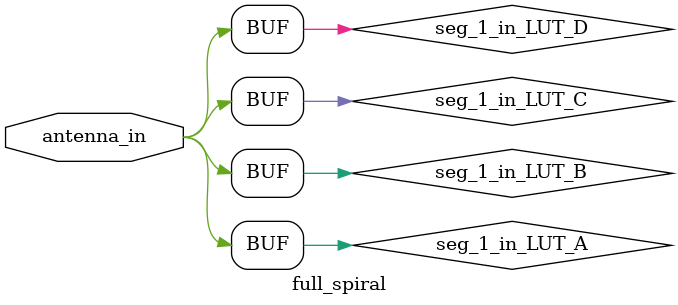
<source format=v>

module full_spiral (
    input antenna_in
    );
    // hand-drawn segments


(* S = "TRUE"*) (* dont_touch = "TRUE" *) wire seg_1_in_LUT_A; ///// SEGMENT 1 BEGINNING /////
assign seg_1_in_LUT_A = antenna_in ; /// PUT SEGMENT 1 LUT A INPUT HERE

(* S = "TRUE"*) (* dont_touch = "TRUE" *) wire seg_1_in_LUT_B;
assign seg_1_in_LUT_B = antenna_in; /// PUT SEGMENT 1 LUT B INPUT HERE

(* S = "TRUE"*) (* dont_touch = "TRUE" *) wire seg_1_in_LUT_C; 
assign seg_1_in_LUT_C = antenna_in; /// PUT SEGMENT 1 LUT C INPUT HERE

(* S = "TRUE"*) (* dont_touch = "TRUE" *) wire seg_1_in_LUT_D; 
assign seg_1_in_LUT_D = antenna_in; /// PUT SEGMENT 1 LUT D INPUT HERE


(* S = "TRUE"*) (* dont_touch = "TRUE" *) wire wire_0_lut_a;
(* S="TRUE", dont_touch="TRUE", LOC="SLICE_X33Y157", BEL="A5LUT" *)
LUT6 #(.INIT(64'hFFFFFFFF00000000)) lut_0_a (
    .O(wire_0_lut_a),
    .I0(1'b0), .I1(1'b0), .I2(1'b0),
    .I3(1'b0), .I4(1'b0), .I5(seg_1_in_LUT_A)
);


(* S = "TRUE"*) (* dont_touch = "TRUE" *) wire wire_0_lut_b;
(* S="TRUE", dont_touch="TRUE", LOC="SLICE_X33Y157", BEL="B5LUT" *)
LUT6 #(.INIT(64'hFFFFFFFF00000000)) lut_0_b (
    .O(wire_0_lut_b),
    .I0(1'b0), .I1(1'b0), .I2(1'b0),
    .I3(1'b0), .I4(1'b0), .I5(seg_1_in_LUT_B)
);


(* S = "TRUE"*) (* dont_touch = "TRUE" *) wire wire_0_lut_c;
(* S="TRUE", dont_touch="TRUE", LOC="SLICE_X33Y157", BEL="C5LUT" *)
LUT6 #(.INIT(64'hFFFFFFFF00000000)) lut_0_c (
    .O(wire_0_lut_c),
    .I0(1'b0), .I1(1'b0), .I2(1'b0),
    .I3(1'b0), .I4(1'b0), .I5(seg_1_in_LUT_C)
);


(* S = "TRUE"*) (* dont_touch = "TRUE" *) wire wire_0_lut_d;
(* S="TRUE", dont_touch="TRUE", LOC="SLICE_X33Y157", BEL="D5LUT" *)
LUT6 #(.INIT(64'hFFFFFFFF00000000)) lut_0_d (
    .O(wire_0_lut_d),
    .I0(1'b0), .I1(1'b0), .I2(1'b0),
    .I3(1'b0), .I4(1'b0), .I5(seg_1_in_LUT_D)
);


(* S = "TRUE"*) (* dont_touch = "TRUE" *) wire wire_1_lut_a;
(* S="TRUE", dont_touch="TRUE", LOC="SLICE_X28Y157", BEL="A5LUT" *)
LUT6 #(.INIT(64'hFFFFFFFF00000000)) lut_1_a (
    .O(wire_1_lut_a),
    .I0(1'b0), .I1(1'b0), .I2(1'b0),
    .I3(1'b0), .I4(1'b0), .I5(wire_0_lut_a)
);


(* S = "TRUE"*) (* dont_touch = "TRUE" *) wire wire_1_lut_b;
(* S="TRUE", dont_touch="TRUE", LOC="SLICE_X28Y157", BEL="B5LUT" *)
LUT6 #(.INIT(64'hFFFFFFFF00000000)) lut_1_b (
    .O(wire_1_lut_b),
    .I0(1'b0), .I1(1'b0), .I2(1'b0),
    .I3(1'b0), .I4(1'b0), .I5(wire_0_lut_b)
);


(* S = "TRUE"*) (* dont_touch = "TRUE" *) wire wire_1_lut_c;
(* S="TRUE", dont_touch="TRUE", LOC="SLICE_X28Y157", BEL="C5LUT" *)
LUT6 #(.INIT(64'hFFFFFFFF00000000)) lut_1_c (
    .O(wire_1_lut_c),
    .I0(1'b0), .I1(1'b0), .I2(1'b0),
    .I3(1'b0), .I4(1'b0), .I5(wire_0_lut_c)
);


(* S = "TRUE"*) (* dont_touch = "TRUE" *) wire wire_1_lut_d;
(* S="TRUE", dont_touch="TRUE", LOC="SLICE_X28Y157", BEL="D5LUT" *)
LUT6 #(.INIT(64'hFFFFFFFF00000000)) lut_1_d (
    .O(wire_1_lut_d),
    .I0(1'b0), .I1(1'b0), .I2(1'b0),
    .I3(1'b0), .I4(1'b0), .I5(wire_0_lut_d)
);


(* S = "TRUE"*) (* dont_touch = "TRUE" *) wire wire_2_lut_a;
(* S="TRUE", dont_touch="TRUE", LOC="SLICE_X22Y157", BEL="A5LUT" *)
LUT6 #(.INIT(64'hFFFFFFFF00000000)) lut_2_a (
    .O(wire_2_lut_a),
    .I0(1'b0), .I1(1'b0), .I2(1'b0),
    .I3(1'b0), .I4(1'b0), .I5(wire_1_lut_a)
);


(* S = "TRUE"*) (* dont_touch = "TRUE" *) wire wire_2_lut_b;
(* S="TRUE", dont_touch="TRUE", LOC="SLICE_X22Y157", BEL="B5LUT" *)
LUT6 #(.INIT(64'hFFFFFFFF00000000)) lut_2_b (
    .O(wire_2_lut_b),
    .I0(1'b0), .I1(1'b0), .I2(1'b0),
    .I3(1'b0), .I4(1'b0), .I5(wire_1_lut_b)
);


(* S = "TRUE"*) (* dont_touch = "TRUE" *) wire wire_2_lut_c;
(* S="TRUE", dont_touch="TRUE", LOC="SLICE_X22Y157", BEL="C5LUT" *)
LUT6 #(.INIT(64'hFFFFFFFF00000000)) lut_2_c (
    .O(wire_2_lut_c),
    .I0(1'b0), .I1(1'b0), .I2(1'b0),
    .I3(1'b0), .I4(1'b0), .I5(wire_1_lut_c)
);


(* S = "TRUE"*) (* dont_touch = "TRUE" *) wire wire_2_lut_d;
(* S="TRUE", dont_touch="TRUE", LOC="SLICE_X22Y157", BEL="D5LUT" *)
LUT6 #(.INIT(64'hFFFFFFFF00000000)) lut_2_d (
    .O(wire_2_lut_d),
    .I0(1'b0), .I1(1'b0), .I2(1'b0),
    .I3(1'b0), .I4(1'b0), .I5(wire_1_lut_d)
);


(* S = "TRUE"*) (* dont_touch = "TRUE" *) wire wire_3_lut_a;
(* S="TRUE", dont_touch="TRUE", LOC="SLICE_X16Y157", BEL="A5LUT" *)
LUT6 #(.INIT(64'hFFFFFFFF00000000)) lut_3_a (
    .O(wire_3_lut_a),
    .I0(1'b0), .I1(1'b0), .I2(1'b0),
    .I3(1'b0), .I4(1'b0), .I5(wire_2_lut_a)
);


(* S = "TRUE"*) (* dont_touch = "TRUE" *) wire wire_3_lut_b;
(* S="TRUE", dont_touch="TRUE", LOC="SLICE_X16Y157", BEL="B5LUT" *)
LUT6 #(.INIT(64'hFFFFFFFF00000000)) lut_3_b (
    .O(wire_3_lut_b),
    .I0(1'b0), .I1(1'b0), .I2(1'b0),
    .I3(1'b0), .I4(1'b0), .I5(wire_2_lut_b)
);


(* S = "TRUE"*) (* dont_touch = "TRUE" *) wire wire_3_lut_c;
(* S="TRUE", dont_touch="TRUE", LOC="SLICE_X16Y157", BEL="C5LUT" *)
LUT6 #(.INIT(64'hFFFFFFFF00000000)) lut_3_c (
    .O(wire_3_lut_c),
    .I0(1'b0), .I1(1'b0), .I2(1'b0),
    .I3(1'b0), .I4(1'b0), .I5(wire_2_lut_c)
);


(* S = "TRUE"*) (* dont_touch = "TRUE" *) wire wire_3_lut_d;
(* S="TRUE", dont_touch="TRUE", LOC="SLICE_X16Y157", BEL="D5LUT" *)
LUT6 #(.INIT(64'hFFFFFFFF00000000)) lut_3_d (
    .O(wire_3_lut_d),
    .I0(1'b0), .I1(1'b0), .I2(1'b0),
    .I3(1'b0), .I4(1'b0), .I5(wire_2_lut_d)
);


(* S = "TRUE"*) (* dont_touch = "TRUE" *) wire wire_4_lut_a;
(* S="TRUE", dont_touch="TRUE", LOC="SLICE_X11Y157", BEL="A5LUT" *)
LUT6 #(.INIT(64'hFFFFFFFF00000000)) lut_4_a (
    .O(wire_4_lut_a),
    .I0(1'b0), .I1(1'b0), .I2(1'b0),
    .I3(1'b0), .I4(1'b0), .I5(wire_3_lut_a)
);


(* S = "TRUE"*) (* dont_touch = "TRUE" *) wire wire_4_lut_b;
(* S="TRUE", dont_touch="TRUE", LOC="SLICE_X11Y157", BEL="B5LUT" *)
LUT6 #(.INIT(64'hFFFFFFFF00000000)) lut_4_b (
    .O(wire_4_lut_b),
    .I0(1'b0), .I1(1'b0), .I2(1'b0),
    .I3(1'b0), .I4(1'b0), .I5(wire_3_lut_b)
);


(* S = "TRUE"*) (* dont_touch = "TRUE" *) wire wire_4_lut_c;
(* S="TRUE", dont_touch="TRUE", LOC="SLICE_X11Y157", BEL="C5LUT" *)
LUT6 #(.INIT(64'hFFFFFFFF00000000)) lut_4_c (
    .O(wire_4_lut_c),
    .I0(1'b0), .I1(1'b0), .I2(1'b0),
    .I3(1'b0), .I4(1'b0), .I5(wire_3_lut_c)
);


(* S = "TRUE"*) (* dont_touch = "TRUE" *) wire wire_4_lut_d;
(* S="TRUE", dont_touch="TRUE", LOC="SLICE_X11Y157", BEL="D5LUT" *)
LUT6 #(.INIT(64'hFFFFFFFF00000000)) lut_4_d (
    .O(wire_4_lut_d),
    .I0(1'b0), .I1(1'b0), .I2(1'b0),
    .I3(1'b0), .I4(1'b0), .I5(wire_3_lut_d)
);


(* S = "TRUE"*) (* dont_touch = "TRUE" *) wire wire_5_lut_a;
(* S="TRUE", dont_touch="TRUE", LOC="SLICE_X6Y157", BEL="A5LUT" *)
LUT6 #(.INIT(64'hFFFFFFFF00000000)) lut_5_a (
    .O(wire_5_lut_a),
    .I0(1'b0), .I1(1'b0), .I2(1'b0),
    .I3(1'b0), .I4(1'b0), .I5(wire_4_lut_a)
);


(* S = "TRUE"*) (* dont_touch = "TRUE" *) wire wire_5_lut_b;
(* S="TRUE", dont_touch="TRUE", LOC="SLICE_X6Y157", BEL="B5LUT" *)
LUT6 #(.INIT(64'hFFFFFFFF00000000)) lut_5_b (
    .O(wire_5_lut_b),
    .I0(1'b0), .I1(1'b0), .I2(1'b0),
    .I3(1'b0), .I4(1'b0), .I5(wire_4_lut_b)
);


(* S = "TRUE"*) (* dont_touch = "TRUE" *) wire wire_5_lut_c;
(* S="TRUE", dont_touch="TRUE", LOC="SLICE_X6Y157", BEL="C5LUT" *)
LUT6 #(.INIT(64'hFFFFFFFF00000000)) lut_5_c (
    .O(wire_5_lut_c),
    .I0(1'b0), .I1(1'b0), .I2(1'b0),
    .I3(1'b0), .I4(1'b0), .I5(wire_4_lut_c)
);


(* S = "TRUE"*) (* dont_touch = "TRUE" *) wire wire_5_lut_d;
(* S="TRUE", dont_touch="TRUE", LOC="SLICE_X6Y157", BEL="D5LUT" *)
LUT6 #(.INIT(64'hFFFFFFFF00000000)) lut_5_d (
    .O(wire_5_lut_d),
    .I0(1'b0), .I1(1'b0), .I2(1'b0),
    .I3(1'b0), .I4(1'b0), .I5(wire_4_lut_d)
);


(* S = "TRUE"*) (* dont_touch = "TRUE" *) wire wire_6_lut_a;
(* S="TRUE", dont_touch="TRUE", LOC="SLICE_X0Y157", BEL="A5LUT" *)
LUT6 #(.INIT(64'hFFFFFFFF00000000)) lut_6_a (
    .O(wire_6_lut_a),
    .I0(1'b0), .I1(1'b0), .I2(1'b0),
    .I3(1'b0), .I4(1'b0), .I5(wire_5_lut_a)
);


(* S = "TRUE"*) (* dont_touch = "TRUE" *) wire wire_6_lut_b;
(* S="TRUE", dont_touch="TRUE", LOC="SLICE_X0Y157", BEL="B5LUT" *)
LUT6 #(.INIT(64'hFFFFFFFF00000000)) lut_6_b (
    .O(wire_6_lut_b),
    .I0(1'b0), .I1(1'b0), .I2(1'b0),
    .I3(1'b0), .I4(1'b0), .I5(wire_5_lut_b)
);


(* S = "TRUE"*) (* dont_touch = "TRUE" *) wire wire_6_lut_c;
(* S="TRUE", dont_touch="TRUE", LOC="SLICE_X0Y157", BEL="C5LUT" *)
LUT6 #(.INIT(64'hFFFFFFFF00000000)) lut_6_c (
    .O(wire_6_lut_c),
    .I0(1'b0), .I1(1'b0), .I2(1'b0),
    .I3(1'b0), .I4(1'b0), .I5(wire_5_lut_c)
);


(* S = "TRUE"*) (* dont_touch = "TRUE" *) wire wire_6_lut_d;
(* S="TRUE", dont_touch="TRUE", LOC="SLICE_X0Y157", BEL="D5LUT" *)
LUT6 #(.INIT(64'hFFFFFFFF00000000)) lut_6_d (
    .O(wire_6_lut_d),
    .I0(1'b0), .I1(1'b0), .I2(1'b0),
    .I3(1'b0), .I4(1'b0), .I5(wire_5_lut_d)
);


(* S = "TRUE"*) (* dont_touch = "TRUE" *) wire wire_7_lut_a;
(* S="TRUE", dont_touch="TRUE", LOC="SLICE_X0Y145", BEL="A5LUT" *)
LUT6 #(.INIT(64'hFFFFFFFF00000000)) lut_7_a (
    .O(wire_7_lut_a),
    .I0(1'b0), .I1(1'b0), .I2(1'b0),
    .I3(1'b0), .I4(1'b0), .I5(wire_6_lut_a)
);


(* S = "TRUE"*) (* dont_touch = "TRUE" *) wire wire_7_lut_b;
(* S="TRUE", dont_touch="TRUE", LOC="SLICE_X0Y145", BEL="B5LUT" *)
LUT6 #(.INIT(64'hFFFFFFFF00000000)) lut_7_b (
    .O(wire_7_lut_b),
    .I0(1'b0), .I1(1'b0), .I2(1'b0),
    .I3(1'b0), .I4(1'b0), .I5(wire_6_lut_b)
);


(* S = "TRUE"*) (* dont_touch = "TRUE" *) wire wire_7_lut_c;
(* S="TRUE", dont_touch="TRUE", LOC="SLICE_X0Y145", BEL="C5LUT" *)
LUT6 #(.INIT(64'hFFFFFFFF00000000)) lut_7_c (
    .O(wire_7_lut_c),
    .I0(1'b0), .I1(1'b0), .I2(1'b0),
    .I3(1'b0), .I4(1'b0), .I5(wire_6_lut_c)
);


(* S = "TRUE"*) (* dont_touch = "TRUE" *) wire wire_7_lut_d;
(* S="TRUE", dont_touch="TRUE", LOC="SLICE_X0Y145", BEL="D5LUT" *)
LUT6 #(.INIT(64'hFFFFFFFF00000000)) lut_7_d (
    .O(wire_7_lut_d),
    .I0(1'b0), .I1(1'b0), .I2(1'b0),
    .I3(1'b0), .I4(1'b0), .I5(wire_6_lut_d)
);


(* S = "TRUE"*) (* dont_touch = "TRUE" *) wire wire_8_lut_a;
(* S="TRUE", dont_touch="TRUE", LOC="SLICE_X0Y133", BEL="A5LUT" *)
LUT6 #(.INIT(64'hFFFFFFFF00000000)) lut_8_a (
    .O(wire_8_lut_a),
    .I0(1'b0), .I1(1'b0), .I2(1'b0),
    .I3(1'b0), .I4(1'b0), .I5(wire_7_lut_a)
);


(* S = "TRUE"*) (* dont_touch = "TRUE" *) wire wire_8_lut_b;
(* S="TRUE", dont_touch="TRUE", LOC="SLICE_X0Y133", BEL="B5LUT" *)
LUT6 #(.INIT(64'hFFFFFFFF00000000)) lut_8_b (
    .O(wire_8_lut_b),
    .I0(1'b0), .I1(1'b0), .I2(1'b0),
    .I3(1'b0), .I4(1'b0), .I5(wire_7_lut_b)
);


(* S = "TRUE"*) (* dont_touch = "TRUE" *) wire wire_8_lut_c;
(* S="TRUE", dont_touch="TRUE", LOC="SLICE_X0Y133", BEL="C5LUT" *)
LUT6 #(.INIT(64'hFFFFFFFF00000000)) lut_8_c (
    .O(wire_8_lut_c),
    .I0(1'b0), .I1(1'b0), .I2(1'b0),
    .I3(1'b0), .I4(1'b0), .I5(wire_7_lut_c)
);


(* S = "TRUE"*) (* dont_touch = "TRUE" *) wire wire_8_lut_d;
(* S="TRUE", dont_touch="TRUE", LOC="SLICE_X0Y133", BEL="D5LUT" *)
LUT6 #(.INIT(64'hFFFFFFFF00000000)) lut_8_d (
    .O(wire_8_lut_d),
    .I0(1'b0), .I1(1'b0), .I2(1'b0),
    .I3(1'b0), .I4(1'b0), .I5(wire_7_lut_d)
);


(* S = "TRUE"*) (* dont_touch = "TRUE" *) wire wire_9_lut_a;
(* S="TRUE", dont_touch="TRUE", LOC="SLICE_X0Y122", BEL="A5LUT" *)
LUT6 #(.INIT(64'hFFFFFFFF00000000)) lut_9_a (
    .O(wire_9_lut_a),
    .I0(1'b0), .I1(1'b0), .I2(1'b0),
    .I3(1'b0), .I4(1'b0), .I5(wire_8_lut_a)
);


(* S = "TRUE"*) (* dont_touch = "TRUE" *) wire wire_9_lut_b;
(* S="TRUE", dont_touch="TRUE", LOC="SLICE_X0Y122", BEL="B5LUT" *)
LUT6 #(.INIT(64'hFFFFFFFF00000000)) lut_9_b (
    .O(wire_9_lut_b),
    .I0(1'b0), .I1(1'b0), .I2(1'b0),
    .I3(1'b0), .I4(1'b0), .I5(wire_8_lut_b)
);


(* S = "TRUE"*) (* dont_touch = "TRUE" *) wire wire_9_lut_c;
(* S="TRUE", dont_touch="TRUE", LOC="SLICE_X0Y122", BEL="C5LUT" *)
LUT6 #(.INIT(64'hFFFFFFFF00000000)) lut_9_c (
    .O(wire_9_lut_c),
    .I0(1'b0), .I1(1'b0), .I2(1'b0),
    .I3(1'b0), .I4(1'b0), .I5(wire_8_lut_c)
);


(* S = "TRUE"*) (* dont_touch = "TRUE" *) wire wire_9_lut_d;
(* S="TRUE", dont_touch="TRUE", LOC="SLICE_X0Y122", BEL="D5LUT" *)
LUT6 #(.INIT(64'hFFFFFFFF00000000)) lut_9_d (
    .O(wire_9_lut_d),
    .I0(1'b0), .I1(1'b0), .I2(1'b0),
    .I3(1'b0), .I4(1'b0), .I5(wire_8_lut_d)
);


(* S = "TRUE"*) (* dont_touch = "TRUE" *) wire wire_10_lut_a;
(* S="TRUE", dont_touch="TRUE", LOC="SLICE_X0Y110", BEL="A5LUT" *)
LUT6 #(.INIT(64'hFFFFFFFF00000000)) lut_10_a (
    .O(wire_10_lut_a),
    .I0(1'b0), .I1(1'b0), .I2(1'b0),
    .I3(1'b0), .I4(1'b0), .I5(wire_9_lut_a)
);


(* S = "TRUE"*) (* dont_touch = "TRUE" *) wire wire_10_lut_b;
(* S="TRUE", dont_touch="TRUE", LOC="SLICE_X0Y110", BEL="B5LUT" *)
LUT6 #(.INIT(64'hFFFFFFFF00000000)) lut_10_b (
    .O(wire_10_lut_b),
    .I0(1'b0), .I1(1'b0), .I2(1'b0),
    .I3(1'b0), .I4(1'b0), .I5(wire_9_lut_b)
);


(* S = "TRUE"*) (* dont_touch = "TRUE" *) wire wire_10_lut_c;
(* S="TRUE", dont_touch="TRUE", LOC="SLICE_X0Y110", BEL="C5LUT" *)
LUT6 #(.INIT(64'hFFFFFFFF00000000)) lut_10_c (
    .O(wire_10_lut_c),
    .I0(1'b0), .I1(1'b0), .I2(1'b0),
    .I3(1'b0), .I4(1'b0), .I5(wire_9_lut_c)
);


(* S = "TRUE"*) (* dont_touch = "TRUE" *) wire wire_10_lut_d;
(* S="TRUE", dont_touch="TRUE", LOC="SLICE_X0Y110", BEL="D5LUT" *)
LUT6 #(.INIT(64'hFFFFFFFF00000000)) lut_10_d (
    .O(wire_10_lut_d),
    .I0(1'b0), .I1(1'b0), .I2(1'b0),
    .I3(1'b0), .I4(1'b0), .I5(wire_9_lut_d)
);


(* S = "TRUE"*) (* dont_touch = "TRUE" *) wire wire_11_lut_a;
(* S="TRUE", dont_touch="TRUE", LOC="SLICE_X0Y98", BEL="A5LUT" *)
LUT6 #(.INIT(64'hFFFFFFFF00000000)) lut_11_a (
    .O(wire_11_lut_a),
    .I0(1'b0), .I1(1'b0), .I2(1'b0),
    .I3(1'b0), .I4(1'b0), .I5(wire_10_lut_a)
);


(* S = "TRUE"*) (* dont_touch = "TRUE" *) wire wire_11_lut_b;
(* S="TRUE", dont_touch="TRUE", LOC="SLICE_X0Y98", BEL="B5LUT" *)
LUT6 #(.INIT(64'hFFFFFFFF00000000)) lut_11_b (
    .O(wire_11_lut_b),
    .I0(1'b0), .I1(1'b0), .I2(1'b0),
    .I3(1'b0), .I4(1'b0), .I5(wire_10_lut_b)
);


(* S = "TRUE"*) (* dont_touch = "TRUE" *) wire wire_11_lut_c;
(* S="TRUE", dont_touch="TRUE", LOC="SLICE_X0Y98", BEL="C5LUT" *)
LUT6 #(.INIT(64'hFFFFFFFF00000000)) lut_11_c (
    .O(wire_11_lut_c),
    .I0(1'b0), .I1(1'b0), .I2(1'b0),
    .I3(1'b0), .I4(1'b0), .I5(wire_10_lut_c)
);


(* S = "TRUE"*) (* dont_touch = "TRUE" *) wire wire_11_lut_d;
(* S="TRUE", dont_touch="TRUE", LOC="SLICE_X0Y98", BEL="D5LUT" *)
LUT6 #(.INIT(64'hFFFFFFFF00000000)) lut_11_d (
    .O(wire_11_lut_d),
    .I0(1'b0), .I1(1'b0), .I2(1'b0),
    .I3(1'b0), .I4(1'b0), .I5(wire_10_lut_d)
);


(* S = "TRUE"*) (* dont_touch = "TRUE" *) wire wire_12_lut_a;
(* S="TRUE", dont_touch="TRUE", LOC="SLICE_X0Y86", BEL="A5LUT" *)
LUT6 #(.INIT(64'hFFFFFFFF00000000)) lut_12_a (
    .O(wire_12_lut_a),
    .I0(1'b0), .I1(1'b0), .I2(1'b0),
    .I3(1'b0), .I4(1'b0), .I5(wire_11_lut_a)
);


(* S = "TRUE"*) (* dont_touch = "TRUE" *) wire wire_12_lut_b;
(* S="TRUE", dont_touch="TRUE", LOC="SLICE_X0Y86", BEL="B5LUT" *)
LUT6 #(.INIT(64'hFFFFFFFF00000000)) lut_12_b (
    .O(wire_12_lut_b),
    .I0(1'b0), .I1(1'b0), .I2(1'b0),
    .I3(1'b0), .I4(1'b0), .I5(wire_11_lut_b)
);


(* S = "TRUE"*) (* dont_touch = "TRUE" *) wire wire_12_lut_c;
(* S="TRUE", dont_touch="TRUE", LOC="SLICE_X0Y86", BEL="C5LUT" *)
LUT6 #(.INIT(64'hFFFFFFFF00000000)) lut_12_c (
    .O(wire_12_lut_c),
    .I0(1'b0), .I1(1'b0), .I2(1'b0),
    .I3(1'b0), .I4(1'b0), .I5(wire_11_lut_c)
);


(* S = "TRUE"*) (* dont_touch = "TRUE" *) wire wire_12_lut_d;
(* S="TRUE", dont_touch="TRUE", LOC="SLICE_X0Y86", BEL="D5LUT" *)
LUT6 #(.INIT(64'hFFFFFFFF00000000)) lut_12_d (
    .O(wire_12_lut_d),
    .I0(1'b0), .I1(1'b0), .I2(1'b0),
    .I3(1'b0), .I4(1'b0), .I5(wire_11_lut_d)
);


(* S = "TRUE"*) (* dont_touch = "TRUE" *) wire wire_13_lut_a;
(* S="TRUE", dont_touch="TRUE", LOC="SLICE_X0Y74", BEL="A5LUT" *)
LUT6 #(.INIT(64'hFFFFFFFF00000000)) lut_13_a (
    .O(wire_13_lut_a),
    .I0(1'b0), .I1(1'b0), .I2(1'b0),
    .I3(1'b0), .I4(1'b0), .I5(wire_12_lut_a)
);


(* S = "TRUE"*) (* dont_touch = "TRUE" *) wire wire_13_lut_b;
(* S="TRUE", dont_touch="TRUE", LOC="SLICE_X0Y74", BEL="B5LUT" *)
LUT6 #(.INIT(64'hFFFFFFFF00000000)) lut_13_b (
    .O(wire_13_lut_b),
    .I0(1'b0), .I1(1'b0), .I2(1'b0),
    .I3(1'b0), .I4(1'b0), .I5(wire_12_lut_b)
);


(* S = "TRUE"*) (* dont_touch = "TRUE" *) wire wire_13_lut_c;
(* S="TRUE", dont_touch="TRUE", LOC="SLICE_X0Y74", BEL="C5LUT" *)
LUT6 #(.INIT(64'hFFFFFFFF00000000)) lut_13_c (
    .O(wire_13_lut_c),
    .I0(1'b0), .I1(1'b0), .I2(1'b0),
    .I3(1'b0), .I4(1'b0), .I5(wire_12_lut_c)
);


(* S = "TRUE"*) (* dont_touch = "TRUE" *) wire wire_13_lut_d;
(* S="TRUE", dont_touch="TRUE", LOC="SLICE_X0Y74", BEL="D5LUT" *)
LUT6 #(.INIT(64'hFFFFFFFF00000000)) lut_13_d (
    .O(wire_13_lut_d),
    .I0(1'b0), .I1(1'b0), .I2(1'b0),
    .I3(1'b0), .I4(1'b0), .I5(wire_12_lut_d)
);


(* S = "TRUE"*) (* dont_touch = "TRUE" *) wire wire_14_lut_a;
(* S="TRUE", dont_touch="TRUE", LOC="SLICE_X0Y62", BEL="A5LUT" *)
LUT6 #(.INIT(64'hFFFFFFFF00000000)) lut_14_a (
    .O(wire_14_lut_a),
    .I0(1'b0), .I1(1'b0), .I2(1'b0),
    .I3(1'b0), .I4(1'b0), .I5(wire_13_lut_a)
);


(* S = "TRUE"*) (* dont_touch = "TRUE" *) wire wire_14_lut_b;
(* S="TRUE", dont_touch="TRUE", LOC="SLICE_X0Y62", BEL="B5LUT" *)
LUT6 #(.INIT(64'hFFFFFFFF00000000)) lut_14_b (
    .O(wire_14_lut_b),
    .I0(1'b0), .I1(1'b0), .I2(1'b0),
    .I3(1'b0), .I4(1'b0), .I5(wire_13_lut_b)
);


(* S = "TRUE"*) (* dont_touch = "TRUE" *) wire wire_14_lut_c;
(* S="TRUE", dont_touch="TRUE", LOC="SLICE_X0Y62", BEL="C5LUT" *)
LUT6 #(.INIT(64'hFFFFFFFF00000000)) lut_14_c (
    .O(wire_14_lut_c),
    .I0(1'b0), .I1(1'b0), .I2(1'b0),
    .I3(1'b0), .I4(1'b0), .I5(wire_13_lut_c)
);


(* S = "TRUE"*) (* dont_touch = "TRUE" *) wire wire_14_lut_d;
(* S="TRUE", dont_touch="TRUE", LOC="SLICE_X0Y62", BEL="D5LUT" *)
LUT6 #(.INIT(64'hFFFFFFFF00000000)) lut_14_d (
    .O(wire_14_lut_d),
    .I0(1'b0), .I1(1'b0), .I2(1'b0),
    .I3(1'b0), .I4(1'b0), .I5(wire_13_lut_d)
);


(* S = "TRUE"*) (* dont_touch = "TRUE" *) wire wire_15_lut_a;
(* S="TRUE", dont_touch="TRUE", LOC="SLICE_X0Y50", BEL="A5LUT" *)
LUT6 #(.INIT(64'hFFFFFFFF00000000)) lut_15_a (
    .O(wire_15_lut_a),
    .I0(1'b0), .I1(1'b0), .I2(1'b0),
    .I3(1'b0), .I4(1'b0), .I5(wire_14_lut_a)
);


(* S = "TRUE"*) (* dont_touch = "TRUE" *) wire wire_15_lut_b;
(* S="TRUE", dont_touch="TRUE", LOC="SLICE_X0Y50", BEL="B5LUT" *)
LUT6 #(.INIT(64'hFFFFFFFF00000000)) lut_15_b (
    .O(wire_15_lut_b),
    .I0(1'b0), .I1(1'b0), .I2(1'b0),
    .I3(1'b0), .I4(1'b0), .I5(wire_14_lut_b)
);


(* S = "TRUE"*) (* dont_touch = "TRUE" *) wire wire_15_lut_c;
(* S="TRUE", dont_touch="TRUE", LOC="SLICE_X0Y50", BEL="C5LUT" *)
LUT6 #(.INIT(64'hFFFFFFFF00000000)) lut_15_c (
    .O(wire_15_lut_c),
    .I0(1'b0), .I1(1'b0), .I2(1'b0),
    .I3(1'b0), .I4(1'b0), .I5(wire_14_lut_c)
);


(* S = "TRUE"*) (* dont_touch = "TRUE" *) wire wire_15_lut_d;
(* S="TRUE", dont_touch="TRUE", LOC="SLICE_X0Y50", BEL="D5LUT" *)
LUT6 #(.INIT(64'hFFFFFFFF00000000)) lut_15_d (
    .O(wire_15_lut_d),
    .I0(1'b0), .I1(1'b0), .I2(1'b0),
    .I3(1'b0), .I4(1'b0), .I5(wire_14_lut_d)
);


(* S = "TRUE"*) (* dont_touch = "TRUE" *) wire wire_16_lut_a;
(* S="TRUE", dont_touch="TRUE", LOC="SLICE_X0Y38", BEL="A5LUT" *)
LUT6 #(.INIT(64'hFFFFFFFF00000000)) lut_16_a (
    .O(wire_16_lut_a),
    .I0(1'b0), .I1(1'b0), .I2(1'b0),
    .I3(1'b0), .I4(1'b0), .I5(wire_15_lut_a)
);


(* S = "TRUE"*) (* dont_touch = "TRUE" *) wire wire_16_lut_b;
(* S="TRUE", dont_touch="TRUE", LOC="SLICE_X0Y38", BEL="B5LUT" *)
LUT6 #(.INIT(64'hFFFFFFFF00000000)) lut_16_b (
    .O(wire_16_lut_b),
    .I0(1'b0), .I1(1'b0), .I2(1'b0),
    .I3(1'b0), .I4(1'b0), .I5(wire_15_lut_b)
);


(* S = "TRUE"*) (* dont_touch = "TRUE" *) wire wire_16_lut_c;
(* S="TRUE", dont_touch="TRUE", LOC="SLICE_X0Y38", BEL="C5LUT" *)
LUT6 #(.INIT(64'hFFFFFFFF00000000)) lut_16_c (
    .O(wire_16_lut_c),
    .I0(1'b0), .I1(1'b0), .I2(1'b0),
    .I3(1'b0), .I4(1'b0), .I5(wire_15_lut_c)
);


(* S = "TRUE"*) (* dont_touch = "TRUE" *) wire wire_16_lut_d;
(* S="TRUE", dont_touch="TRUE", LOC="SLICE_X0Y38", BEL="D5LUT" *)
LUT6 #(.INIT(64'hFFFFFFFF00000000)) lut_16_d (
    .O(wire_16_lut_d),
    .I0(1'b0), .I1(1'b0), .I2(1'b0),
    .I3(1'b0), .I4(1'b0), .I5(wire_15_lut_d)
);


(* S = "TRUE"*) (* dont_touch = "TRUE" *) wire wire_17_lut_a;
(* S="TRUE", dont_touch="TRUE", LOC="SLICE_X0Y26", BEL="A5LUT" *)
LUT6 #(.INIT(64'hFFFFFFFF00000000)) lut_17_a (
    .O(wire_17_lut_a),
    .I0(1'b0), .I1(1'b0), .I2(1'b0),
    .I3(1'b0), .I4(1'b0), .I5(wire_16_lut_a)
);


(* S = "TRUE"*) (* dont_touch = "TRUE" *) wire wire_17_lut_b;
(* S="TRUE", dont_touch="TRUE", LOC="SLICE_X0Y26", BEL="B5LUT" *)
LUT6 #(.INIT(64'hFFFFFFFF00000000)) lut_17_b (
    .O(wire_17_lut_b),
    .I0(1'b0), .I1(1'b0), .I2(1'b0),
    .I3(1'b0), .I4(1'b0), .I5(wire_16_lut_b)
);


(* S = "TRUE"*) (* dont_touch = "TRUE" *) wire wire_17_lut_c;
(* S="TRUE", dont_touch="TRUE", LOC="SLICE_X0Y26", BEL="C5LUT" *)
LUT6 #(.INIT(64'hFFFFFFFF00000000)) lut_17_c (
    .O(wire_17_lut_c),
    .I0(1'b0), .I1(1'b0), .I2(1'b0),
    .I3(1'b0), .I4(1'b0), .I5(wire_16_lut_c)
);


(* S = "TRUE"*) (* dont_touch = "TRUE" *) wire wire_17_lut_d;
(* S="TRUE", dont_touch="TRUE", LOC="SLICE_X0Y26", BEL="D5LUT" *)
LUT6 #(.INIT(64'hFFFFFFFF00000000)) lut_17_d (
    .O(wire_17_lut_d),
    .I0(1'b0), .I1(1'b0), .I2(1'b0),
    .I3(1'b0), .I4(1'b0), .I5(wire_16_lut_d)
);


(* S = "TRUE"*) (* dont_touch = "TRUE" *) wire wire_18_lut_a;
(* S="TRUE", dont_touch="TRUE", LOC="SLICE_X0Y14", BEL="A5LUT" *)
LUT6 #(.INIT(64'hFFFFFFFF00000000)) lut_18_a (
    .O(wire_18_lut_a),
    .I0(1'b0), .I1(1'b0), .I2(1'b0),
    .I3(1'b0), .I4(1'b0), .I5(wire_17_lut_a)
);


(* S = "TRUE"*) (* dont_touch = "TRUE" *) wire wire_18_lut_b;
(* S="TRUE", dont_touch="TRUE", LOC="SLICE_X0Y14", BEL="B5LUT" *)
LUT6 #(.INIT(64'hFFFFFFFF00000000)) lut_18_b (
    .O(wire_18_lut_b),
    .I0(1'b0), .I1(1'b0), .I2(1'b0),
    .I3(1'b0), .I4(1'b0), .I5(wire_17_lut_b)
);


(* S = "TRUE"*) (* dont_touch = "TRUE" *) wire wire_18_lut_c;
(* S="TRUE", dont_touch="TRUE", LOC="SLICE_X0Y14", BEL="C5LUT" *)
LUT6 #(.INIT(64'hFFFFFFFF00000000)) lut_18_c (
    .O(wire_18_lut_c),
    .I0(1'b0), .I1(1'b0), .I2(1'b0),
    .I3(1'b0), .I4(1'b0), .I5(wire_17_lut_c)
);


(* S = "TRUE"*) (* dont_touch = "TRUE" *) wire wire_18_lut_d;
(* S="TRUE", dont_touch="TRUE", LOC="SLICE_X0Y14", BEL="D5LUT" *)
LUT6 #(.INIT(64'hFFFFFFFF00000000)) lut_18_d (
    .O(wire_18_lut_d),
    .I0(1'b0), .I1(1'b0), .I2(1'b0),
    .I3(1'b0), .I4(1'b0), .I5(wire_17_lut_d)
);


(* S = "TRUE"*) (* dont_touch = "TRUE" *) wire wire_19_lut_a;
(* S="TRUE", dont_touch="TRUE", LOC="SLICE_X11Y14", BEL="A5LUT" *)
LUT6 #(.INIT(64'hFFFFFFFF00000000)) lut_19_a (
    .O(wire_19_lut_a),
    .I0(1'b0), .I1(1'b0), .I2(1'b0),
    .I3(1'b0), .I4(1'b0), .I5(wire_18_lut_a)
);


(* S = "TRUE"*) (* dont_touch = "TRUE" *) wire wire_19_lut_b;
(* S="TRUE", dont_touch="TRUE", LOC="SLICE_X11Y14", BEL="B5LUT" *)
LUT6 #(.INIT(64'hFFFFFFFF00000000)) lut_19_b (
    .O(wire_19_lut_b),
    .I0(1'b0), .I1(1'b0), .I2(1'b0),
    .I3(1'b0), .I4(1'b0), .I5(wire_18_lut_b)
);


(* S = "TRUE"*) (* dont_touch = "TRUE" *) wire wire_19_lut_c;
(* S="TRUE", dont_touch="TRUE", LOC="SLICE_X11Y14", BEL="C5LUT" *)
LUT6 #(.INIT(64'hFFFFFFFF00000000)) lut_19_c (
    .O(wire_19_lut_c),
    .I0(1'b0), .I1(1'b0), .I2(1'b0),
    .I3(1'b0), .I4(1'b0), .I5(wire_18_lut_c)
);


(* S = "TRUE"*) (* dont_touch = "TRUE" *) wire wire_19_lut_d;
(* S="TRUE", dont_touch="TRUE", LOC="SLICE_X11Y14", BEL="D5LUT" *)
LUT6 #(.INIT(64'hFFFFFFFF00000000)) lut_19_d (
    .O(wire_19_lut_d),
    .I0(1'b0), .I1(1'b0), .I2(1'b0),
    .I3(1'b0), .I4(1'b0), .I5(wire_18_lut_d)
);


(* S = "TRUE"*) (* dont_touch = "TRUE" *) wire wire_20_lut_a;
(* S="TRUE", dont_touch="TRUE", LOC="SLICE_X22Y14", BEL="A5LUT" *)
LUT6 #(.INIT(64'hFFFFFFFF00000000)) lut_20_a (
    .O(wire_20_lut_a),
    .I0(1'b0), .I1(1'b0), .I2(1'b0),
    .I3(1'b0), .I4(1'b0), .I5(wire_19_lut_a)
);


(* S = "TRUE"*) (* dont_touch = "TRUE" *) wire wire_20_lut_b;
(* S="TRUE", dont_touch="TRUE", LOC="SLICE_X22Y14", BEL="B5LUT" *)
LUT6 #(.INIT(64'hFFFFFFFF00000000)) lut_20_b (
    .O(wire_20_lut_b),
    .I0(1'b0), .I1(1'b0), .I2(1'b0),
    .I3(1'b0), .I4(1'b0), .I5(wire_19_lut_b)
);


(* S = "TRUE"*) (* dont_touch = "TRUE" *) wire wire_20_lut_c;
(* S="TRUE", dont_touch="TRUE", LOC="SLICE_X22Y14", BEL="C5LUT" *)
LUT6 #(.INIT(64'hFFFFFFFF00000000)) lut_20_c (
    .O(wire_20_lut_c),
    .I0(1'b0), .I1(1'b0), .I2(1'b0),
    .I3(1'b0), .I4(1'b0), .I5(wire_19_lut_c)
);


(* S = "TRUE"*) (* dont_touch = "TRUE" *) wire wire_20_lut_d;
(* S="TRUE", dont_touch="TRUE", LOC="SLICE_X22Y14", BEL="D5LUT" *)
LUT6 #(.INIT(64'hFFFFFFFF00000000)) lut_20_d (
    .O(wire_20_lut_d),
    .I0(1'b0), .I1(1'b0), .I2(1'b0),
    .I3(1'b0), .I4(1'b0), .I5(wire_19_lut_d)
);


(* S = "TRUE"*) (* dont_touch = "TRUE" *) wire wire_21_lut_a;
(* S="TRUE", dont_touch="TRUE", LOC="SLICE_X34Y14", BEL="A5LUT" *)
LUT6 #(.INIT(64'hFFFFFFFF00000000)) lut_21_a (
    .O(wire_21_lut_a),
    .I0(1'b0), .I1(1'b0), .I2(1'b0),
    .I3(1'b0), .I4(1'b0), .I5(wire_20_lut_a)
);


(* S = "TRUE"*) (* dont_touch = "TRUE" *) wire wire_21_lut_b;
(* S="TRUE", dont_touch="TRUE", LOC="SLICE_X34Y14", BEL="B5LUT" *)
LUT6 #(.INIT(64'hFFFFFFFF00000000)) lut_21_b (
    .O(wire_21_lut_b),
    .I0(1'b0), .I1(1'b0), .I2(1'b0),
    .I3(1'b0), .I4(1'b0), .I5(wire_20_lut_b)
);


(* S = "TRUE"*) (* dont_touch = "TRUE" *) wire wire_21_lut_c;
(* S="TRUE", dont_touch="TRUE", LOC="SLICE_X34Y14", BEL="C5LUT" *)
LUT6 #(.INIT(64'hFFFFFFFF00000000)) lut_21_c (
    .O(wire_21_lut_c),
    .I0(1'b0), .I1(1'b0), .I2(1'b0),
    .I3(1'b0), .I4(1'b0), .I5(wire_20_lut_c)
);


(* S = "TRUE"*) (* dont_touch = "TRUE" *) wire wire_21_lut_d;
(* S="TRUE", dont_touch="TRUE", LOC="SLICE_X34Y14", BEL="D5LUT" *)
LUT6 #(.INIT(64'hFFFFFFFF00000000)) lut_21_d (
    .O(wire_21_lut_d),
    .I0(1'b0), .I1(1'b0), .I2(1'b0),
    .I3(1'b0), .I4(1'b0), .I5(wire_20_lut_d)
);


(* S = "TRUE"*) (* dont_touch = "TRUE" *) wire wire_22_lut_a;
(* S="TRUE", dont_touch="TRUE", LOC="SLICE_X45Y14", BEL="A5LUT" *)
LUT6 #(.INIT(64'hFFFFFFFF00000000)) lut_22_a (
    .O(wire_22_lut_a),
    .I0(1'b0), .I1(1'b0), .I2(1'b0),
    .I3(1'b0), .I4(1'b0), .I5(wire_21_lut_a)
);


(* S = "TRUE"*) (* dont_touch = "TRUE" *) wire wire_22_lut_b;
(* S="TRUE", dont_touch="TRUE", LOC="SLICE_X45Y14", BEL="B5LUT" *)
LUT6 #(.INIT(64'hFFFFFFFF00000000)) lut_22_b (
    .O(wire_22_lut_b),
    .I0(1'b0), .I1(1'b0), .I2(1'b0),
    .I3(1'b0), .I4(1'b0), .I5(wire_21_lut_b)
);


(* S = "TRUE"*) (* dont_touch = "TRUE" *) wire wire_22_lut_c;
(* S="TRUE", dont_touch="TRUE", LOC="SLICE_X45Y14", BEL="C5LUT" *)
LUT6 #(.INIT(64'hFFFFFFFF00000000)) lut_22_c (
    .O(wire_22_lut_c),
    .I0(1'b0), .I1(1'b0), .I2(1'b0),
    .I3(1'b0), .I4(1'b0), .I5(wire_21_lut_c)
);


(* S = "TRUE"*) (* dont_touch = "TRUE" *) wire wire_22_lut_d;
(* S="TRUE", dont_touch="TRUE", LOC="SLICE_X45Y14", BEL="D5LUT" *)
LUT6 #(.INIT(64'hFFFFFFFF00000000)) lut_22_d (
    .O(wire_22_lut_d),
    .I0(1'b0), .I1(1'b0), .I2(1'b0),
    .I3(1'b0), .I4(1'b0), .I5(wire_21_lut_d)
);


(* S = "TRUE"*) (* dont_touch = "TRUE" *) wire wire_23_lut_a;
(* S="TRUE", dont_touch="TRUE", LOC="SLICE_X56Y14", BEL="A5LUT" *)
LUT6 #(.INIT(64'hFFFFFFFF00000000)) lut_23_a (
    .O(wire_23_lut_a),
    .I0(1'b0), .I1(1'b0), .I2(1'b0),
    .I3(1'b0), .I4(1'b0), .I5(wire_22_lut_a)
);


(* S = "TRUE"*) (* dont_touch = "TRUE" *) wire wire_23_lut_b;
(* S="TRUE", dont_touch="TRUE", LOC="SLICE_X56Y14", BEL="B5LUT" *)
LUT6 #(.INIT(64'hFFFFFFFF00000000)) lut_23_b (
    .O(wire_23_lut_b),
    .I0(1'b0), .I1(1'b0), .I2(1'b0),
    .I3(1'b0), .I4(1'b0), .I5(wire_22_lut_b)
);


(* S = "TRUE"*) (* dont_touch = "TRUE" *) wire wire_23_lut_c;
(* S="TRUE", dont_touch="TRUE", LOC="SLICE_X56Y14", BEL="C5LUT" *)
LUT6 #(.INIT(64'hFFFFFFFF00000000)) lut_23_c (
    .O(wire_23_lut_c),
    .I0(1'b0), .I1(1'b0), .I2(1'b0),
    .I3(1'b0), .I4(1'b0), .I5(wire_22_lut_c)
);


(* S = "TRUE"*) (* dont_touch = "TRUE" *) wire wire_23_lut_d;
(* S="TRUE", dont_touch="TRUE", LOC="SLICE_X56Y14", BEL="D5LUT" *)
LUT6 #(.INIT(64'hFFFFFFFF00000000)) lut_23_d (
    .O(wire_23_lut_d),
    .I0(1'b0), .I1(1'b0), .I2(1'b0),
    .I3(1'b0), .I4(1'b0), .I5(wire_22_lut_d)
);


(* S = "TRUE"*) (* dont_touch = "TRUE" *) wire wire_24_lut_a;
(* S="TRUE", dont_touch="TRUE", LOC="SLICE_X67Y14", BEL="A5LUT" *)
LUT6 #(.INIT(64'hFFFFFFFF00000000)) lut_24_a (
    .O(wire_24_lut_a),
    .I0(1'b0), .I1(1'b0), .I2(1'b0),
    .I3(1'b0), .I4(1'b0), .I5(wire_23_lut_a)
);


(* S = "TRUE"*) (* dont_touch = "TRUE" *) wire wire_24_lut_b;
(* S="TRUE", dont_touch="TRUE", LOC="SLICE_X67Y14", BEL="B5LUT" *)
LUT6 #(.INIT(64'hFFFFFFFF00000000)) lut_24_b (
    .O(wire_24_lut_b),
    .I0(1'b0), .I1(1'b0), .I2(1'b0),
    .I3(1'b0), .I4(1'b0), .I5(wire_23_lut_b)
);


(* S = "TRUE"*) (* dont_touch = "TRUE" *) wire wire_24_lut_c;
(* S="TRUE", dont_touch="TRUE", LOC="SLICE_X67Y14", BEL="C5LUT" *)
LUT6 #(.INIT(64'hFFFFFFFF00000000)) lut_24_c (
    .O(wire_24_lut_c),
    .I0(1'b0), .I1(1'b0), .I2(1'b0),
    .I3(1'b0), .I4(1'b0), .I5(wire_23_lut_c)
);


(* S = "TRUE"*) (* dont_touch = "TRUE" *) wire wire_24_lut_d;
(* S="TRUE", dont_touch="TRUE", LOC="SLICE_X67Y14", BEL="D5LUT" *)
LUT6 #(.INIT(64'hFFFFFFFF00000000)) lut_24_d (
    .O(wire_24_lut_d),
    .I0(1'b0), .I1(1'b0), .I2(1'b0),
    .I3(1'b0), .I4(1'b0), .I5(wire_23_lut_d)
);


(* S = "TRUE"*) (* dont_touch = "TRUE" *) wire wire_25_lut_a;
(* S="TRUE", dont_touch="TRUE", LOC="SLICE_X67Y26", BEL="A5LUT" *)
LUT6 #(.INIT(64'hFFFFFFFF00000000)) lut_25_a (
    .O(wire_25_lut_a),
    .I0(1'b0), .I1(1'b0), .I2(1'b0),
    .I3(1'b0), .I4(1'b0), .I5(wire_24_lut_a)
);


(* S = "TRUE"*) (* dont_touch = "TRUE" *) wire wire_25_lut_b;
(* S="TRUE", dont_touch="TRUE", LOC="SLICE_X67Y26", BEL="B5LUT" *)
LUT6 #(.INIT(64'hFFFFFFFF00000000)) lut_25_b (
    .O(wire_25_lut_b),
    .I0(1'b0), .I1(1'b0), .I2(1'b0),
    .I3(1'b0), .I4(1'b0), .I5(wire_24_lut_b)
);


(* S = "TRUE"*) (* dont_touch = "TRUE" *) wire wire_25_lut_c;
(* S="TRUE", dont_touch="TRUE", LOC="SLICE_X67Y26", BEL="C5LUT" *)
LUT6 #(.INIT(64'hFFFFFFFF00000000)) lut_25_c (
    .O(wire_25_lut_c),
    .I0(1'b0), .I1(1'b0), .I2(1'b0),
    .I3(1'b0), .I4(1'b0), .I5(wire_24_lut_c)
);


(* S = "TRUE"*) (* dont_touch = "TRUE" *) wire wire_25_lut_d;
(* S="TRUE", dont_touch="TRUE", LOC="SLICE_X67Y26", BEL="D5LUT" *)
LUT6 #(.INIT(64'hFFFFFFFF00000000)) lut_25_d (
    .O(wire_25_lut_d),
    .I0(1'b0), .I1(1'b0), .I2(1'b0),
    .I3(1'b0), .I4(1'b0), .I5(wire_24_lut_d)
);


(* S = "TRUE"*) (* dont_touch = "TRUE" *) wire wire_26_lut_a;
(* S="TRUE", dont_touch="TRUE", LOC="SLICE_X67Y38", BEL="A5LUT" *)
LUT6 #(.INIT(64'hFFFFFFFF00000000)) lut_26_a (
    .O(wire_26_lut_a),
    .I0(1'b0), .I1(1'b0), .I2(1'b0),
    .I3(1'b0), .I4(1'b0), .I5(wire_25_lut_a)
);


(* S = "TRUE"*) (* dont_touch = "TRUE" *) wire wire_26_lut_b;
(* S="TRUE", dont_touch="TRUE", LOC="SLICE_X67Y38", BEL="B5LUT" *)
LUT6 #(.INIT(64'hFFFFFFFF00000000)) lut_26_b (
    .O(wire_26_lut_b),
    .I0(1'b0), .I1(1'b0), .I2(1'b0),
    .I3(1'b0), .I4(1'b0), .I5(wire_25_lut_b)
);


(* S = "TRUE"*) (* dont_touch = "TRUE" *) wire wire_26_lut_c;
(* S="TRUE", dont_touch="TRUE", LOC="SLICE_X67Y38", BEL="C5LUT" *)
LUT6 #(.INIT(64'hFFFFFFFF00000000)) lut_26_c (
    .O(wire_26_lut_c),
    .I0(1'b0), .I1(1'b0), .I2(1'b0),
    .I3(1'b0), .I4(1'b0), .I5(wire_25_lut_c)
);


(* S = "TRUE"*) (* dont_touch = "TRUE" *) wire wire_26_lut_d;
(* S="TRUE", dont_touch="TRUE", LOC="SLICE_X67Y38", BEL="D5LUT" *)
LUT6 #(.INIT(64'hFFFFFFFF00000000)) lut_26_d (
    .O(wire_26_lut_d),
    .I0(1'b0), .I1(1'b0), .I2(1'b0),
    .I3(1'b0), .I4(1'b0), .I5(wire_25_lut_d)
);


(* S = "TRUE"*) (* dont_touch = "TRUE" *) wire wire_27_lut_a;
(* S="TRUE", dont_touch="TRUE", LOC="SLICE_X67Y50", BEL="A5LUT" *)
LUT6 #(.INIT(64'hFFFFFFFF00000000)) lut_27_a (
    .O(wire_27_lut_a),
    .I0(1'b0), .I1(1'b0), .I2(1'b0),
    .I3(1'b0), .I4(1'b0), .I5(wire_26_lut_a)
);


(* S = "TRUE"*) (* dont_touch = "TRUE" *) wire wire_27_lut_b;
(* S="TRUE", dont_touch="TRUE", LOC="SLICE_X67Y50", BEL="B5LUT" *)
LUT6 #(.INIT(64'hFFFFFFFF00000000)) lut_27_b (
    .O(wire_27_lut_b),
    .I0(1'b0), .I1(1'b0), .I2(1'b0),
    .I3(1'b0), .I4(1'b0), .I5(wire_26_lut_b)
);


(* S = "TRUE"*) (* dont_touch = "TRUE" *) wire wire_27_lut_c;
(* S="TRUE", dont_touch="TRUE", LOC="SLICE_X67Y50", BEL="C5LUT" *)
LUT6 #(.INIT(64'hFFFFFFFF00000000)) lut_27_c (
    .O(wire_27_lut_c),
    .I0(1'b0), .I1(1'b0), .I2(1'b0),
    .I3(1'b0), .I4(1'b0), .I5(wire_26_lut_c)
);


(* S = "TRUE"*) (* dont_touch = "TRUE" *) wire wire_27_lut_d;
(* S="TRUE", dont_touch="TRUE", LOC="SLICE_X67Y50", BEL="D5LUT" *)
LUT6 #(.INIT(64'hFFFFFFFF00000000)) lut_27_d (
    .O(wire_27_lut_d),
    .I0(1'b0), .I1(1'b0), .I2(1'b0),
    .I3(1'b0), .I4(1'b0), .I5(wire_26_lut_d)
);


(* S = "TRUE"*) (* dont_touch = "TRUE" *) wire wire_28_lut_a;
(* S="TRUE", dont_touch="TRUE", LOC="SLICE_X67Y62", BEL="A5LUT" *)
LUT6 #(.INIT(64'hFFFFFFFF00000000)) lut_28_a (
    .O(wire_28_lut_a),
    .I0(1'b0), .I1(1'b0), .I2(1'b0),
    .I3(1'b0), .I4(1'b0), .I5(wire_27_lut_a)
);


(* S = "TRUE"*) (* dont_touch = "TRUE" *) wire wire_28_lut_b;
(* S="TRUE", dont_touch="TRUE", LOC="SLICE_X67Y62", BEL="B5LUT" *)
LUT6 #(.INIT(64'hFFFFFFFF00000000)) lut_28_b (
    .O(wire_28_lut_b),
    .I0(1'b0), .I1(1'b0), .I2(1'b0),
    .I3(1'b0), .I4(1'b0), .I5(wire_27_lut_b)
);


(* S = "TRUE"*) (* dont_touch = "TRUE" *) wire wire_28_lut_c;
(* S="TRUE", dont_touch="TRUE", LOC="SLICE_X67Y62", BEL="C5LUT" *)
LUT6 #(.INIT(64'hFFFFFFFF00000000)) lut_28_c (
    .O(wire_28_lut_c),
    .I0(1'b0), .I1(1'b0), .I2(1'b0),
    .I3(1'b0), .I4(1'b0), .I5(wire_27_lut_c)
);


(* S = "TRUE"*) (* dont_touch = "TRUE" *) wire wire_28_lut_d;
(* S="TRUE", dont_touch="TRUE", LOC="SLICE_X67Y62", BEL="D5LUT" *)
LUT6 #(.INIT(64'hFFFFFFFF00000000)) lut_28_d (
    .O(wire_28_lut_d),
    .I0(1'b0), .I1(1'b0), .I2(1'b0),
    .I3(1'b0), .I4(1'b0), .I5(wire_27_lut_d)
);


(* S = "TRUE"*) (* dont_touch = "TRUE" *) wire wire_29_lut_a;
(* S="TRUE", dont_touch="TRUE", LOC="SLICE_X67Y74", BEL="A5LUT" *)
LUT6 #(.INIT(64'hFFFFFFFF00000000)) lut_29_a (
    .O(wire_29_lut_a),
    .I0(1'b0), .I1(1'b0), .I2(1'b0),
    .I3(1'b0), .I4(1'b0), .I5(wire_28_lut_a)
);


(* S = "TRUE"*) (* dont_touch = "TRUE" *) wire wire_29_lut_b;
(* S="TRUE", dont_touch="TRUE", LOC="SLICE_X67Y74", BEL="B5LUT" *)
LUT6 #(.INIT(64'hFFFFFFFF00000000)) lut_29_b (
    .O(wire_29_lut_b),
    .I0(1'b0), .I1(1'b0), .I2(1'b0),
    .I3(1'b0), .I4(1'b0), .I5(wire_28_lut_b)
);


(* S = "TRUE"*) (* dont_touch = "TRUE" *) wire wire_29_lut_c;
(* S="TRUE", dont_touch="TRUE", LOC="SLICE_X67Y74", BEL="C5LUT" *)
LUT6 #(.INIT(64'hFFFFFFFF00000000)) lut_29_c (
    .O(wire_29_lut_c),
    .I0(1'b0), .I1(1'b0), .I2(1'b0),
    .I3(1'b0), .I4(1'b0), .I5(wire_28_lut_c)
);


(* S = "TRUE"*) (* dont_touch = "TRUE" *) wire wire_29_lut_d;
(* S="TRUE", dont_touch="TRUE", LOC="SLICE_X67Y74", BEL="D5LUT" *)
LUT6 #(.INIT(64'hFFFFFFFF00000000)) lut_29_d (
    .O(wire_29_lut_d),
    .I0(1'b0), .I1(1'b0), .I2(1'b0),
    .I3(1'b0), .I4(1'b0), .I5(wire_28_lut_d)
);


(* S = "TRUE"*) (* dont_touch = "TRUE" *) wire wire_30_lut_a;
(* S="TRUE", dont_touch="TRUE", LOC="SLICE_X67Y86", BEL="A5LUT" *)
LUT6 #(.INIT(64'hFFFFFFFF00000000)) lut_30_a (
    .O(wire_30_lut_a),
    .I0(1'b0), .I1(1'b0), .I2(1'b0),
    .I3(1'b0), .I4(1'b0), .I5(wire_29_lut_a)
);


(* S = "TRUE"*) (* dont_touch = "TRUE" *) wire wire_30_lut_b;
(* S="TRUE", dont_touch="TRUE", LOC="SLICE_X67Y86", BEL="B5LUT" *)
LUT6 #(.INIT(64'hFFFFFFFF00000000)) lut_30_b (
    .O(wire_30_lut_b),
    .I0(1'b0), .I1(1'b0), .I2(1'b0),
    .I3(1'b0), .I4(1'b0), .I5(wire_29_lut_b)
);


(* S = "TRUE"*) (* dont_touch = "TRUE" *) wire wire_30_lut_c;
(* S="TRUE", dont_touch="TRUE", LOC="SLICE_X67Y86", BEL="C5LUT" *)
LUT6 #(.INIT(64'hFFFFFFFF00000000)) lut_30_c (
    .O(wire_30_lut_c),
    .I0(1'b0), .I1(1'b0), .I2(1'b0),
    .I3(1'b0), .I4(1'b0), .I5(wire_29_lut_c)
);


(* S = "TRUE"*) (* dont_touch = "TRUE" *) wire wire_30_lut_d;
(* S="TRUE", dont_touch="TRUE", LOC="SLICE_X67Y86", BEL="D5LUT" *)
LUT6 #(.INIT(64'hFFFFFFFF00000000)) lut_30_d (
    .O(wire_30_lut_d),
    .I0(1'b0), .I1(1'b0), .I2(1'b0),
    .I3(1'b0), .I4(1'b0), .I5(wire_29_lut_d)
);


(* S = "TRUE"*) (* dont_touch = "TRUE" *) wire wire_31_lut_a;
(* S="TRUE", dont_touch="TRUE", LOC="SLICE_X67Y98", BEL="A5LUT" *)
LUT6 #(.INIT(64'hFFFFFFFF00000000)) lut_31_a (
    .O(wire_31_lut_a),
    .I0(1'b0), .I1(1'b0), .I2(1'b0),
    .I3(1'b0), .I4(1'b0), .I5(wire_30_lut_a)
);


(* S = "TRUE"*) (* dont_touch = "TRUE" *) wire wire_31_lut_b;
(* S="TRUE", dont_touch="TRUE", LOC="SLICE_X67Y98", BEL="B5LUT" *)
LUT6 #(.INIT(64'hFFFFFFFF00000000)) lut_31_b (
    .O(wire_31_lut_b),
    .I0(1'b0), .I1(1'b0), .I2(1'b0),
    .I3(1'b0), .I4(1'b0), .I5(wire_30_lut_b)
);


(* S = "TRUE"*) (* dont_touch = "TRUE" *) wire wire_31_lut_c;
(* S="TRUE", dont_touch="TRUE", LOC="SLICE_X67Y98", BEL="C5LUT" *)
LUT6 #(.INIT(64'hFFFFFFFF00000000)) lut_31_c (
    .O(wire_31_lut_c),
    .I0(1'b0), .I1(1'b0), .I2(1'b0),
    .I3(1'b0), .I4(1'b0), .I5(wire_30_lut_c)
);


(* S = "TRUE"*) (* dont_touch = "TRUE" *) wire wire_31_lut_d;
(* S="TRUE", dont_touch="TRUE", LOC="SLICE_X67Y98", BEL="D5LUT" *)
LUT6 #(.INIT(64'hFFFFFFFF00000000)) lut_31_d (
    .O(wire_31_lut_d),
    .I0(1'b0), .I1(1'b0), .I2(1'b0),
    .I3(1'b0), .I4(1'b0), .I5(wire_30_lut_d)
);


(* S = "TRUE"*) (* dont_touch = "TRUE" *) wire wire_32_lut_a;
(* S="TRUE", dont_touch="TRUE", LOC="SLICE_X67Y109", BEL="A5LUT" *)
LUT6 #(.INIT(64'hFFFFFFFF00000000)) lut_32_a (
    .O(wire_32_lut_a),
    .I0(1'b0), .I1(1'b0), .I2(1'b0),
    .I3(1'b0), .I4(1'b0), .I5(wire_31_lut_a)
);


(* S = "TRUE"*) (* dont_touch = "TRUE" *) wire wire_32_lut_b;
(* S="TRUE", dont_touch="TRUE", LOC="SLICE_X67Y109", BEL="B5LUT" *)
LUT6 #(.INIT(64'hFFFFFFFF00000000)) lut_32_b (
    .O(wire_32_lut_b),
    .I0(1'b0), .I1(1'b0), .I2(1'b0),
    .I3(1'b0), .I4(1'b0), .I5(wire_31_lut_b)
);


(* S = "TRUE"*) (* dont_touch = "TRUE" *) wire wire_32_lut_c;
(* S="TRUE", dont_touch="TRUE", LOC="SLICE_X67Y109", BEL="C5LUT" *)
LUT6 #(.INIT(64'hFFFFFFFF00000000)) lut_32_c (
    .O(wire_32_lut_c),
    .I0(1'b0), .I1(1'b0), .I2(1'b0),
    .I3(1'b0), .I4(1'b0), .I5(wire_31_lut_c)
);


(* S = "TRUE"*) (* dont_touch = "TRUE" *) wire wire_32_lut_d;
(* S="TRUE", dont_touch="TRUE", LOC="SLICE_X67Y109", BEL="D5LUT" *)
LUT6 #(.INIT(64'hFFFFFFFF00000000)) lut_32_d (
    .O(wire_32_lut_d),
    .I0(1'b0), .I1(1'b0), .I2(1'b0),
    .I3(1'b0), .I4(1'b0), .I5(wire_31_lut_d)
);


(* S = "TRUE"*) (* dont_touch = "TRUE" *) wire wire_33_lut_a;
(* S="TRUE", dont_touch="TRUE", LOC="SLICE_X67Y121", BEL="A5LUT" *)
LUT6 #(.INIT(64'hFFFFFFFF00000000)) lut_33_a (
    .O(wire_33_lut_a),
    .I0(1'b0), .I1(1'b0), .I2(1'b0),
    .I3(1'b0), .I4(1'b0), .I5(wire_32_lut_a)
);


(* S = "TRUE"*) (* dont_touch = "TRUE" *) wire wire_33_lut_b;
(* S="TRUE", dont_touch="TRUE", LOC="SLICE_X67Y121", BEL="B5LUT" *)
LUT6 #(.INIT(64'hFFFFFFFF00000000)) lut_33_b (
    .O(wire_33_lut_b),
    .I0(1'b0), .I1(1'b0), .I2(1'b0),
    .I3(1'b0), .I4(1'b0), .I5(wire_32_lut_b)
);


(* S = "TRUE"*) (* dont_touch = "TRUE" *) wire wire_33_lut_c;
(* S="TRUE", dont_touch="TRUE", LOC="SLICE_X67Y121", BEL="C5LUT" *)
LUT6 #(.INIT(64'hFFFFFFFF00000000)) lut_33_c (
    .O(wire_33_lut_c),
    .I0(1'b0), .I1(1'b0), .I2(1'b0),
    .I3(1'b0), .I4(1'b0), .I5(wire_32_lut_c)
);


(* S = "TRUE"*) (* dont_touch = "TRUE" *) wire wire_33_lut_d;
(* S="TRUE", dont_touch="TRUE", LOC="SLICE_X67Y121", BEL="D5LUT" *)
LUT6 #(.INIT(64'hFFFFFFFF00000000)) lut_33_d (
    .O(wire_33_lut_d),
    .I0(1'b0), .I1(1'b0), .I2(1'b0),
    .I3(1'b0), .I4(1'b0), .I5(wire_32_lut_d)
);


(* S = "TRUE"*) (* dont_touch = "TRUE" *) wire wire_34_lut_a;
(* S="TRUE", dont_touch="TRUE", LOC="SLICE_X67Y133", BEL="A5LUT" *)
LUT6 #(.INIT(64'hFFFFFFFF00000000)) lut_34_a (
    .O(wire_34_lut_a),
    .I0(1'b0), .I1(1'b0), .I2(1'b0),
    .I3(1'b0), .I4(1'b0), .I5(wire_33_lut_a)
);


(* S = "TRUE"*) (* dont_touch = "TRUE" *) wire wire_34_lut_b;
(* S="TRUE", dont_touch="TRUE", LOC="SLICE_X67Y133", BEL="B5LUT" *)
LUT6 #(.INIT(64'hFFFFFFFF00000000)) lut_34_b (
    .O(wire_34_lut_b),
    .I0(1'b0), .I1(1'b0), .I2(1'b0),
    .I3(1'b0), .I4(1'b0), .I5(wire_33_lut_b)
);


(* S = "TRUE"*) (* dont_touch = "TRUE" *) wire wire_34_lut_c;
(* S="TRUE", dont_touch="TRUE", LOC="SLICE_X67Y133", BEL="C5LUT" *)
LUT6 #(.INIT(64'hFFFFFFFF00000000)) lut_34_c (
    .O(wire_34_lut_c),
    .I0(1'b0), .I1(1'b0), .I2(1'b0),
    .I3(1'b0), .I4(1'b0), .I5(wire_33_lut_c)
);


(* S = "TRUE"*) (* dont_touch = "TRUE" *) wire wire_34_lut_d;
(* S="TRUE", dont_touch="TRUE", LOC="SLICE_X67Y133", BEL="D5LUT" *)
LUT6 #(.INIT(64'hFFFFFFFF00000000)) lut_34_d (
    .O(wire_34_lut_d),
    .I0(1'b0), .I1(1'b0), .I2(1'b0),
    .I3(1'b0), .I4(1'b0), .I5(wire_33_lut_d)
);


(* S = "TRUE"*) (* dont_touch = "TRUE" *) wire wire_35_lut_a;
(* S="TRUE", dont_touch="TRUE", LOC="SLICE_X67Y144", BEL="A5LUT" *)
LUT6 #(.INIT(64'hFFFFFFFF00000000)) lut_35_a (
    .O(wire_35_lut_a),
    .I0(1'b0), .I1(1'b0), .I2(1'b0),
    .I3(1'b0), .I4(1'b0), .I5(wire_34_lut_a)
);


(* S = "TRUE"*) (* dont_touch = "TRUE" *) wire wire_35_lut_b;
(* S="TRUE", dont_touch="TRUE", LOC="SLICE_X67Y144", BEL="B5LUT" *)
LUT6 #(.INIT(64'hFFFFFFFF00000000)) lut_35_b (
    .O(wire_35_lut_b),
    .I0(1'b0), .I1(1'b0), .I2(1'b0),
    .I3(1'b0), .I4(1'b0), .I5(wire_34_lut_b)
);


(* S = "TRUE"*) (* dont_touch = "TRUE" *) wire wire_35_lut_c;
(* S="TRUE", dont_touch="TRUE", LOC="SLICE_X67Y144", BEL="C5LUT" *)
LUT6 #(.INIT(64'hFFFFFFFF00000000)) lut_35_c (
    .O(wire_35_lut_c),
    .I0(1'b0), .I1(1'b0), .I2(1'b0),
    .I3(1'b0), .I4(1'b0), .I5(wire_34_lut_c)
);


(* S = "TRUE"*) (* dont_touch = "TRUE" *) wire wire_35_lut_d;
(* S="TRUE", dont_touch="TRUE", LOC="SLICE_X67Y144", BEL="D5LUT" *)
LUT6 #(.INIT(64'hFFFFFFFF00000000)) lut_35_d (
    .O(wire_35_lut_d),
    .I0(1'b0), .I1(1'b0), .I2(1'b0),
    .I3(1'b0), .I4(1'b0), .I5(wire_34_lut_d)
);


(* S = "TRUE"*) (* dont_touch = "TRUE" *) wire wire_36_lut_a;
(* S="TRUE", dont_touch="TRUE", LOC="SLICE_X67Y156", BEL="A5LUT" *)
LUT6 #(.INIT(64'hFFFFFFFF00000000)) lut_36_a (
    .O(wire_36_lut_a),
    .I0(1'b0), .I1(1'b0), .I2(1'b0),
    .I3(1'b0), .I4(1'b0), .I5(wire_35_lut_a)
);


(* S = "TRUE"*) (* dont_touch = "TRUE" *) wire wire_36_lut_b;
(* S="TRUE", dont_touch="TRUE", LOC="SLICE_X67Y156", BEL="B5LUT" *)
LUT6 #(.INIT(64'hFFFFFFFF00000000)) lut_36_b (
    .O(wire_36_lut_b),
    .I0(1'b0), .I1(1'b0), .I2(1'b0),
    .I3(1'b0), .I4(1'b0), .I5(wire_35_lut_b)
);


(* S = "TRUE"*) (* dont_touch = "TRUE" *) wire wire_36_lut_c;
(* S="TRUE", dont_touch="TRUE", LOC="SLICE_X67Y156", BEL="C5LUT" *)
LUT6 #(.INIT(64'hFFFFFFFF00000000)) lut_36_c (
    .O(wire_36_lut_c),
    .I0(1'b0), .I1(1'b0), .I2(1'b0),
    .I3(1'b0), .I4(1'b0), .I5(wire_35_lut_c)
);


(* S = "TRUE"*) (* dont_touch = "TRUE" *) wire wire_36_lut_d;
(* S="TRUE", dont_touch="TRUE", LOC="SLICE_X67Y156", BEL="D5LUT" *)
LUT6 #(.INIT(64'hFFFFFFFF00000000)) lut_36_d (
    .O(wire_36_lut_d),
    .I0(1'b0), .I1(1'b0), .I2(1'b0),
    .I3(1'b0), .I4(1'b0), .I5(wire_35_lut_d)
);


(* S = "TRUE"*) (* dont_touch = "TRUE" *) wire wire_37_lut_a;
(* S="TRUE", dont_touch="TRUE", LOC="SLICE_X56Y156", BEL="A5LUT" *)
LUT6 #(.INIT(64'hFFFFFFFF00000000)) lut_37_a (
    .O(wire_37_lut_a),
    .I0(1'b0), .I1(1'b0), .I2(1'b0),
    .I3(1'b0), .I4(1'b0), .I5(wire_36_lut_a)
);


(* S = "TRUE"*) (* dont_touch = "TRUE" *) wire wire_37_lut_b;
(* S="TRUE", dont_touch="TRUE", LOC="SLICE_X56Y156", BEL="B5LUT" *)
LUT6 #(.INIT(64'hFFFFFFFF00000000)) lut_37_b (
    .O(wire_37_lut_b),
    .I0(1'b0), .I1(1'b0), .I2(1'b0),
    .I3(1'b0), .I4(1'b0), .I5(wire_36_lut_b)
);


(* S = "TRUE"*) (* dont_touch = "TRUE" *) wire wire_37_lut_c;
(* S="TRUE", dont_touch="TRUE", LOC="SLICE_X56Y156", BEL="C5LUT" *)
LUT6 #(.INIT(64'hFFFFFFFF00000000)) lut_37_c (
    .O(wire_37_lut_c),
    .I0(1'b0), .I1(1'b0), .I2(1'b0),
    .I3(1'b0), .I4(1'b0), .I5(wire_36_lut_c)
);


(* S = "TRUE"*) (* dont_touch = "TRUE" *) wire wire_37_lut_d;
(* S="TRUE", dont_touch="TRUE", LOC="SLICE_X56Y156", BEL="D5LUT" *)
LUT6 #(.INIT(64'hFFFFFFFF00000000)) lut_37_d (
    .O(wire_37_lut_d),
    .I0(1'b0), .I1(1'b0), .I2(1'b0),
    .I3(1'b0), .I4(1'b0), .I5(wire_36_lut_d)
);


(* S = "TRUE"*) (* dont_touch = "TRUE" *) wire wire_38_lut_a;
(* S="TRUE", dont_touch="TRUE", LOC="SLICE_X45Y156", BEL="A5LUT" *)
LUT6 #(.INIT(64'hFFFFFFFF00000000)) lut_38_a (
    .O(wire_38_lut_a),
    .I0(1'b0), .I1(1'b0), .I2(1'b0),
    .I3(1'b0), .I4(1'b0), .I5(wire_37_lut_a)
);


(* S = "TRUE"*) (* dont_touch = "TRUE" *) wire wire_38_lut_b;
(* S="TRUE", dont_touch="TRUE", LOC="SLICE_X45Y156", BEL="B5LUT" *)
LUT6 #(.INIT(64'hFFFFFFFF00000000)) lut_38_b (
    .O(wire_38_lut_b),
    .I0(1'b0), .I1(1'b0), .I2(1'b0),
    .I3(1'b0), .I4(1'b0), .I5(wire_37_lut_b)
);


(* S = "TRUE"*) (* dont_touch = "TRUE" *) wire wire_38_lut_c;
(* S="TRUE", dont_touch="TRUE", LOC="SLICE_X45Y156", BEL="C5LUT" *)
LUT6 #(.INIT(64'hFFFFFFFF00000000)) lut_38_c (
    .O(wire_38_lut_c),
    .I0(1'b0), .I1(1'b0), .I2(1'b0),
    .I3(1'b0), .I4(1'b0), .I5(wire_37_lut_c)
);


(* S = "TRUE"*) (* dont_touch = "TRUE" *) wire wire_38_lut_d;
(* S="TRUE", dont_touch="TRUE", LOC="SLICE_X45Y156", BEL="D5LUT" *)
LUT6 #(.INIT(64'hFFFFFFFF00000000)) lut_38_d (
    .O(wire_38_lut_d),
    .I0(1'b0), .I1(1'b0), .I2(1'b0),
    .I3(1'b0), .I4(1'b0), .I5(wire_37_lut_d)
);


(* S = "TRUE"*) (* dont_touch = "TRUE" *) wire wire_39_lut_a;
(* S="TRUE", dont_touch="TRUE", LOC="SLICE_X34Y156", BEL="A5LUT" *)
LUT6 #(.INIT(64'hFFFFFFFF00000000)) lut_39_a (
    .O(wire_39_lut_a),
    .I0(1'b0), .I1(1'b0), .I2(1'b0),
    .I3(1'b0), .I4(1'b0), .I5(wire_38_lut_a)
);


(* S = "TRUE"*) (* dont_touch = "TRUE" *) wire wire_39_lut_b;
(* S="TRUE", dont_touch="TRUE", LOC="SLICE_X34Y156", BEL="B5LUT" *)
LUT6 #(.INIT(64'hFFFFFFFF00000000)) lut_39_b (
    .O(wire_39_lut_b),
    .I0(1'b0), .I1(1'b0), .I2(1'b0),
    .I3(1'b0), .I4(1'b0), .I5(wire_38_lut_b)
);


(* S = "TRUE"*) (* dont_touch = "TRUE" *) wire wire_39_lut_c;
(* S="TRUE", dont_touch="TRUE", LOC="SLICE_X34Y156", BEL="C5LUT" *)
LUT6 #(.INIT(64'hFFFFFFFF00000000)) lut_39_c (
    .O(wire_39_lut_c),
    .I0(1'b0), .I1(1'b0), .I2(1'b0),
    .I3(1'b0), .I4(1'b0), .I5(wire_38_lut_c)
);


(* S = "TRUE"*) (* dont_touch = "TRUE" *) wire wire_39_lut_d;
(* S="TRUE", dont_touch="TRUE", LOC="SLICE_X34Y156", BEL="D5LUT" *)
LUT6 #(.INIT(64'hFFFFFFFF00000000)) lut_39_d (
    .O(wire_39_lut_d),
    .I0(1'b0), .I1(1'b0), .I2(1'b0),
    .I3(1'b0), .I4(1'b0), .I5(wire_38_lut_d)
);


(* S = "TRUE"*) (* dont_touch = "TRUE" *) wire wire_40_lut_a;
(* S="TRUE", dont_touch="TRUE", LOC="SLICE_X23Y156", BEL="A5LUT" *)
LUT6 #(.INIT(64'hFFFFFFFF00000000)) lut_40_a (
    .O(wire_40_lut_a),
    .I0(1'b0), .I1(1'b0), .I2(1'b0),
    .I3(1'b0), .I4(1'b0), .I5(wire_39_lut_a)
);


(* S = "TRUE"*) (* dont_touch = "TRUE" *) wire wire_40_lut_b;
(* S="TRUE", dont_touch="TRUE", LOC="SLICE_X23Y156", BEL="B5LUT" *)
LUT6 #(.INIT(64'hFFFFFFFF00000000)) lut_40_b (
    .O(wire_40_lut_b),
    .I0(1'b0), .I1(1'b0), .I2(1'b0),
    .I3(1'b0), .I4(1'b0), .I5(wire_39_lut_b)
);


(* S = "TRUE"*) (* dont_touch = "TRUE" *) wire wire_40_lut_c;
(* S="TRUE", dont_touch="TRUE", LOC="SLICE_X23Y156", BEL="C5LUT" *)
LUT6 #(.INIT(64'hFFFFFFFF00000000)) lut_40_c (
    .O(wire_40_lut_c),
    .I0(1'b0), .I1(1'b0), .I2(1'b0),
    .I3(1'b0), .I4(1'b0), .I5(wire_39_lut_c)
);


(* S = "TRUE"*) (* dont_touch = "TRUE" *) wire wire_40_lut_d;
(* S="TRUE", dont_touch="TRUE", LOC="SLICE_X23Y156", BEL="D5LUT" *)
LUT6 #(.INIT(64'hFFFFFFFF00000000)) lut_40_d (
    .O(wire_40_lut_d),
    .I0(1'b0), .I1(1'b0), .I2(1'b0),
    .I3(1'b0), .I4(1'b0), .I5(wire_39_lut_d)
);


(* S = "TRUE"*) (* dont_touch = "TRUE" *) wire wire_41_lut_a;
(* S="TRUE", dont_touch="TRUE", LOC="SLICE_X12Y156", BEL="A5LUT" *)
LUT6 #(.INIT(64'hFFFFFFFF00000000)) lut_41_a (
    .O(wire_41_lut_a),
    .I0(1'b0), .I1(1'b0), .I2(1'b0),
    .I3(1'b0), .I4(1'b0), .I5(wire_40_lut_a)
);


(* S = "TRUE"*) (* dont_touch = "TRUE" *) wire wire_41_lut_b;
(* S="TRUE", dont_touch="TRUE", LOC="SLICE_X12Y156", BEL="B5LUT" *)
LUT6 #(.INIT(64'hFFFFFFFF00000000)) lut_41_b (
    .O(wire_41_lut_b),
    .I0(1'b0), .I1(1'b0), .I2(1'b0),
    .I3(1'b0), .I4(1'b0), .I5(wire_40_lut_b)
);


(* S = "TRUE"*) (* dont_touch = "TRUE" *) wire wire_41_lut_c;
(* S="TRUE", dont_touch="TRUE", LOC="SLICE_X12Y156", BEL="C5LUT" *)
LUT6 #(.INIT(64'hFFFFFFFF00000000)) lut_41_c (
    .O(wire_41_lut_c),
    .I0(1'b0), .I1(1'b0), .I2(1'b0),
    .I3(1'b0), .I4(1'b0), .I5(wire_40_lut_c)
);


(* S = "TRUE"*) (* dont_touch = "TRUE" *) wire wire_41_lut_d;
(* S="TRUE", dont_touch="TRUE", LOC="SLICE_X12Y156", BEL="D5LUT" *)
LUT6 #(.INIT(64'hFFFFFFFF00000000)) lut_41_d (
    .O(wire_41_lut_d),
    .I0(1'b0), .I1(1'b0), .I2(1'b0),
    .I3(1'b0), .I4(1'b0), .I5(wire_40_lut_d)
);


(* S = "TRUE"*) (* dont_touch = "TRUE" *) wire wire_42_lut_a;
(* S="TRUE", dont_touch="TRUE", LOC="SLICE_X1Y156", BEL="A5LUT" *)
LUT6 #(.INIT(64'hFFFFFFFF00000000)) lut_42_a (
    .O(wire_42_lut_a),
    .I0(1'b0), .I1(1'b0), .I2(1'b0),
    .I3(1'b0), .I4(1'b0), .I5(wire_41_lut_a)
);


(* S = "TRUE"*) (* dont_touch = "TRUE" *) wire wire_42_lut_b;
(* S="TRUE", dont_touch="TRUE", LOC="SLICE_X1Y156", BEL="B5LUT" *)
LUT6 #(.INIT(64'hFFFFFFFF00000000)) lut_42_b (
    .O(wire_42_lut_b),
    .I0(1'b0), .I1(1'b0), .I2(1'b0),
    .I3(1'b0), .I4(1'b0), .I5(wire_41_lut_b)
);


(* S = "TRUE"*) (* dont_touch = "TRUE" *) wire wire_42_lut_c;
(* S="TRUE", dont_touch="TRUE", LOC="SLICE_X1Y156", BEL="C5LUT" *)
LUT6 #(.INIT(64'hFFFFFFFF00000000)) lut_42_c (
    .O(wire_42_lut_c),
    .I0(1'b0), .I1(1'b0), .I2(1'b0),
    .I3(1'b0), .I4(1'b0), .I5(wire_41_lut_c)
);


(* S = "TRUE"*) (* dont_touch = "TRUE" *) wire wire_42_lut_d;
(* S="TRUE", dont_touch="TRUE", LOC="SLICE_X1Y156", BEL="D5LUT" *)
LUT6 #(.INIT(64'hFFFFFFFF00000000)) lut_42_d (
    .O(wire_42_lut_d),
    .I0(1'b0), .I1(1'b0), .I2(1'b0),
    .I3(1'b0), .I4(1'b0), .I5(wire_41_lut_d)
);


(* S = "TRUE"*) (* dont_touch = "TRUE" *) wire wire_43_lut_a;
(* S="TRUE", dont_touch="TRUE", LOC="SLICE_X1Y144", BEL="A5LUT" *)
LUT6 #(.INIT(64'hFFFFFFFF00000000)) lut_43_a (
    .O(wire_43_lut_a),
    .I0(1'b0), .I1(1'b0), .I2(1'b0),
    .I3(1'b0), .I4(1'b0), .I5(wire_42_lut_a)
);


(* S = "TRUE"*) (* dont_touch = "TRUE" *) wire wire_43_lut_b;
(* S="TRUE", dont_touch="TRUE", LOC="SLICE_X1Y144", BEL="B5LUT" *)
LUT6 #(.INIT(64'hFFFFFFFF00000000)) lut_43_b (
    .O(wire_43_lut_b),
    .I0(1'b0), .I1(1'b0), .I2(1'b0),
    .I3(1'b0), .I4(1'b0), .I5(wire_42_lut_b)
);


(* S = "TRUE"*) (* dont_touch = "TRUE" *) wire wire_43_lut_c;
(* S="TRUE", dont_touch="TRUE", LOC="SLICE_X1Y144", BEL="C5LUT" *)
LUT6 #(.INIT(64'hFFFFFFFF00000000)) lut_43_c (
    .O(wire_43_lut_c),
    .I0(1'b0), .I1(1'b0), .I2(1'b0),
    .I3(1'b0), .I4(1'b0), .I5(wire_42_lut_c)
);


(* S = "TRUE"*) (* dont_touch = "TRUE" *) wire wire_43_lut_d;
(* S="TRUE", dont_touch="TRUE", LOC="SLICE_X1Y144", BEL="D5LUT" *)
LUT6 #(.INIT(64'hFFFFFFFF00000000)) lut_43_d (
    .O(wire_43_lut_d),
    .I0(1'b0), .I1(1'b0), .I2(1'b0),
    .I3(1'b0), .I4(1'b0), .I5(wire_42_lut_d)
);


(* S = "TRUE"*) (* dont_touch = "TRUE" *) wire wire_44_lut_a;
(* S="TRUE", dont_touch="TRUE", LOC="SLICE_X1Y133", BEL="A5LUT" *)
LUT6 #(.INIT(64'hFFFFFFFF00000000)) lut_44_a (
    .O(wire_44_lut_a),
    .I0(1'b0), .I1(1'b0), .I2(1'b0),
    .I3(1'b0), .I4(1'b0), .I5(wire_43_lut_a)
);


(* S = "TRUE"*) (* dont_touch = "TRUE" *) wire wire_44_lut_b;
(* S="TRUE", dont_touch="TRUE", LOC="SLICE_X1Y133", BEL="B5LUT" *)
LUT6 #(.INIT(64'hFFFFFFFF00000000)) lut_44_b (
    .O(wire_44_lut_b),
    .I0(1'b0), .I1(1'b0), .I2(1'b0),
    .I3(1'b0), .I4(1'b0), .I5(wire_43_lut_b)
);


(* S = "TRUE"*) (* dont_touch = "TRUE" *) wire wire_44_lut_c;
(* S="TRUE", dont_touch="TRUE", LOC="SLICE_X1Y133", BEL="C5LUT" *)
LUT6 #(.INIT(64'hFFFFFFFF00000000)) lut_44_c (
    .O(wire_44_lut_c),
    .I0(1'b0), .I1(1'b0), .I2(1'b0),
    .I3(1'b0), .I4(1'b0), .I5(wire_43_lut_c)
);


(* S = "TRUE"*) (* dont_touch = "TRUE" *) wire wire_44_lut_d;
(* S="TRUE", dont_touch="TRUE", LOC="SLICE_X1Y133", BEL="D5LUT" *)
LUT6 #(.INIT(64'hFFFFFFFF00000000)) lut_44_d (
    .O(wire_44_lut_d),
    .I0(1'b0), .I1(1'b0), .I2(1'b0),
    .I3(1'b0), .I4(1'b0), .I5(wire_43_lut_d)
);


(* S = "TRUE"*) (* dont_touch = "TRUE" *) wire wire_45_lut_a;
(* S="TRUE", dont_touch="TRUE", LOC="SLICE_X1Y121", BEL="A5LUT" *)
LUT6 #(.INIT(64'hFFFFFFFF00000000)) lut_45_a (
    .O(wire_45_lut_a),
    .I0(1'b0), .I1(1'b0), .I2(1'b0),
    .I3(1'b0), .I4(1'b0), .I5(wire_44_lut_a)
);


(* S = "TRUE"*) (* dont_touch = "TRUE" *) wire wire_45_lut_b;
(* S="TRUE", dont_touch="TRUE", LOC="SLICE_X1Y121", BEL="B5LUT" *)
LUT6 #(.INIT(64'hFFFFFFFF00000000)) lut_45_b (
    .O(wire_45_lut_b),
    .I0(1'b0), .I1(1'b0), .I2(1'b0),
    .I3(1'b0), .I4(1'b0), .I5(wire_44_lut_b)
);


(* S = "TRUE"*) (* dont_touch = "TRUE" *) wire wire_45_lut_c;
(* S="TRUE", dont_touch="TRUE", LOC="SLICE_X1Y121", BEL="C5LUT" *)
LUT6 #(.INIT(64'hFFFFFFFF00000000)) lut_45_c (
    .O(wire_45_lut_c),
    .I0(1'b0), .I1(1'b0), .I2(1'b0),
    .I3(1'b0), .I4(1'b0), .I5(wire_44_lut_c)
);


(* S = "TRUE"*) (* dont_touch = "TRUE" *) wire wire_45_lut_d;
(* S="TRUE", dont_touch="TRUE", LOC="SLICE_X1Y121", BEL="D5LUT" *)
LUT6 #(.INIT(64'hFFFFFFFF00000000)) lut_45_d (
    .O(wire_45_lut_d),
    .I0(1'b0), .I1(1'b0), .I2(1'b0),
    .I3(1'b0), .I4(1'b0), .I5(wire_44_lut_d)
);


(* S = "TRUE"*) (* dont_touch = "TRUE" *) wire wire_46_lut_a;
(* S="TRUE", dont_touch="TRUE", LOC="SLICE_X1Y109", BEL="A5LUT" *)
LUT6 #(.INIT(64'hFFFFFFFF00000000)) lut_46_a (
    .O(wire_46_lut_a),
    .I0(1'b0), .I1(1'b0), .I2(1'b0),
    .I3(1'b0), .I4(1'b0), .I5(wire_45_lut_a)
);


(* S = "TRUE"*) (* dont_touch = "TRUE" *) wire wire_46_lut_b;
(* S="TRUE", dont_touch="TRUE", LOC="SLICE_X1Y109", BEL="B5LUT" *)
LUT6 #(.INIT(64'hFFFFFFFF00000000)) lut_46_b (
    .O(wire_46_lut_b),
    .I0(1'b0), .I1(1'b0), .I2(1'b0),
    .I3(1'b0), .I4(1'b0), .I5(wire_45_lut_b)
);


(* S = "TRUE"*) (* dont_touch = "TRUE" *) wire wire_46_lut_c;
(* S="TRUE", dont_touch="TRUE", LOC="SLICE_X1Y109", BEL="C5LUT" *)
LUT6 #(.INIT(64'hFFFFFFFF00000000)) lut_46_c (
    .O(wire_46_lut_c),
    .I0(1'b0), .I1(1'b0), .I2(1'b0),
    .I3(1'b0), .I4(1'b0), .I5(wire_45_lut_c)
);


(* S = "TRUE"*) (* dont_touch = "TRUE" *) wire wire_46_lut_d;
(* S="TRUE", dont_touch="TRUE", LOC="SLICE_X1Y109", BEL="D5LUT" *)
LUT6 #(.INIT(64'hFFFFFFFF00000000)) lut_46_d (
    .O(wire_46_lut_d),
    .I0(1'b0), .I1(1'b0), .I2(1'b0),
    .I3(1'b0), .I4(1'b0), .I5(wire_45_lut_d)
);


(* S = "TRUE"*) (* dont_touch = "TRUE" *) wire wire_47_lut_a;
(* S="TRUE", dont_touch="TRUE", LOC="SLICE_X1Y98", BEL="A5LUT" *)
LUT6 #(.INIT(64'hFFFFFFFF00000000)) lut_47_a (
    .O(wire_47_lut_a),
    .I0(1'b0), .I1(1'b0), .I2(1'b0),
    .I3(1'b0), .I4(1'b0), .I5(wire_46_lut_a)
);


(* S = "TRUE"*) (* dont_touch = "TRUE" *) wire wire_47_lut_b;
(* S="TRUE", dont_touch="TRUE", LOC="SLICE_X1Y98", BEL="B5LUT" *)
LUT6 #(.INIT(64'hFFFFFFFF00000000)) lut_47_b (
    .O(wire_47_lut_b),
    .I0(1'b0), .I1(1'b0), .I2(1'b0),
    .I3(1'b0), .I4(1'b0), .I5(wire_46_lut_b)
);


(* S = "TRUE"*) (* dont_touch = "TRUE" *) wire wire_47_lut_c;
(* S="TRUE", dont_touch="TRUE", LOC="SLICE_X1Y98", BEL="C5LUT" *)
LUT6 #(.INIT(64'hFFFFFFFF00000000)) lut_47_c (
    .O(wire_47_lut_c),
    .I0(1'b0), .I1(1'b0), .I2(1'b0),
    .I3(1'b0), .I4(1'b0), .I5(wire_46_lut_c)
);


(* S = "TRUE"*) (* dont_touch = "TRUE" *) wire wire_47_lut_d;
(* S="TRUE", dont_touch="TRUE", LOC="SLICE_X1Y98", BEL="D5LUT" *)
LUT6 #(.INIT(64'hFFFFFFFF00000000)) lut_47_d (
    .O(wire_47_lut_d),
    .I0(1'b0), .I1(1'b0), .I2(1'b0),
    .I3(1'b0), .I4(1'b0), .I5(wire_46_lut_d)
);


(* S = "TRUE"*) (* dont_touch = "TRUE" *) wire wire_48_lut_a;
(* S="TRUE", dont_touch="TRUE", LOC="SLICE_X1Y86", BEL="A5LUT" *)
LUT6 #(.INIT(64'hFFFFFFFF00000000)) lut_48_a (
    .O(wire_48_lut_a),
    .I0(1'b0), .I1(1'b0), .I2(1'b0),
    .I3(1'b0), .I4(1'b0), .I5(wire_47_lut_a)
);


(* S = "TRUE"*) (* dont_touch = "TRUE" *) wire wire_48_lut_b;
(* S="TRUE", dont_touch="TRUE", LOC="SLICE_X1Y86", BEL="B5LUT" *)
LUT6 #(.INIT(64'hFFFFFFFF00000000)) lut_48_b (
    .O(wire_48_lut_b),
    .I0(1'b0), .I1(1'b0), .I2(1'b0),
    .I3(1'b0), .I4(1'b0), .I5(wire_47_lut_b)
);


(* S = "TRUE"*) (* dont_touch = "TRUE" *) wire wire_48_lut_c;
(* S="TRUE", dont_touch="TRUE", LOC="SLICE_X1Y86", BEL="C5LUT" *)
LUT6 #(.INIT(64'hFFFFFFFF00000000)) lut_48_c (
    .O(wire_48_lut_c),
    .I0(1'b0), .I1(1'b0), .I2(1'b0),
    .I3(1'b0), .I4(1'b0), .I5(wire_47_lut_c)
);


(* S = "TRUE"*) (* dont_touch = "TRUE" *) wire wire_48_lut_d;
(* S="TRUE", dont_touch="TRUE", LOC="SLICE_X1Y86", BEL="D5LUT" *)
LUT6 #(.INIT(64'hFFFFFFFF00000000)) lut_48_d (
    .O(wire_48_lut_d),
    .I0(1'b0), .I1(1'b0), .I2(1'b0),
    .I3(1'b0), .I4(1'b0), .I5(wire_47_lut_d)
);


(* S = "TRUE"*) (* dont_touch = "TRUE" *) wire wire_49_lut_a;
(* S="TRUE", dont_touch="TRUE", LOC="SLICE_X1Y74", BEL="A5LUT" *)
LUT6 #(.INIT(64'hFFFFFFFF00000000)) lut_49_a (
    .O(wire_49_lut_a),
    .I0(1'b0), .I1(1'b0), .I2(1'b0),
    .I3(1'b0), .I4(1'b0), .I5(wire_48_lut_a)
);


(* S = "TRUE"*) (* dont_touch = "TRUE" *) wire wire_49_lut_b;
(* S="TRUE", dont_touch="TRUE", LOC="SLICE_X1Y74", BEL="B5LUT" *)
LUT6 #(.INIT(64'hFFFFFFFF00000000)) lut_49_b (
    .O(wire_49_lut_b),
    .I0(1'b0), .I1(1'b0), .I2(1'b0),
    .I3(1'b0), .I4(1'b0), .I5(wire_48_lut_b)
);


(* S = "TRUE"*) (* dont_touch = "TRUE" *) wire wire_49_lut_c;
(* S="TRUE", dont_touch="TRUE", LOC="SLICE_X1Y74", BEL="C5LUT" *)
LUT6 #(.INIT(64'hFFFFFFFF00000000)) lut_49_c (
    .O(wire_49_lut_c),
    .I0(1'b0), .I1(1'b0), .I2(1'b0),
    .I3(1'b0), .I4(1'b0), .I5(wire_48_lut_c)
);


(* S = "TRUE"*) (* dont_touch = "TRUE" *) wire wire_49_lut_d;
(* S="TRUE", dont_touch="TRUE", LOC="SLICE_X1Y74", BEL="D5LUT" *)
LUT6 #(.INIT(64'hFFFFFFFF00000000)) lut_49_d (
    .O(wire_49_lut_d),
    .I0(1'b0), .I1(1'b0), .I2(1'b0),
    .I3(1'b0), .I4(1'b0), .I5(wire_48_lut_d)
);


(* S = "TRUE"*) (* dont_touch = "TRUE" *) wire wire_50_lut_a;
(* S="TRUE", dont_touch="TRUE", LOC="SLICE_X1Y62", BEL="A5LUT" *)
LUT6 #(.INIT(64'hFFFFFFFF00000000)) lut_50_a (
    .O(wire_50_lut_a),
    .I0(1'b0), .I1(1'b0), .I2(1'b0),
    .I3(1'b0), .I4(1'b0), .I5(wire_49_lut_a)
);


(* S = "TRUE"*) (* dont_touch = "TRUE" *) wire wire_50_lut_b;
(* S="TRUE", dont_touch="TRUE", LOC="SLICE_X1Y62", BEL="B5LUT" *)
LUT6 #(.INIT(64'hFFFFFFFF00000000)) lut_50_b (
    .O(wire_50_lut_b),
    .I0(1'b0), .I1(1'b0), .I2(1'b0),
    .I3(1'b0), .I4(1'b0), .I5(wire_49_lut_b)
);


(* S = "TRUE"*) (* dont_touch = "TRUE" *) wire wire_50_lut_c;
(* S="TRUE", dont_touch="TRUE", LOC="SLICE_X1Y62", BEL="C5LUT" *)
LUT6 #(.INIT(64'hFFFFFFFF00000000)) lut_50_c (
    .O(wire_50_lut_c),
    .I0(1'b0), .I1(1'b0), .I2(1'b0),
    .I3(1'b0), .I4(1'b0), .I5(wire_49_lut_c)
);


(* S = "TRUE"*) (* dont_touch = "TRUE" *) wire wire_50_lut_d;
(* S="TRUE", dont_touch="TRUE", LOC="SLICE_X1Y62", BEL="D5LUT" *)
LUT6 #(.INIT(64'hFFFFFFFF00000000)) lut_50_d (
    .O(wire_50_lut_d),
    .I0(1'b0), .I1(1'b0), .I2(1'b0),
    .I3(1'b0), .I4(1'b0), .I5(wire_49_lut_d)
);


(* S = "TRUE"*) (* dont_touch = "TRUE" *) wire wire_51_lut_a;
(* S="TRUE", dont_touch="TRUE", LOC="SLICE_X1Y50", BEL="A5LUT" *)
LUT6 #(.INIT(64'hFFFFFFFF00000000)) lut_51_a (
    .O(wire_51_lut_a),
    .I0(1'b0), .I1(1'b0), .I2(1'b0),
    .I3(1'b0), .I4(1'b0), .I5(wire_50_lut_a)
);


(* S = "TRUE"*) (* dont_touch = "TRUE" *) wire wire_51_lut_b;
(* S="TRUE", dont_touch="TRUE", LOC="SLICE_X1Y50", BEL="B5LUT" *)
LUT6 #(.INIT(64'hFFFFFFFF00000000)) lut_51_b (
    .O(wire_51_lut_b),
    .I0(1'b0), .I1(1'b0), .I2(1'b0),
    .I3(1'b0), .I4(1'b0), .I5(wire_50_lut_b)
);


(* S = "TRUE"*) (* dont_touch = "TRUE" *) wire wire_51_lut_c;
(* S="TRUE", dont_touch="TRUE", LOC="SLICE_X1Y50", BEL="C5LUT" *)
LUT6 #(.INIT(64'hFFFFFFFF00000000)) lut_51_c (
    .O(wire_51_lut_c),
    .I0(1'b0), .I1(1'b0), .I2(1'b0),
    .I3(1'b0), .I4(1'b0), .I5(wire_50_lut_c)
);


(* S = "TRUE"*) (* dont_touch = "TRUE" *) wire wire_51_lut_d;
(* S="TRUE", dont_touch="TRUE", LOC="SLICE_X1Y50", BEL="D5LUT" *)
LUT6 #(.INIT(64'hFFFFFFFF00000000)) lut_51_d (
    .O(wire_51_lut_d),
    .I0(1'b0), .I1(1'b0), .I2(1'b0),
    .I3(1'b0), .I4(1'b0), .I5(wire_50_lut_d)
);


(* S = "TRUE"*) (* dont_touch = "TRUE" *) wire wire_52_lut_a;
(* S="TRUE", dont_touch="TRUE", LOC="SLICE_X1Y39", BEL="A5LUT" *)
LUT6 #(.INIT(64'hFFFFFFFF00000000)) lut_52_a (
    .O(wire_52_lut_a),
    .I0(1'b0), .I1(1'b0), .I2(1'b0),
    .I3(1'b0), .I4(1'b0), .I5(wire_51_lut_a)
);


(* S = "TRUE"*) (* dont_touch = "TRUE" *) wire wire_52_lut_b;
(* S="TRUE", dont_touch="TRUE", LOC="SLICE_X1Y39", BEL="B5LUT" *)
LUT6 #(.INIT(64'hFFFFFFFF00000000)) lut_52_b (
    .O(wire_52_lut_b),
    .I0(1'b0), .I1(1'b0), .I2(1'b0),
    .I3(1'b0), .I4(1'b0), .I5(wire_51_lut_b)
);


(* S = "TRUE"*) (* dont_touch = "TRUE" *) wire wire_52_lut_c;
(* S="TRUE", dont_touch="TRUE", LOC="SLICE_X1Y39", BEL="C5LUT" *)
LUT6 #(.INIT(64'hFFFFFFFF00000000)) lut_52_c (
    .O(wire_52_lut_c),
    .I0(1'b0), .I1(1'b0), .I2(1'b0),
    .I3(1'b0), .I4(1'b0), .I5(wire_51_lut_c)
);


(* S = "TRUE"*) (* dont_touch = "TRUE" *) wire wire_52_lut_d;
(* S="TRUE", dont_touch="TRUE", LOC="SLICE_X1Y39", BEL="D5LUT" *)
LUT6 #(.INIT(64'hFFFFFFFF00000000)) lut_52_d (
    .O(wire_52_lut_d),
    .I0(1'b0), .I1(1'b0), .I2(1'b0),
    .I3(1'b0), .I4(1'b0), .I5(wire_51_lut_d)
);


(* S = "TRUE"*) (* dont_touch = "TRUE" *) wire wire_53_lut_a;
(* S="TRUE", dont_touch="TRUE", LOC="SLICE_X1Y27", BEL="A5LUT" *)
LUT6 #(.INIT(64'hFFFFFFFF00000000)) lut_53_a (
    .O(wire_53_lut_a),
    .I0(1'b0), .I1(1'b0), .I2(1'b0),
    .I3(1'b0), .I4(1'b0), .I5(wire_52_lut_a)
);


(* S = "TRUE"*) (* dont_touch = "TRUE" *) wire wire_53_lut_b;
(* S="TRUE", dont_touch="TRUE", LOC="SLICE_X1Y27", BEL="B5LUT" *)
LUT6 #(.INIT(64'hFFFFFFFF00000000)) lut_53_b (
    .O(wire_53_lut_b),
    .I0(1'b0), .I1(1'b0), .I2(1'b0),
    .I3(1'b0), .I4(1'b0), .I5(wire_52_lut_b)
);


(* S = "TRUE"*) (* dont_touch = "TRUE" *) wire wire_53_lut_c;
(* S="TRUE", dont_touch="TRUE", LOC="SLICE_X1Y27", BEL="C5LUT" *)
LUT6 #(.INIT(64'hFFFFFFFF00000000)) lut_53_c (
    .O(wire_53_lut_c),
    .I0(1'b0), .I1(1'b0), .I2(1'b0),
    .I3(1'b0), .I4(1'b0), .I5(wire_52_lut_c)
);


(* S = "TRUE"*) (* dont_touch = "TRUE" *) wire wire_53_lut_d;
(* S="TRUE", dont_touch="TRUE", LOC="SLICE_X1Y27", BEL="D5LUT" *)
LUT6 #(.INIT(64'hFFFFFFFF00000000)) lut_53_d (
    .O(wire_53_lut_d),
    .I0(1'b0), .I1(1'b0), .I2(1'b0),
    .I3(1'b0), .I4(1'b0), .I5(wire_52_lut_d)
);


(* S = "TRUE"*) (* dont_touch = "TRUE" *) wire wire_54_lut_a;
(* S="TRUE", dont_touch="TRUE", LOC="SLICE_X1Y15", BEL="A5LUT" *)
LUT6 #(.INIT(64'hFFFFFFFF00000000)) lut_54_a (
    .O(wire_54_lut_a),
    .I0(1'b0), .I1(1'b0), .I2(1'b0),
    .I3(1'b0), .I4(1'b0), .I5(wire_53_lut_a)
);


(* S = "TRUE"*) (* dont_touch = "TRUE" *) wire wire_54_lut_b;
(* S="TRUE", dont_touch="TRUE", LOC="SLICE_X1Y15", BEL="B5LUT" *)
LUT6 #(.INIT(64'hFFFFFFFF00000000)) lut_54_b (
    .O(wire_54_lut_b),
    .I0(1'b0), .I1(1'b0), .I2(1'b0),
    .I3(1'b0), .I4(1'b0), .I5(wire_53_lut_b)
);


(* S = "TRUE"*) (* dont_touch = "TRUE" *) wire wire_54_lut_c;
(* S="TRUE", dont_touch="TRUE", LOC="SLICE_X1Y15", BEL="C5LUT" *)
LUT6 #(.INIT(64'hFFFFFFFF00000000)) lut_54_c (
    .O(wire_54_lut_c),
    .I0(1'b0), .I1(1'b0), .I2(1'b0),
    .I3(1'b0), .I4(1'b0), .I5(wire_53_lut_c)
);


(* S = "TRUE"*) (* dont_touch = "TRUE" *) wire wire_54_lut_d;
(* S="TRUE", dont_touch="TRUE", LOC="SLICE_X1Y15", BEL="D5LUT" *)
LUT6 #(.INIT(64'hFFFFFFFF00000000)) lut_54_d (
    .O(wire_54_lut_d),
    .I0(1'b0), .I1(1'b0), .I2(1'b0),
    .I3(1'b0), .I4(1'b0), .I5(wire_53_lut_d)
);


(* S = "TRUE"*) (* dont_touch = "TRUE" *) wire wire_55_lut_a;
(* S="TRUE", dont_touch="TRUE", LOC="SLICE_X12Y15", BEL="A5LUT" *)
LUT6 #(.INIT(64'hFFFFFFFF00000000)) lut_55_a (
    .O(wire_55_lut_a),
    .I0(1'b0), .I1(1'b0), .I2(1'b0),
    .I3(1'b0), .I4(1'b0), .I5(wire_54_lut_a)
);


(* S = "TRUE"*) (* dont_touch = "TRUE" *) wire wire_55_lut_b;
(* S="TRUE", dont_touch="TRUE", LOC="SLICE_X12Y15", BEL="B5LUT" *)
LUT6 #(.INIT(64'hFFFFFFFF00000000)) lut_55_b (
    .O(wire_55_lut_b),
    .I0(1'b0), .I1(1'b0), .I2(1'b0),
    .I3(1'b0), .I4(1'b0), .I5(wire_54_lut_b)
);


(* S = "TRUE"*) (* dont_touch = "TRUE" *) wire wire_55_lut_c;
(* S="TRUE", dont_touch="TRUE", LOC="SLICE_X12Y15", BEL="C5LUT" *)
LUT6 #(.INIT(64'hFFFFFFFF00000000)) lut_55_c (
    .O(wire_55_lut_c),
    .I0(1'b0), .I1(1'b0), .I2(1'b0),
    .I3(1'b0), .I4(1'b0), .I5(wire_54_lut_c)
);


(* S = "TRUE"*) (* dont_touch = "TRUE" *) wire wire_55_lut_d;
(* S="TRUE", dont_touch="TRUE", LOC="SLICE_X12Y15", BEL="D5LUT" *)
LUT6 #(.INIT(64'hFFFFFFFF00000000)) lut_55_d (
    .O(wire_55_lut_d),
    .I0(1'b0), .I1(1'b0), .I2(1'b0),
    .I3(1'b0), .I4(1'b0), .I5(wire_54_lut_d)
);


(* S = "TRUE"*) (* dont_touch = "TRUE" *) wire wire_56_lut_a;
(* S="TRUE", dont_touch="TRUE", LOC="SLICE_X23Y15", BEL="A5LUT" *)
LUT6 #(.INIT(64'hFFFFFFFF00000000)) lut_56_a (
    .O(wire_56_lut_a),
    .I0(1'b0), .I1(1'b0), .I2(1'b0),
    .I3(1'b0), .I4(1'b0), .I5(wire_55_lut_a)
);


(* S = "TRUE"*) (* dont_touch = "TRUE" *) wire wire_56_lut_b;
(* S="TRUE", dont_touch="TRUE", LOC="SLICE_X23Y15", BEL="B5LUT" *)
LUT6 #(.INIT(64'hFFFFFFFF00000000)) lut_56_b (
    .O(wire_56_lut_b),
    .I0(1'b0), .I1(1'b0), .I2(1'b0),
    .I3(1'b0), .I4(1'b0), .I5(wire_55_lut_b)
);


(* S = "TRUE"*) (* dont_touch = "TRUE" *) wire wire_56_lut_c;
(* S="TRUE", dont_touch="TRUE", LOC="SLICE_X23Y15", BEL="C5LUT" *)
LUT6 #(.INIT(64'hFFFFFFFF00000000)) lut_56_c (
    .O(wire_56_lut_c),
    .I0(1'b0), .I1(1'b0), .I2(1'b0),
    .I3(1'b0), .I4(1'b0), .I5(wire_55_lut_c)
);


(* S = "TRUE"*) (* dont_touch = "TRUE" *) wire wire_56_lut_d;
(* S="TRUE", dont_touch="TRUE", LOC="SLICE_X23Y15", BEL="D5LUT" *)
LUT6 #(.INIT(64'hFFFFFFFF00000000)) lut_56_d (
    .O(wire_56_lut_d),
    .I0(1'b0), .I1(1'b0), .I2(1'b0),
    .I3(1'b0), .I4(1'b0), .I5(wire_55_lut_d)
);


(* S = "TRUE"*) (* dont_touch = "TRUE" *) wire wire_57_lut_a;
(* S="TRUE", dont_touch="TRUE", LOC="SLICE_X34Y15", BEL="A5LUT" *)
LUT6 #(.INIT(64'hFFFFFFFF00000000)) lut_57_a (
    .O(wire_57_lut_a),
    .I0(1'b0), .I1(1'b0), .I2(1'b0),
    .I3(1'b0), .I4(1'b0), .I5(wire_56_lut_a)
);


(* S = "TRUE"*) (* dont_touch = "TRUE" *) wire wire_57_lut_b;
(* S="TRUE", dont_touch="TRUE", LOC="SLICE_X34Y15", BEL="B5LUT" *)
LUT6 #(.INIT(64'hFFFFFFFF00000000)) lut_57_b (
    .O(wire_57_lut_b),
    .I0(1'b0), .I1(1'b0), .I2(1'b0),
    .I3(1'b0), .I4(1'b0), .I5(wire_56_lut_b)
);


(* S = "TRUE"*) (* dont_touch = "TRUE" *) wire wire_57_lut_c;
(* S="TRUE", dont_touch="TRUE", LOC="SLICE_X34Y15", BEL="C5LUT" *)
LUT6 #(.INIT(64'hFFFFFFFF00000000)) lut_57_c (
    .O(wire_57_lut_c),
    .I0(1'b0), .I1(1'b0), .I2(1'b0),
    .I3(1'b0), .I4(1'b0), .I5(wire_56_lut_c)
);


(* S = "TRUE"*) (* dont_touch = "TRUE" *) wire wire_57_lut_d;
(* S="TRUE", dont_touch="TRUE", LOC="SLICE_X34Y15", BEL="D5LUT" *)
LUT6 #(.INIT(64'hFFFFFFFF00000000)) lut_57_d (
    .O(wire_57_lut_d),
    .I0(1'b0), .I1(1'b0), .I2(1'b0),
    .I3(1'b0), .I4(1'b0), .I5(wire_56_lut_d)
);


(* S = "TRUE"*) (* dont_touch = "TRUE" *) wire wire_58_lut_a;
(* S="TRUE", dont_touch="TRUE", LOC="SLICE_X44Y15", BEL="A5LUT" *)
LUT6 #(.INIT(64'hFFFFFFFF00000000)) lut_58_a (
    .O(wire_58_lut_a),
    .I0(1'b0), .I1(1'b0), .I2(1'b0),
    .I3(1'b0), .I4(1'b0), .I5(wire_57_lut_a)
);


(* S = "TRUE"*) (* dont_touch = "TRUE" *) wire wire_58_lut_b;
(* S="TRUE", dont_touch="TRUE", LOC="SLICE_X44Y15", BEL="B5LUT" *)
LUT6 #(.INIT(64'hFFFFFFFF00000000)) lut_58_b (
    .O(wire_58_lut_b),
    .I0(1'b0), .I1(1'b0), .I2(1'b0),
    .I3(1'b0), .I4(1'b0), .I5(wire_57_lut_b)
);


(* S = "TRUE"*) (* dont_touch = "TRUE" *) wire wire_58_lut_c;
(* S="TRUE", dont_touch="TRUE", LOC="SLICE_X44Y15", BEL="C5LUT" *)
LUT6 #(.INIT(64'hFFFFFFFF00000000)) lut_58_c (
    .O(wire_58_lut_c),
    .I0(1'b0), .I1(1'b0), .I2(1'b0),
    .I3(1'b0), .I4(1'b0), .I5(wire_57_lut_c)
);


(* S = "TRUE"*) (* dont_touch = "TRUE" *) wire wire_58_lut_d;
(* S="TRUE", dont_touch="TRUE", LOC="SLICE_X44Y15", BEL="D5LUT" *)
LUT6 #(.INIT(64'hFFFFFFFF00000000)) lut_58_d (
    .O(wire_58_lut_d),
    .I0(1'b0), .I1(1'b0), .I2(1'b0),
    .I3(1'b0), .I4(1'b0), .I5(wire_57_lut_d)
);


(* S = "TRUE"*) (* dont_touch = "TRUE" *) wire wire_59_lut_a;
(* S="TRUE", dont_touch="TRUE", LOC="SLICE_X55Y15", BEL="A5LUT" *)
LUT6 #(.INIT(64'hFFFFFFFF00000000)) lut_59_a (
    .O(wire_59_lut_a),
    .I0(1'b0), .I1(1'b0), .I2(1'b0),
    .I3(1'b0), .I4(1'b0), .I5(wire_58_lut_a)
);


(* S = "TRUE"*) (* dont_touch = "TRUE" *) wire wire_59_lut_b;
(* S="TRUE", dont_touch="TRUE", LOC="SLICE_X55Y15", BEL="B5LUT" *)
LUT6 #(.INIT(64'hFFFFFFFF00000000)) lut_59_b (
    .O(wire_59_lut_b),
    .I0(1'b0), .I1(1'b0), .I2(1'b0),
    .I3(1'b0), .I4(1'b0), .I5(wire_58_lut_b)
);


(* S = "TRUE"*) (* dont_touch = "TRUE" *) wire wire_59_lut_c;
(* S="TRUE", dont_touch="TRUE", LOC="SLICE_X55Y15", BEL="C5LUT" *)
LUT6 #(.INIT(64'hFFFFFFFF00000000)) lut_59_c (
    .O(wire_59_lut_c),
    .I0(1'b0), .I1(1'b0), .I2(1'b0),
    .I3(1'b0), .I4(1'b0), .I5(wire_58_lut_c)
);


(* S = "TRUE"*) (* dont_touch = "TRUE" *) wire wire_59_lut_d;
(* S="TRUE", dont_touch="TRUE", LOC="SLICE_X55Y15", BEL="D5LUT" *)
LUT6 #(.INIT(64'hFFFFFFFF00000000)) lut_59_d (
    .O(wire_59_lut_d),
    .I0(1'b0), .I1(1'b0), .I2(1'b0),
    .I3(1'b0), .I4(1'b0), .I5(wire_58_lut_d)
);


(* S = "TRUE"*) (* dont_touch = "TRUE" *) wire wire_60_lut_a;
(* S="TRUE", dont_touch="TRUE", LOC="SLICE_X66Y15", BEL="A5LUT" *)
LUT6 #(.INIT(64'hFFFFFFFF00000000)) lut_60_a (
    .O(wire_60_lut_a),
    .I0(1'b0), .I1(1'b0), .I2(1'b0),
    .I3(1'b0), .I4(1'b0), .I5(wire_59_lut_a)
);


(* S = "TRUE"*) (* dont_touch = "TRUE" *) wire wire_60_lut_b;
(* S="TRUE", dont_touch="TRUE", LOC="SLICE_X66Y15", BEL="B5LUT" *)
LUT6 #(.INIT(64'hFFFFFFFF00000000)) lut_60_b (
    .O(wire_60_lut_b),
    .I0(1'b0), .I1(1'b0), .I2(1'b0),
    .I3(1'b0), .I4(1'b0), .I5(wire_59_lut_b)
);


(* S = "TRUE"*) (* dont_touch = "TRUE" *) wire wire_60_lut_c;
(* S="TRUE", dont_touch="TRUE", LOC="SLICE_X66Y15", BEL="C5LUT" *)
LUT6 #(.INIT(64'hFFFFFFFF00000000)) lut_60_c (
    .O(wire_60_lut_c),
    .I0(1'b0), .I1(1'b0), .I2(1'b0),
    .I3(1'b0), .I4(1'b0), .I5(wire_59_lut_c)
);


(* S = "TRUE"*) (* dont_touch = "TRUE" *) wire wire_60_lut_d;
(* S="TRUE", dont_touch="TRUE", LOC="SLICE_X66Y15", BEL="D5LUT" *)
LUT6 #(.INIT(64'hFFFFFFFF00000000)) lut_60_d (
    .O(wire_60_lut_d),
    .I0(1'b0), .I1(1'b0), .I2(1'b0),
    .I3(1'b0), .I4(1'b0), .I5(wire_59_lut_d)
);


(* S = "TRUE"*) (* dont_touch = "TRUE" *) wire wire_61_lut_a;
(* S="TRUE", dont_touch="TRUE", LOC="SLICE_X66Y27", BEL="A5LUT" *)
LUT6 #(.INIT(64'hFFFFFFFF00000000)) lut_61_a (
    .O(wire_61_lut_a),
    .I0(1'b0), .I1(1'b0), .I2(1'b0),
    .I3(1'b0), .I4(1'b0), .I5(wire_60_lut_a)
);


(* S = "TRUE"*) (* dont_touch = "TRUE" *) wire wire_61_lut_b;
(* S="TRUE", dont_touch="TRUE", LOC="SLICE_X66Y27", BEL="B5LUT" *)
LUT6 #(.INIT(64'hFFFFFFFF00000000)) lut_61_b (
    .O(wire_61_lut_b),
    .I0(1'b0), .I1(1'b0), .I2(1'b0),
    .I3(1'b0), .I4(1'b0), .I5(wire_60_lut_b)
);


(* S = "TRUE"*) (* dont_touch = "TRUE" *) wire wire_61_lut_c;
(* S="TRUE", dont_touch="TRUE", LOC="SLICE_X66Y27", BEL="C5LUT" *)
LUT6 #(.INIT(64'hFFFFFFFF00000000)) lut_61_c (
    .O(wire_61_lut_c),
    .I0(1'b0), .I1(1'b0), .I2(1'b0),
    .I3(1'b0), .I4(1'b0), .I5(wire_60_lut_c)
);


(* S = "TRUE"*) (* dont_touch = "TRUE" *) wire wire_61_lut_d;
(* S="TRUE", dont_touch="TRUE", LOC="SLICE_X66Y27", BEL="D5LUT" *)
LUT6 #(.INIT(64'hFFFFFFFF00000000)) lut_61_d (
    .O(wire_61_lut_d),
    .I0(1'b0), .I1(1'b0), .I2(1'b0),
    .I3(1'b0), .I4(1'b0), .I5(wire_60_lut_d)
);


(* S = "TRUE"*) (* dont_touch = "TRUE" *) wire wire_62_lut_a;
(* S="TRUE", dont_touch="TRUE", LOC="SLICE_X66Y39", BEL="A5LUT" *)
LUT6 #(.INIT(64'hFFFFFFFF00000000)) lut_62_a (
    .O(wire_62_lut_a),
    .I0(1'b0), .I1(1'b0), .I2(1'b0),
    .I3(1'b0), .I4(1'b0), .I5(wire_61_lut_a)
);


(* S = "TRUE"*) (* dont_touch = "TRUE" *) wire wire_62_lut_b;
(* S="TRUE", dont_touch="TRUE", LOC="SLICE_X66Y39", BEL="B5LUT" *)
LUT6 #(.INIT(64'hFFFFFFFF00000000)) lut_62_b (
    .O(wire_62_lut_b),
    .I0(1'b0), .I1(1'b0), .I2(1'b0),
    .I3(1'b0), .I4(1'b0), .I5(wire_61_lut_b)
);


(* S = "TRUE"*) (* dont_touch = "TRUE" *) wire wire_62_lut_c;
(* S="TRUE", dont_touch="TRUE", LOC="SLICE_X66Y39", BEL="C5LUT" *)
LUT6 #(.INIT(64'hFFFFFFFF00000000)) lut_62_c (
    .O(wire_62_lut_c),
    .I0(1'b0), .I1(1'b0), .I2(1'b0),
    .I3(1'b0), .I4(1'b0), .I5(wire_61_lut_c)
);


(* S = "TRUE"*) (* dont_touch = "TRUE" *) wire wire_62_lut_d;
(* S="TRUE", dont_touch="TRUE", LOC="SLICE_X66Y39", BEL="D5LUT" *)
LUT6 #(.INIT(64'hFFFFFFFF00000000)) lut_62_d (
    .O(wire_62_lut_d),
    .I0(1'b0), .I1(1'b0), .I2(1'b0),
    .I3(1'b0), .I4(1'b0), .I5(wire_61_lut_d)
);


(* S = "TRUE"*) (* dont_touch = "TRUE" *) wire wire_63_lut_a;
(* S="TRUE", dont_touch="TRUE", LOC="SLICE_X66Y50", BEL="A5LUT" *)
LUT6 #(.INIT(64'hFFFFFFFF00000000)) lut_63_a (
    .O(wire_63_lut_a),
    .I0(1'b0), .I1(1'b0), .I2(1'b0),
    .I3(1'b0), .I4(1'b0), .I5(wire_62_lut_a)
);


(* S = "TRUE"*) (* dont_touch = "TRUE" *) wire wire_63_lut_b;
(* S="TRUE", dont_touch="TRUE", LOC="SLICE_X66Y50", BEL="B5LUT" *)
LUT6 #(.INIT(64'hFFFFFFFF00000000)) lut_63_b (
    .O(wire_63_lut_b),
    .I0(1'b0), .I1(1'b0), .I2(1'b0),
    .I3(1'b0), .I4(1'b0), .I5(wire_62_lut_b)
);


(* S = "TRUE"*) (* dont_touch = "TRUE" *) wire wire_63_lut_c;
(* S="TRUE", dont_touch="TRUE", LOC="SLICE_X66Y50", BEL="C5LUT" *)
LUT6 #(.INIT(64'hFFFFFFFF00000000)) lut_63_c (
    .O(wire_63_lut_c),
    .I0(1'b0), .I1(1'b0), .I2(1'b0),
    .I3(1'b0), .I4(1'b0), .I5(wire_62_lut_c)
);


(* S = "TRUE"*) (* dont_touch = "TRUE" *) wire wire_63_lut_d;
(* S="TRUE", dont_touch="TRUE", LOC="SLICE_X66Y50", BEL="D5LUT" *)
LUT6 #(.INIT(64'hFFFFFFFF00000000)) lut_63_d (
    .O(wire_63_lut_d),
    .I0(1'b0), .I1(1'b0), .I2(1'b0),
    .I3(1'b0), .I4(1'b0), .I5(wire_62_lut_d)
);


(* S = "TRUE"*) (* dont_touch = "TRUE" *) wire wire_64_lut_a;
(* S="TRUE", dont_touch="TRUE", LOC="SLICE_X66Y62", BEL="A5LUT" *)
LUT6 #(.INIT(64'hFFFFFFFF00000000)) lut_64_a (
    .O(wire_64_lut_a),
    .I0(1'b0), .I1(1'b0), .I2(1'b0),
    .I3(1'b0), .I4(1'b0), .I5(wire_63_lut_a)
);


(* S = "TRUE"*) (* dont_touch = "TRUE" *) wire wire_64_lut_b;
(* S="TRUE", dont_touch="TRUE", LOC="SLICE_X66Y62", BEL="B5LUT" *)
LUT6 #(.INIT(64'hFFFFFFFF00000000)) lut_64_b (
    .O(wire_64_lut_b),
    .I0(1'b0), .I1(1'b0), .I2(1'b0),
    .I3(1'b0), .I4(1'b0), .I5(wire_63_lut_b)
);


(* S = "TRUE"*) (* dont_touch = "TRUE" *) wire wire_64_lut_c;
(* S="TRUE", dont_touch="TRUE", LOC="SLICE_X66Y62", BEL="C5LUT" *)
LUT6 #(.INIT(64'hFFFFFFFF00000000)) lut_64_c (
    .O(wire_64_lut_c),
    .I0(1'b0), .I1(1'b0), .I2(1'b0),
    .I3(1'b0), .I4(1'b0), .I5(wire_63_lut_c)
);


(* S = "TRUE"*) (* dont_touch = "TRUE" *) wire wire_64_lut_d;
(* S="TRUE", dont_touch="TRUE", LOC="SLICE_X66Y62", BEL="D5LUT" *)
LUT6 #(.INIT(64'hFFFFFFFF00000000)) lut_64_d (
    .O(wire_64_lut_d),
    .I0(1'b0), .I1(1'b0), .I2(1'b0),
    .I3(1'b0), .I4(1'b0), .I5(wire_63_lut_d)
);


(* S = "TRUE"*) (* dont_touch = "TRUE" *) wire wire_65_lut_a;
(* S="TRUE", dont_touch="TRUE", LOC="SLICE_X66Y74", BEL="A5LUT" *)
LUT6 #(.INIT(64'hFFFFFFFF00000000)) lut_65_a (
    .O(wire_65_lut_a),
    .I0(1'b0), .I1(1'b0), .I2(1'b0),
    .I3(1'b0), .I4(1'b0), .I5(wire_64_lut_a)
);


(* S = "TRUE"*) (* dont_touch = "TRUE" *) wire wire_65_lut_b;
(* S="TRUE", dont_touch="TRUE", LOC="SLICE_X66Y74", BEL="B5LUT" *)
LUT6 #(.INIT(64'hFFFFFFFF00000000)) lut_65_b (
    .O(wire_65_lut_b),
    .I0(1'b0), .I1(1'b0), .I2(1'b0),
    .I3(1'b0), .I4(1'b0), .I5(wire_64_lut_b)
);


(* S = "TRUE"*) (* dont_touch = "TRUE" *) wire wire_65_lut_c;
(* S="TRUE", dont_touch="TRUE", LOC="SLICE_X66Y74", BEL="C5LUT" *)
LUT6 #(.INIT(64'hFFFFFFFF00000000)) lut_65_c (
    .O(wire_65_lut_c),
    .I0(1'b0), .I1(1'b0), .I2(1'b0),
    .I3(1'b0), .I4(1'b0), .I5(wire_64_lut_c)
);


(* S = "TRUE"*) (* dont_touch = "TRUE" *) wire wire_65_lut_d;
(* S="TRUE", dont_touch="TRUE", LOC="SLICE_X66Y74", BEL="D5LUT" *)
LUT6 #(.INIT(64'hFFFFFFFF00000000)) lut_65_d (
    .O(wire_65_lut_d),
    .I0(1'b0), .I1(1'b0), .I2(1'b0),
    .I3(1'b0), .I4(1'b0), .I5(wire_64_lut_d)
);


(* S = "TRUE"*) (* dont_touch = "TRUE" *) wire wire_66_lut_a;
(* S="TRUE", dont_touch="TRUE", LOC="SLICE_X66Y86", BEL="A5LUT" *)
LUT6 #(.INIT(64'hFFFFFFFF00000000)) lut_66_a (
    .O(wire_66_lut_a),
    .I0(1'b0), .I1(1'b0), .I2(1'b0),
    .I3(1'b0), .I4(1'b0), .I5(wire_65_lut_a)
);


(* S = "TRUE"*) (* dont_touch = "TRUE" *) wire wire_66_lut_b;
(* S="TRUE", dont_touch="TRUE", LOC="SLICE_X66Y86", BEL="B5LUT" *)
LUT6 #(.INIT(64'hFFFFFFFF00000000)) lut_66_b (
    .O(wire_66_lut_b),
    .I0(1'b0), .I1(1'b0), .I2(1'b0),
    .I3(1'b0), .I4(1'b0), .I5(wire_65_lut_b)
);


(* S = "TRUE"*) (* dont_touch = "TRUE" *) wire wire_66_lut_c;
(* S="TRUE", dont_touch="TRUE", LOC="SLICE_X66Y86", BEL="C5LUT" *)
LUT6 #(.INIT(64'hFFFFFFFF00000000)) lut_66_c (
    .O(wire_66_lut_c),
    .I0(1'b0), .I1(1'b0), .I2(1'b0),
    .I3(1'b0), .I4(1'b0), .I5(wire_65_lut_c)
);


(* S = "TRUE"*) (* dont_touch = "TRUE" *) wire wire_66_lut_d;
(* S="TRUE", dont_touch="TRUE", LOC="SLICE_X66Y86", BEL="D5LUT" *)
LUT6 #(.INIT(64'hFFFFFFFF00000000)) lut_66_d (
    .O(wire_66_lut_d),
    .I0(1'b0), .I1(1'b0), .I2(1'b0),
    .I3(1'b0), .I4(1'b0), .I5(wire_65_lut_d)
);


(* S = "TRUE"*) (* dont_touch = "TRUE" *) wire wire_67_lut_a;
(* S="TRUE", dont_touch="TRUE", LOC="SLICE_X66Y98", BEL="A5LUT" *)
LUT6 #(.INIT(64'hFFFFFFFF00000000)) lut_67_a (
    .O(wire_67_lut_a),
    .I0(1'b0), .I1(1'b0), .I2(1'b0),
    .I3(1'b0), .I4(1'b0), .I5(wire_66_lut_a)
);


(* S = "TRUE"*) (* dont_touch = "TRUE" *) wire wire_67_lut_b;
(* S="TRUE", dont_touch="TRUE", LOC="SLICE_X66Y98", BEL="B5LUT" *)
LUT6 #(.INIT(64'hFFFFFFFF00000000)) lut_67_b (
    .O(wire_67_lut_b),
    .I0(1'b0), .I1(1'b0), .I2(1'b0),
    .I3(1'b0), .I4(1'b0), .I5(wire_66_lut_b)
);


(* S = "TRUE"*) (* dont_touch = "TRUE" *) wire wire_67_lut_c;
(* S="TRUE", dont_touch="TRUE", LOC="SLICE_X66Y98", BEL="C5LUT" *)
LUT6 #(.INIT(64'hFFFFFFFF00000000)) lut_67_c (
    .O(wire_67_lut_c),
    .I0(1'b0), .I1(1'b0), .I2(1'b0),
    .I3(1'b0), .I4(1'b0), .I5(wire_66_lut_c)
);


(* S = "TRUE"*) (* dont_touch = "TRUE" *) wire wire_67_lut_d;
(* S="TRUE", dont_touch="TRUE", LOC="SLICE_X66Y98", BEL="D5LUT" *)
LUT6 #(.INIT(64'hFFFFFFFF00000000)) lut_67_d (
    .O(wire_67_lut_d),
    .I0(1'b0), .I1(1'b0), .I2(1'b0),
    .I3(1'b0), .I4(1'b0), .I5(wire_66_lut_d)
);


(* S = "TRUE"*) (* dont_touch = "TRUE" *) wire wire_68_lut_a;
(* S="TRUE", dont_touch="TRUE", LOC="SLICE_X66Y109", BEL="A5LUT" *)
LUT6 #(.INIT(64'hFFFFFFFF00000000)) lut_68_a (
    .O(wire_68_lut_a),
    .I0(1'b0), .I1(1'b0), .I2(1'b0),
    .I3(1'b0), .I4(1'b0), .I5(wire_67_lut_a)
);


(* S = "TRUE"*) (* dont_touch = "TRUE" *) wire wire_68_lut_b;
(* S="TRUE", dont_touch="TRUE", LOC="SLICE_X66Y109", BEL="B5LUT" *)
LUT6 #(.INIT(64'hFFFFFFFF00000000)) lut_68_b (
    .O(wire_68_lut_b),
    .I0(1'b0), .I1(1'b0), .I2(1'b0),
    .I3(1'b0), .I4(1'b0), .I5(wire_67_lut_b)
);


(* S = "TRUE"*) (* dont_touch = "TRUE" *) wire wire_68_lut_c;
(* S="TRUE", dont_touch="TRUE", LOC="SLICE_X66Y109", BEL="C5LUT" *)
LUT6 #(.INIT(64'hFFFFFFFF00000000)) lut_68_c (
    .O(wire_68_lut_c),
    .I0(1'b0), .I1(1'b0), .I2(1'b0),
    .I3(1'b0), .I4(1'b0), .I5(wire_67_lut_c)
);


(* S = "TRUE"*) (* dont_touch = "TRUE" *) wire wire_68_lut_d;
(* S="TRUE", dont_touch="TRUE", LOC="SLICE_X66Y109", BEL="D5LUT" *)
LUT6 #(.INIT(64'hFFFFFFFF00000000)) lut_68_d (
    .O(wire_68_lut_d),
    .I0(1'b0), .I1(1'b0), .I2(1'b0),
    .I3(1'b0), .I4(1'b0), .I5(wire_67_lut_d)
);


(* S = "TRUE"*) (* dont_touch = "TRUE" *) wire wire_69_lut_a;
(* S="TRUE", dont_touch="TRUE", LOC="SLICE_X66Y120", BEL="A5LUT" *)
LUT6 #(.INIT(64'hFFFFFFFF00000000)) lut_69_a (
    .O(wire_69_lut_a),
    .I0(1'b0), .I1(1'b0), .I2(1'b0),
    .I3(1'b0), .I4(1'b0), .I5(wire_68_lut_a)
);


(* S = "TRUE"*) (* dont_touch = "TRUE" *) wire wire_69_lut_b;
(* S="TRUE", dont_touch="TRUE", LOC="SLICE_X66Y120", BEL="B5LUT" *)
LUT6 #(.INIT(64'hFFFFFFFF00000000)) lut_69_b (
    .O(wire_69_lut_b),
    .I0(1'b0), .I1(1'b0), .I2(1'b0),
    .I3(1'b0), .I4(1'b0), .I5(wire_68_lut_b)
);


(* S = "TRUE"*) (* dont_touch = "TRUE" *) wire wire_69_lut_c;
(* S="TRUE", dont_touch="TRUE", LOC="SLICE_X66Y120", BEL="C5LUT" *)
LUT6 #(.INIT(64'hFFFFFFFF00000000)) lut_69_c (
    .O(wire_69_lut_c),
    .I0(1'b0), .I1(1'b0), .I2(1'b0),
    .I3(1'b0), .I4(1'b0), .I5(wire_68_lut_c)
);


(* S = "TRUE"*) (* dont_touch = "TRUE" *) wire wire_69_lut_d;
(* S="TRUE", dont_touch="TRUE", LOC="SLICE_X66Y120", BEL="D5LUT" *)
LUT6 #(.INIT(64'hFFFFFFFF00000000)) lut_69_d (
    .O(wire_69_lut_d),
    .I0(1'b0), .I1(1'b0), .I2(1'b0),
    .I3(1'b0), .I4(1'b0), .I5(wire_68_lut_d)
);


(* S = "TRUE"*) (* dont_touch = "TRUE" *) wire wire_70_lut_a;
(* S="TRUE", dont_touch="TRUE", LOC="SLICE_X66Y132", BEL="A5LUT" *)
LUT6 #(.INIT(64'hFFFFFFFF00000000)) lut_70_a (
    .O(wire_70_lut_a),
    .I0(1'b0), .I1(1'b0), .I2(1'b0),
    .I3(1'b0), .I4(1'b0), .I5(wire_69_lut_a)
);


(* S = "TRUE"*) (* dont_touch = "TRUE" *) wire wire_70_lut_b;
(* S="TRUE", dont_touch="TRUE", LOC="SLICE_X66Y132", BEL="B5LUT" *)
LUT6 #(.INIT(64'hFFFFFFFF00000000)) lut_70_b (
    .O(wire_70_lut_b),
    .I0(1'b0), .I1(1'b0), .I2(1'b0),
    .I3(1'b0), .I4(1'b0), .I5(wire_69_lut_b)
);


(* S = "TRUE"*) (* dont_touch = "TRUE" *) wire wire_70_lut_c;
(* S="TRUE", dont_touch="TRUE", LOC="SLICE_X66Y132", BEL="C5LUT" *)
LUT6 #(.INIT(64'hFFFFFFFF00000000)) lut_70_c (
    .O(wire_70_lut_c),
    .I0(1'b0), .I1(1'b0), .I2(1'b0),
    .I3(1'b0), .I4(1'b0), .I5(wire_69_lut_c)
);


(* S = "TRUE"*) (* dont_touch = "TRUE" *) wire wire_70_lut_d;
(* S="TRUE", dont_touch="TRUE", LOC="SLICE_X66Y132", BEL="D5LUT" *)
LUT6 #(.INIT(64'hFFFFFFFF00000000)) lut_70_d (
    .O(wire_70_lut_d),
    .I0(1'b0), .I1(1'b0), .I2(1'b0),
    .I3(1'b0), .I4(1'b0), .I5(wire_69_lut_d)
);


(* S = "TRUE"*) (* dont_touch = "TRUE" *) wire wire_71_lut_a;
(* S="TRUE", dont_touch="TRUE", LOC="SLICE_X66Y144", BEL="A5LUT" *)
LUT6 #(.INIT(64'hFFFFFFFF00000000)) lut_71_a (
    .O(wire_71_lut_a),
    .I0(1'b0), .I1(1'b0), .I2(1'b0),
    .I3(1'b0), .I4(1'b0), .I5(wire_70_lut_a)
);


(* S = "TRUE"*) (* dont_touch = "TRUE" *) wire wire_71_lut_b;
(* S="TRUE", dont_touch="TRUE", LOC="SLICE_X66Y144", BEL="B5LUT" *)
LUT6 #(.INIT(64'hFFFFFFFF00000000)) lut_71_b (
    .O(wire_71_lut_b),
    .I0(1'b0), .I1(1'b0), .I2(1'b0),
    .I3(1'b0), .I4(1'b0), .I5(wire_70_lut_b)
);


(* S = "TRUE"*) (* dont_touch = "TRUE" *) wire wire_71_lut_c;
(* S="TRUE", dont_touch="TRUE", LOC="SLICE_X66Y144", BEL="C5LUT" *)
LUT6 #(.INIT(64'hFFFFFFFF00000000)) lut_71_c (
    .O(wire_71_lut_c),
    .I0(1'b0), .I1(1'b0), .I2(1'b0),
    .I3(1'b0), .I4(1'b0), .I5(wire_70_lut_c)
);


(* S = "TRUE"*) (* dont_touch = "TRUE" *) wire wire_71_lut_d;
(* S="TRUE", dont_touch="TRUE", LOC="SLICE_X66Y144", BEL="D5LUT" *)
LUT6 #(.INIT(64'hFFFFFFFF00000000)) lut_71_d (
    .O(wire_71_lut_d),
    .I0(1'b0), .I1(1'b0), .I2(1'b0),
    .I3(1'b0), .I4(1'b0), .I5(wire_70_lut_d)
);


(* S = "TRUE"*) (* dont_touch = "TRUE" *) wire wire_72_lut_a;
(* S="TRUE", dont_touch="TRUE", LOC="SLICE_X66Y155", BEL="A5LUT" *)
LUT6 #(.INIT(64'hFFFFFFFF00000000)) lut_72_a (
    .O(wire_72_lut_a),
    .I0(1'b0), .I1(1'b0), .I2(1'b0),
    .I3(1'b0), .I4(1'b0), .I5(wire_71_lut_a)
);


(* S = "TRUE"*) (* dont_touch = "TRUE" *) wire wire_72_lut_b;
(* S="TRUE", dont_touch="TRUE", LOC="SLICE_X66Y155", BEL="B5LUT" *)
LUT6 #(.INIT(64'hFFFFFFFF00000000)) lut_72_b (
    .O(wire_72_lut_b),
    .I0(1'b0), .I1(1'b0), .I2(1'b0),
    .I3(1'b0), .I4(1'b0), .I5(wire_71_lut_b)
);


(* S = "TRUE"*) (* dont_touch = "TRUE" *) wire wire_72_lut_c;
(* S="TRUE", dont_touch="TRUE", LOC="SLICE_X66Y155", BEL="C5LUT" *)
LUT6 #(.INIT(64'hFFFFFFFF00000000)) lut_72_c (
    .O(wire_72_lut_c),
    .I0(1'b0), .I1(1'b0), .I2(1'b0),
    .I3(1'b0), .I4(1'b0), .I5(wire_71_lut_c)
);


(* S = "TRUE"*) (* dont_touch = "TRUE" *) wire wire_72_lut_d;
(* S="TRUE", dont_touch="TRUE", LOC="SLICE_X66Y155", BEL="D5LUT" *)
LUT6 #(.INIT(64'hFFFFFFFF00000000)) lut_72_d (
    .O(wire_72_lut_d),
    .I0(1'b0), .I1(1'b0), .I2(1'b0),
    .I3(1'b0), .I4(1'b0), .I5(wire_71_lut_d)
);


(* S = "TRUE"*) (* dont_touch = "TRUE" *) wire wire_73_lut_a;
(* S="TRUE", dont_touch="TRUE", LOC="SLICE_X55Y155", BEL="A5LUT" *)
LUT6 #(.INIT(64'hFFFFFFFF00000000)) lut_73_a (
    .O(wire_73_lut_a),
    .I0(1'b0), .I1(1'b0), .I2(1'b0),
    .I3(1'b0), .I4(1'b0), .I5(wire_72_lut_a)
);


(* S = "TRUE"*) (* dont_touch = "TRUE" *) wire wire_73_lut_b;
(* S="TRUE", dont_touch="TRUE", LOC="SLICE_X55Y155", BEL="B5LUT" *)
LUT6 #(.INIT(64'hFFFFFFFF00000000)) lut_73_b (
    .O(wire_73_lut_b),
    .I0(1'b0), .I1(1'b0), .I2(1'b0),
    .I3(1'b0), .I4(1'b0), .I5(wire_72_lut_b)
);


(* S = "TRUE"*) (* dont_touch = "TRUE" *) wire wire_73_lut_c;
(* S="TRUE", dont_touch="TRUE", LOC="SLICE_X55Y155", BEL="C5LUT" *)
LUT6 #(.INIT(64'hFFFFFFFF00000000)) lut_73_c (
    .O(wire_73_lut_c),
    .I0(1'b0), .I1(1'b0), .I2(1'b0),
    .I3(1'b0), .I4(1'b0), .I5(wire_72_lut_c)
);


(* S = "TRUE"*) (* dont_touch = "TRUE" *) wire wire_73_lut_d;
(* S="TRUE", dont_touch="TRUE", LOC="SLICE_X55Y155", BEL="D5LUT" *)
LUT6 #(.INIT(64'hFFFFFFFF00000000)) lut_73_d (
    .O(wire_73_lut_d),
    .I0(1'b0), .I1(1'b0), .I2(1'b0),
    .I3(1'b0), .I4(1'b0), .I5(wire_72_lut_d)
);


(* S = "TRUE"*) (* dont_touch = "TRUE" *) wire wire_74_lut_a;
(* S="TRUE", dont_touch="TRUE", LOC="SLICE_X45Y155", BEL="A5LUT" *)
LUT6 #(.INIT(64'hFFFFFFFF00000000)) lut_74_a (
    .O(wire_74_lut_a),
    .I0(1'b0), .I1(1'b0), .I2(1'b0),
    .I3(1'b0), .I4(1'b0), .I5(wire_73_lut_a)
);


(* S = "TRUE"*) (* dont_touch = "TRUE" *) wire wire_74_lut_b;
(* S="TRUE", dont_touch="TRUE", LOC="SLICE_X45Y155", BEL="B5LUT" *)
LUT6 #(.INIT(64'hFFFFFFFF00000000)) lut_74_b (
    .O(wire_74_lut_b),
    .I0(1'b0), .I1(1'b0), .I2(1'b0),
    .I3(1'b0), .I4(1'b0), .I5(wire_73_lut_b)
);


(* S = "TRUE"*) (* dont_touch = "TRUE" *) wire wire_74_lut_c;
(* S="TRUE", dont_touch="TRUE", LOC="SLICE_X45Y155", BEL="C5LUT" *)
LUT6 #(.INIT(64'hFFFFFFFF00000000)) lut_74_c (
    .O(wire_74_lut_c),
    .I0(1'b0), .I1(1'b0), .I2(1'b0),
    .I3(1'b0), .I4(1'b0), .I5(wire_73_lut_c)
);


(* S = "TRUE"*) (* dont_touch = "TRUE" *) wire wire_74_lut_d;
(* S="TRUE", dont_touch="TRUE", LOC="SLICE_X45Y155", BEL="D5LUT" *)
LUT6 #(.INIT(64'hFFFFFFFF00000000)) lut_74_d (
    .O(wire_74_lut_d),
    .I0(1'b0), .I1(1'b0), .I2(1'b0),
    .I3(1'b0), .I4(1'b0), .I5(wire_73_lut_d)
);


(* S = "TRUE"*) (* dont_touch = "TRUE" *) wire wire_75_lut_a;
(* S="TRUE", dont_touch="TRUE", LOC="SLICE_X34Y155", BEL="A5LUT" *)
LUT6 #(.INIT(64'hFFFFFFFF00000000)) lut_75_a (
    .O(wire_75_lut_a),
    .I0(1'b0), .I1(1'b0), .I2(1'b0),
    .I3(1'b0), .I4(1'b0), .I5(wire_74_lut_a)
);


(* S = "TRUE"*) (* dont_touch = "TRUE" *) wire wire_75_lut_b;
(* S="TRUE", dont_touch="TRUE", LOC="SLICE_X34Y155", BEL="B5LUT" *)
LUT6 #(.INIT(64'hFFFFFFFF00000000)) lut_75_b (
    .O(wire_75_lut_b),
    .I0(1'b0), .I1(1'b0), .I2(1'b0),
    .I3(1'b0), .I4(1'b0), .I5(wire_74_lut_b)
);


(* S = "TRUE"*) (* dont_touch = "TRUE" *) wire wire_75_lut_c;
(* S="TRUE", dont_touch="TRUE", LOC="SLICE_X34Y155", BEL="C5LUT" *)
LUT6 #(.INIT(64'hFFFFFFFF00000000)) lut_75_c (
    .O(wire_75_lut_c),
    .I0(1'b0), .I1(1'b0), .I2(1'b0),
    .I3(1'b0), .I4(1'b0), .I5(wire_74_lut_c)
);


(* S = "TRUE"*) (* dont_touch = "TRUE" *) wire wire_75_lut_d;
(* S="TRUE", dont_touch="TRUE", LOC="SLICE_X34Y155", BEL="D5LUT" *)
LUT6 #(.INIT(64'hFFFFFFFF00000000)) lut_75_d (
    .O(wire_75_lut_d),
    .I0(1'b0), .I1(1'b0), .I2(1'b0),
    .I3(1'b0), .I4(1'b0), .I5(wire_74_lut_d)
);


(* S = "TRUE"*) (* dont_touch = "TRUE" *) wire wire_76_lut_a;
(* S="TRUE", dont_touch="TRUE", LOC="SLICE_X23Y155", BEL="A5LUT" *)
LUT6 #(.INIT(64'hFFFFFFFF00000000)) lut_76_a (
    .O(wire_76_lut_a),
    .I0(1'b0), .I1(1'b0), .I2(1'b0),
    .I3(1'b0), .I4(1'b0), .I5(wire_75_lut_a)
);


(* S = "TRUE"*) (* dont_touch = "TRUE" *) wire wire_76_lut_b;
(* S="TRUE", dont_touch="TRUE", LOC="SLICE_X23Y155", BEL="B5LUT" *)
LUT6 #(.INIT(64'hFFFFFFFF00000000)) lut_76_b (
    .O(wire_76_lut_b),
    .I0(1'b0), .I1(1'b0), .I2(1'b0),
    .I3(1'b0), .I4(1'b0), .I5(wire_75_lut_b)
);


(* S = "TRUE"*) (* dont_touch = "TRUE" *) wire wire_76_lut_c;
(* S="TRUE", dont_touch="TRUE", LOC="SLICE_X23Y155", BEL="C5LUT" *)
LUT6 #(.INIT(64'hFFFFFFFF00000000)) lut_76_c (
    .O(wire_76_lut_c),
    .I0(1'b0), .I1(1'b0), .I2(1'b0),
    .I3(1'b0), .I4(1'b0), .I5(wire_75_lut_c)
);


(* S = "TRUE"*) (* dont_touch = "TRUE" *) wire wire_76_lut_d;
(* S="TRUE", dont_touch="TRUE", LOC="SLICE_X23Y155", BEL="D5LUT" *)
LUT6 #(.INIT(64'hFFFFFFFF00000000)) lut_76_d (
    .O(wire_76_lut_d),
    .I0(1'b0), .I1(1'b0), .I2(1'b0),
    .I3(1'b0), .I4(1'b0), .I5(wire_75_lut_d)
);


(* S = "TRUE"*) (* dont_touch = "TRUE" *) wire wire_77_lut_a;
(* S="TRUE", dont_touch="TRUE", LOC="SLICE_X13Y155", BEL="A5LUT" *)
LUT6 #(.INIT(64'hFFFFFFFF00000000)) lut_77_a (
    .O(wire_77_lut_a),
    .I0(1'b0), .I1(1'b0), .I2(1'b0),
    .I3(1'b0), .I4(1'b0), .I5(wire_76_lut_a)
);


(* S = "TRUE"*) (* dont_touch = "TRUE" *) wire wire_77_lut_b;
(* S="TRUE", dont_touch="TRUE", LOC="SLICE_X13Y155", BEL="B5LUT" *)
LUT6 #(.INIT(64'hFFFFFFFF00000000)) lut_77_b (
    .O(wire_77_lut_b),
    .I0(1'b0), .I1(1'b0), .I2(1'b0),
    .I3(1'b0), .I4(1'b0), .I5(wire_76_lut_b)
);


(* S = "TRUE"*) (* dont_touch = "TRUE" *) wire wire_77_lut_c;
(* S="TRUE", dont_touch="TRUE", LOC="SLICE_X13Y155", BEL="C5LUT" *)
LUT6 #(.INIT(64'hFFFFFFFF00000000)) lut_77_c (
    .O(wire_77_lut_c),
    .I0(1'b0), .I1(1'b0), .I2(1'b0),
    .I3(1'b0), .I4(1'b0), .I5(wire_76_lut_c)
);


(* S = "TRUE"*) (* dont_touch = "TRUE" *) wire wire_77_lut_d;
(* S="TRUE", dont_touch="TRUE", LOC="SLICE_X13Y155", BEL="D5LUT" *)
LUT6 #(.INIT(64'hFFFFFFFF00000000)) lut_77_d (
    .O(wire_77_lut_d),
    .I0(1'b0), .I1(1'b0), .I2(1'b0),
    .I3(1'b0), .I4(1'b0), .I5(wire_76_lut_d)
);


(* S = "TRUE"*) (* dont_touch = "TRUE" *) wire wire_78_lut_a;
(* S="TRUE", dont_touch="TRUE", LOC="SLICE_X2Y155", BEL="A5LUT" *)
LUT6 #(.INIT(64'hFFFFFFFF00000000)) lut_78_a (
    .O(wire_78_lut_a),
    .I0(1'b0), .I1(1'b0), .I2(1'b0),
    .I3(1'b0), .I4(1'b0), .I5(wire_77_lut_a)
);


(* S = "TRUE"*) (* dont_touch = "TRUE" *) wire wire_78_lut_b;
(* S="TRUE", dont_touch="TRUE", LOC="SLICE_X2Y155", BEL="B5LUT" *)
LUT6 #(.INIT(64'hFFFFFFFF00000000)) lut_78_b (
    .O(wire_78_lut_b),
    .I0(1'b0), .I1(1'b0), .I2(1'b0),
    .I3(1'b0), .I4(1'b0), .I5(wire_77_lut_b)
);


(* S = "TRUE"*) (* dont_touch = "TRUE" *) wire wire_78_lut_c;
(* S="TRUE", dont_touch="TRUE", LOC="SLICE_X2Y155", BEL="C5LUT" *)
LUT6 #(.INIT(64'hFFFFFFFF00000000)) lut_78_c (
    .O(wire_78_lut_c),
    .I0(1'b0), .I1(1'b0), .I2(1'b0),
    .I3(1'b0), .I4(1'b0), .I5(wire_77_lut_c)
);


(* S = "TRUE"*) (* dont_touch = "TRUE" *) wire wire_78_lut_d;
(* S="TRUE", dont_touch="TRUE", LOC="SLICE_X2Y155", BEL="D5LUT" *)
LUT6 #(.INIT(64'hFFFFFFFF00000000)) lut_78_d (
    .O(wire_78_lut_d),
    .I0(1'b0), .I1(1'b0), .I2(1'b0),
    .I3(1'b0), .I4(1'b0), .I5(wire_77_lut_d)
);


(* S = "TRUE"*) (* dont_touch = "TRUE" *) wire wire_79_lut_a;
(* S="TRUE", dont_touch="TRUE", LOC="SLICE_X2Y144", BEL="A5LUT" *)
LUT6 #(.INIT(64'hFFFFFFFF00000000)) lut_79_a (
    .O(wire_79_lut_a),
    .I0(1'b0), .I1(1'b0), .I2(1'b0),
    .I3(1'b0), .I4(1'b0), .I5(wire_78_lut_a)
);


(* S = "TRUE"*) (* dont_touch = "TRUE" *) wire wire_79_lut_b;
(* S="TRUE", dont_touch="TRUE", LOC="SLICE_X2Y144", BEL="B5LUT" *)
LUT6 #(.INIT(64'hFFFFFFFF00000000)) lut_79_b (
    .O(wire_79_lut_b),
    .I0(1'b0), .I1(1'b0), .I2(1'b0),
    .I3(1'b0), .I4(1'b0), .I5(wire_78_lut_b)
);


(* S = "TRUE"*) (* dont_touch = "TRUE" *) wire wire_79_lut_c;
(* S="TRUE", dont_touch="TRUE", LOC="SLICE_X2Y144", BEL="C5LUT" *)
LUT6 #(.INIT(64'hFFFFFFFF00000000)) lut_79_c (
    .O(wire_79_lut_c),
    .I0(1'b0), .I1(1'b0), .I2(1'b0),
    .I3(1'b0), .I4(1'b0), .I5(wire_78_lut_c)
);


(* S = "TRUE"*) (* dont_touch = "TRUE" *) wire wire_79_lut_d;
(* S="TRUE", dont_touch="TRUE", LOC="SLICE_X2Y144", BEL="D5LUT" *)
LUT6 #(.INIT(64'hFFFFFFFF00000000)) lut_79_d (
    .O(wire_79_lut_d),
    .I0(1'b0), .I1(1'b0), .I2(1'b0),
    .I3(1'b0), .I4(1'b0), .I5(wire_78_lut_d)
);


(* S = "TRUE"*) (* dont_touch = "TRUE" *) wire wire_80_lut_a;
(* S="TRUE", dont_touch="TRUE", LOC="SLICE_X2Y132", BEL="A5LUT" *)
LUT6 #(.INIT(64'hFFFFFFFF00000000)) lut_80_a (
    .O(wire_80_lut_a),
    .I0(1'b0), .I1(1'b0), .I2(1'b0),
    .I3(1'b0), .I4(1'b0), .I5(wire_79_lut_a)
);


(* S = "TRUE"*) (* dont_touch = "TRUE" *) wire wire_80_lut_b;
(* S="TRUE", dont_touch="TRUE", LOC="SLICE_X2Y132", BEL="B5LUT" *)
LUT6 #(.INIT(64'hFFFFFFFF00000000)) lut_80_b (
    .O(wire_80_lut_b),
    .I0(1'b0), .I1(1'b0), .I2(1'b0),
    .I3(1'b0), .I4(1'b0), .I5(wire_79_lut_b)
);


(* S = "TRUE"*) (* dont_touch = "TRUE" *) wire wire_80_lut_c;
(* S="TRUE", dont_touch="TRUE", LOC="SLICE_X2Y132", BEL="C5LUT" *)
LUT6 #(.INIT(64'hFFFFFFFF00000000)) lut_80_c (
    .O(wire_80_lut_c),
    .I0(1'b0), .I1(1'b0), .I2(1'b0),
    .I3(1'b0), .I4(1'b0), .I5(wire_79_lut_c)
);


(* S = "TRUE"*) (* dont_touch = "TRUE" *) wire wire_80_lut_d;
(* S="TRUE", dont_touch="TRUE", LOC="SLICE_X2Y132", BEL="D5LUT" *)
LUT6 #(.INIT(64'hFFFFFFFF00000000)) lut_80_d (
    .O(wire_80_lut_d),
    .I0(1'b0), .I1(1'b0), .I2(1'b0),
    .I3(1'b0), .I4(1'b0), .I5(wire_79_lut_d)
);


(* S = "TRUE"*) (* dont_touch = "TRUE" *) wire wire_81_lut_a;
(* S="TRUE", dont_touch="TRUE", LOC="SLICE_X2Y120", BEL="A5LUT" *)
LUT6 #(.INIT(64'hFFFFFFFF00000000)) lut_81_a (
    .O(wire_81_lut_a),
    .I0(1'b0), .I1(1'b0), .I2(1'b0),
    .I3(1'b0), .I4(1'b0), .I5(wire_80_lut_a)
);


(* S = "TRUE"*) (* dont_touch = "TRUE" *) wire wire_81_lut_b;
(* S="TRUE", dont_touch="TRUE", LOC="SLICE_X2Y120", BEL="B5LUT" *)
LUT6 #(.INIT(64'hFFFFFFFF00000000)) lut_81_b (
    .O(wire_81_lut_b),
    .I0(1'b0), .I1(1'b0), .I2(1'b0),
    .I3(1'b0), .I4(1'b0), .I5(wire_80_lut_b)
);


(* S = "TRUE"*) (* dont_touch = "TRUE" *) wire wire_81_lut_c;
(* S="TRUE", dont_touch="TRUE", LOC="SLICE_X2Y120", BEL="C5LUT" *)
LUT6 #(.INIT(64'hFFFFFFFF00000000)) lut_81_c (
    .O(wire_81_lut_c),
    .I0(1'b0), .I1(1'b0), .I2(1'b0),
    .I3(1'b0), .I4(1'b0), .I5(wire_80_lut_c)
);


(* S = "TRUE"*) (* dont_touch = "TRUE" *) wire wire_81_lut_d;
(* S="TRUE", dont_touch="TRUE", LOC="SLICE_X2Y120", BEL="D5LUT" *)
LUT6 #(.INIT(64'hFFFFFFFF00000000)) lut_81_d (
    .O(wire_81_lut_d),
    .I0(1'b0), .I1(1'b0), .I2(1'b0),
    .I3(1'b0), .I4(1'b0), .I5(wire_80_lut_d)
);


(* S = "TRUE"*) (* dont_touch = "TRUE" *) wire wire_82_lut_a;
(* S="TRUE", dont_touch="TRUE", LOC="SLICE_X2Y109", BEL="A5LUT" *)
LUT6 #(.INIT(64'hFFFFFFFF00000000)) lut_82_a (
    .O(wire_82_lut_a),
    .I0(1'b0), .I1(1'b0), .I2(1'b0),
    .I3(1'b0), .I4(1'b0), .I5(wire_81_lut_a)
);


(* S = "TRUE"*) (* dont_touch = "TRUE" *) wire wire_82_lut_b;
(* S="TRUE", dont_touch="TRUE", LOC="SLICE_X2Y109", BEL="B5LUT" *)
LUT6 #(.INIT(64'hFFFFFFFF00000000)) lut_82_b (
    .O(wire_82_lut_b),
    .I0(1'b0), .I1(1'b0), .I2(1'b0),
    .I3(1'b0), .I4(1'b0), .I5(wire_81_lut_b)
);


(* S = "TRUE"*) (* dont_touch = "TRUE" *) wire wire_82_lut_c;
(* S="TRUE", dont_touch="TRUE", LOC="SLICE_X2Y109", BEL="C5LUT" *)
LUT6 #(.INIT(64'hFFFFFFFF00000000)) lut_82_c (
    .O(wire_82_lut_c),
    .I0(1'b0), .I1(1'b0), .I2(1'b0),
    .I3(1'b0), .I4(1'b0), .I5(wire_81_lut_c)
);


(* S = "TRUE"*) (* dont_touch = "TRUE" *) wire wire_82_lut_d;
(* S="TRUE", dont_touch="TRUE", LOC="SLICE_X2Y109", BEL="D5LUT" *)
LUT6 #(.INIT(64'hFFFFFFFF00000000)) lut_82_d (
    .O(wire_82_lut_d),
    .I0(1'b0), .I1(1'b0), .I2(1'b0),
    .I3(1'b0), .I4(1'b0), .I5(wire_81_lut_d)
);


(* S = "TRUE"*) (* dont_touch = "TRUE" *) wire wire_83_lut_a;
(* S="TRUE", dont_touch="TRUE", LOC="SLICE_X2Y98", BEL="A5LUT" *)
LUT6 #(.INIT(64'hFFFFFFFF00000000)) lut_83_a (
    .O(wire_83_lut_a),
    .I0(1'b0), .I1(1'b0), .I2(1'b0),
    .I3(1'b0), .I4(1'b0), .I5(wire_82_lut_a)
);


(* S = "TRUE"*) (* dont_touch = "TRUE" *) wire wire_83_lut_b;
(* S="TRUE", dont_touch="TRUE", LOC="SLICE_X2Y98", BEL="B5LUT" *)
LUT6 #(.INIT(64'hFFFFFFFF00000000)) lut_83_b (
    .O(wire_83_lut_b),
    .I0(1'b0), .I1(1'b0), .I2(1'b0),
    .I3(1'b0), .I4(1'b0), .I5(wire_82_lut_b)
);


(* S = "TRUE"*) (* dont_touch = "TRUE" *) wire wire_83_lut_c;
(* S="TRUE", dont_touch="TRUE", LOC="SLICE_X2Y98", BEL="C5LUT" *)
LUT6 #(.INIT(64'hFFFFFFFF00000000)) lut_83_c (
    .O(wire_83_lut_c),
    .I0(1'b0), .I1(1'b0), .I2(1'b0),
    .I3(1'b0), .I4(1'b0), .I5(wire_82_lut_c)
);


(* S = "TRUE"*) (* dont_touch = "TRUE" *) wire wire_83_lut_d;
(* S="TRUE", dont_touch="TRUE", LOC="SLICE_X2Y98", BEL="D5LUT" *)
LUT6 #(.INIT(64'hFFFFFFFF00000000)) lut_83_d (
    .O(wire_83_lut_d),
    .I0(1'b0), .I1(1'b0), .I2(1'b0),
    .I3(1'b0), .I4(1'b0), .I5(wire_82_lut_d)
);


(* S = "TRUE"*) (* dont_touch = "TRUE" *) wire wire_84_lut_a;
(* S="TRUE", dont_touch="TRUE", LOC="SLICE_X2Y86", BEL="A5LUT" *)
LUT6 #(.INIT(64'hFFFFFFFF00000000)) lut_84_a (
    .O(wire_84_lut_a),
    .I0(1'b0), .I1(1'b0), .I2(1'b0),
    .I3(1'b0), .I4(1'b0), .I5(wire_83_lut_a)
);


(* S = "TRUE"*) (* dont_touch = "TRUE" *) wire wire_84_lut_b;
(* S="TRUE", dont_touch="TRUE", LOC="SLICE_X2Y86", BEL="B5LUT" *)
LUT6 #(.INIT(64'hFFFFFFFF00000000)) lut_84_b (
    .O(wire_84_lut_b),
    .I0(1'b0), .I1(1'b0), .I2(1'b0),
    .I3(1'b0), .I4(1'b0), .I5(wire_83_lut_b)
);


(* S = "TRUE"*) (* dont_touch = "TRUE" *) wire wire_84_lut_c;
(* S="TRUE", dont_touch="TRUE", LOC="SLICE_X2Y86", BEL="C5LUT" *)
LUT6 #(.INIT(64'hFFFFFFFF00000000)) lut_84_c (
    .O(wire_84_lut_c),
    .I0(1'b0), .I1(1'b0), .I2(1'b0),
    .I3(1'b0), .I4(1'b0), .I5(wire_83_lut_c)
);


(* S = "TRUE"*) (* dont_touch = "TRUE" *) wire wire_84_lut_d;
(* S="TRUE", dont_touch="TRUE", LOC="SLICE_X2Y86", BEL="D5LUT" *)
LUT6 #(.INIT(64'hFFFFFFFF00000000)) lut_84_d (
    .O(wire_84_lut_d),
    .I0(1'b0), .I1(1'b0), .I2(1'b0),
    .I3(1'b0), .I4(1'b0), .I5(wire_83_lut_d)
);


(* S = "TRUE"*) (* dont_touch = "TRUE" *) wire wire_85_lut_a;
(* S="TRUE", dont_touch="TRUE", LOC="SLICE_X2Y74", BEL="A5LUT" *)
LUT6 #(.INIT(64'hFFFFFFFF00000000)) lut_85_a (
    .O(wire_85_lut_a),
    .I0(1'b0), .I1(1'b0), .I2(1'b0),
    .I3(1'b0), .I4(1'b0), .I5(wire_84_lut_a)
);


(* S = "TRUE"*) (* dont_touch = "TRUE" *) wire wire_85_lut_b;
(* S="TRUE", dont_touch="TRUE", LOC="SLICE_X2Y74", BEL="B5LUT" *)
LUT6 #(.INIT(64'hFFFFFFFF00000000)) lut_85_b (
    .O(wire_85_lut_b),
    .I0(1'b0), .I1(1'b0), .I2(1'b0),
    .I3(1'b0), .I4(1'b0), .I5(wire_84_lut_b)
);


(* S = "TRUE"*) (* dont_touch = "TRUE" *) wire wire_85_lut_c;
(* S="TRUE", dont_touch="TRUE", LOC="SLICE_X2Y74", BEL="C5LUT" *)
LUT6 #(.INIT(64'hFFFFFFFF00000000)) lut_85_c (
    .O(wire_85_lut_c),
    .I0(1'b0), .I1(1'b0), .I2(1'b0),
    .I3(1'b0), .I4(1'b0), .I5(wire_84_lut_c)
);


(* S = "TRUE"*) (* dont_touch = "TRUE" *) wire wire_85_lut_d;
(* S="TRUE", dont_touch="TRUE", LOC="SLICE_X2Y74", BEL="D5LUT" *)
LUT6 #(.INIT(64'hFFFFFFFF00000000)) lut_85_d (
    .O(wire_85_lut_d),
    .I0(1'b0), .I1(1'b0), .I2(1'b0),
    .I3(1'b0), .I4(1'b0), .I5(wire_84_lut_d)
);


(* S = "TRUE"*) (* dont_touch = "TRUE" *) wire wire_86_lut_a;
(* S="TRUE", dont_touch="TRUE", LOC="SLICE_X2Y63", BEL="A5LUT" *)
LUT6 #(.INIT(64'hFFFFFFFF00000000)) lut_86_a (
    .O(wire_86_lut_a),
    .I0(1'b0), .I1(1'b0), .I2(1'b0),
    .I3(1'b0), .I4(1'b0), .I5(wire_85_lut_a)
);


(* S = "TRUE"*) (* dont_touch = "TRUE" *) wire wire_86_lut_b;
(* S="TRUE", dont_touch="TRUE", LOC="SLICE_X2Y63", BEL="B5LUT" *)
LUT6 #(.INIT(64'hFFFFFFFF00000000)) lut_86_b (
    .O(wire_86_lut_b),
    .I0(1'b0), .I1(1'b0), .I2(1'b0),
    .I3(1'b0), .I4(1'b0), .I5(wire_85_lut_b)
);


(* S = "TRUE"*) (* dont_touch = "TRUE" *) wire wire_86_lut_c;
(* S="TRUE", dont_touch="TRUE", LOC="SLICE_X2Y63", BEL="C5LUT" *)
LUT6 #(.INIT(64'hFFFFFFFF00000000)) lut_86_c (
    .O(wire_86_lut_c),
    .I0(1'b0), .I1(1'b0), .I2(1'b0),
    .I3(1'b0), .I4(1'b0), .I5(wire_85_lut_c)
);


(* S = "TRUE"*) (* dont_touch = "TRUE" *) wire wire_86_lut_d;
(* S="TRUE", dont_touch="TRUE", LOC="SLICE_X2Y63", BEL="D5LUT" *)
LUT6 #(.INIT(64'hFFFFFFFF00000000)) lut_86_d (
    .O(wire_86_lut_d),
    .I0(1'b0), .I1(1'b0), .I2(1'b0),
    .I3(1'b0), .I4(1'b0), .I5(wire_85_lut_d)
);


(* S = "TRUE"*) (* dont_touch = "TRUE" *) wire wire_87_lut_a;
(* S="TRUE", dont_touch="TRUE", LOC="SLICE_X2Y51", BEL="A5LUT" *)
LUT6 #(.INIT(64'hFFFFFFFF00000000)) lut_87_a (
    .O(wire_87_lut_a),
    .I0(1'b0), .I1(1'b0), .I2(1'b0),
    .I3(1'b0), .I4(1'b0), .I5(wire_86_lut_a)
);


(* S = "TRUE"*) (* dont_touch = "TRUE" *) wire wire_87_lut_b;
(* S="TRUE", dont_touch="TRUE", LOC="SLICE_X2Y51", BEL="B5LUT" *)
LUT6 #(.INIT(64'hFFFFFFFF00000000)) lut_87_b (
    .O(wire_87_lut_b),
    .I0(1'b0), .I1(1'b0), .I2(1'b0),
    .I3(1'b0), .I4(1'b0), .I5(wire_86_lut_b)
);


(* S = "TRUE"*) (* dont_touch = "TRUE" *) wire wire_87_lut_c;
(* S="TRUE", dont_touch="TRUE", LOC="SLICE_X2Y51", BEL="C5LUT" *)
LUT6 #(.INIT(64'hFFFFFFFF00000000)) lut_87_c (
    .O(wire_87_lut_c),
    .I0(1'b0), .I1(1'b0), .I2(1'b0),
    .I3(1'b0), .I4(1'b0), .I5(wire_86_lut_c)
);


(* S = "TRUE"*) (* dont_touch = "TRUE" *) wire wire_87_lut_d;
(* S="TRUE", dont_touch="TRUE", LOC="SLICE_X2Y51", BEL="D5LUT" *)
LUT6 #(.INIT(64'hFFFFFFFF00000000)) lut_87_d (
    .O(wire_87_lut_d),
    .I0(1'b0), .I1(1'b0), .I2(1'b0),
    .I3(1'b0), .I4(1'b0), .I5(wire_86_lut_d)
);


(* S = "TRUE"*) (* dont_touch = "TRUE" *) wire wire_88_lut_a;
(* S="TRUE", dont_touch="TRUE", LOC="SLICE_X2Y39", BEL="A5LUT" *)
LUT6 #(.INIT(64'hFFFFFFFF00000000)) lut_88_a (
    .O(wire_88_lut_a),
    .I0(1'b0), .I1(1'b0), .I2(1'b0),
    .I3(1'b0), .I4(1'b0), .I5(wire_87_lut_a)
);


(* S = "TRUE"*) (* dont_touch = "TRUE" *) wire wire_88_lut_b;
(* S="TRUE", dont_touch="TRUE", LOC="SLICE_X2Y39", BEL="B5LUT" *)
LUT6 #(.INIT(64'hFFFFFFFF00000000)) lut_88_b (
    .O(wire_88_lut_b),
    .I0(1'b0), .I1(1'b0), .I2(1'b0),
    .I3(1'b0), .I4(1'b0), .I5(wire_87_lut_b)
);


(* S = "TRUE"*) (* dont_touch = "TRUE" *) wire wire_88_lut_c;
(* S="TRUE", dont_touch="TRUE", LOC="SLICE_X2Y39", BEL="C5LUT" *)
LUT6 #(.INIT(64'hFFFFFFFF00000000)) lut_88_c (
    .O(wire_88_lut_c),
    .I0(1'b0), .I1(1'b0), .I2(1'b0),
    .I3(1'b0), .I4(1'b0), .I5(wire_87_lut_c)
);


(* S = "TRUE"*) (* dont_touch = "TRUE" *) wire wire_88_lut_d;
(* S="TRUE", dont_touch="TRUE", LOC="SLICE_X2Y39", BEL="D5LUT" *)
LUT6 #(.INIT(64'hFFFFFFFF00000000)) lut_88_d (
    .O(wire_88_lut_d),
    .I0(1'b0), .I1(1'b0), .I2(1'b0),
    .I3(1'b0), .I4(1'b0), .I5(wire_87_lut_d)
);


(* S = "TRUE"*) (* dont_touch = "TRUE" *) wire wire_89_lut_a;
(* S="TRUE", dont_touch="TRUE", LOC="SLICE_X2Y28", BEL="A5LUT" *)
LUT6 #(.INIT(64'hFFFFFFFF00000000)) lut_89_a (
    .O(wire_89_lut_a),
    .I0(1'b0), .I1(1'b0), .I2(1'b0),
    .I3(1'b0), .I4(1'b0), .I5(wire_88_lut_a)
);


(* S = "TRUE"*) (* dont_touch = "TRUE" *) wire wire_89_lut_b;
(* S="TRUE", dont_touch="TRUE", LOC="SLICE_X2Y28", BEL="B5LUT" *)
LUT6 #(.INIT(64'hFFFFFFFF00000000)) lut_89_b (
    .O(wire_89_lut_b),
    .I0(1'b0), .I1(1'b0), .I2(1'b0),
    .I3(1'b0), .I4(1'b0), .I5(wire_88_lut_b)
);


(* S = "TRUE"*) (* dont_touch = "TRUE" *) wire wire_89_lut_c;
(* S="TRUE", dont_touch="TRUE", LOC="SLICE_X2Y28", BEL="C5LUT" *)
LUT6 #(.INIT(64'hFFFFFFFF00000000)) lut_89_c (
    .O(wire_89_lut_c),
    .I0(1'b0), .I1(1'b0), .I2(1'b0),
    .I3(1'b0), .I4(1'b0), .I5(wire_88_lut_c)
);


(* S = "TRUE"*) (* dont_touch = "TRUE" *) wire wire_89_lut_d;
(* S="TRUE", dont_touch="TRUE", LOC="SLICE_X2Y28", BEL="D5LUT" *)
LUT6 #(.INIT(64'hFFFFFFFF00000000)) lut_89_d (
    .O(wire_89_lut_d),
    .I0(1'b0), .I1(1'b0), .I2(1'b0),
    .I3(1'b0), .I4(1'b0), .I5(wire_88_lut_d)
);


(* S = "TRUE"*) (* dont_touch = "TRUE" *) wire wire_90_lut_a;
(* S="TRUE", dont_touch="TRUE", LOC="SLICE_X2Y16", BEL="A5LUT" *)
LUT6 #(.INIT(64'hFFFFFFFF00000000)) lut_90_a (
    .O(wire_90_lut_a),
    .I0(1'b0), .I1(1'b0), .I2(1'b0),
    .I3(1'b0), .I4(1'b0), .I5(wire_89_lut_a)
);


(* S = "TRUE"*) (* dont_touch = "TRUE" *) wire wire_90_lut_b;
(* S="TRUE", dont_touch="TRUE", LOC="SLICE_X2Y16", BEL="B5LUT" *)
LUT6 #(.INIT(64'hFFFFFFFF00000000)) lut_90_b (
    .O(wire_90_lut_b),
    .I0(1'b0), .I1(1'b0), .I2(1'b0),
    .I3(1'b0), .I4(1'b0), .I5(wire_89_lut_b)
);


(* S = "TRUE"*) (* dont_touch = "TRUE" *) wire wire_90_lut_c;
(* S="TRUE", dont_touch="TRUE", LOC="SLICE_X2Y16", BEL="C5LUT" *)
LUT6 #(.INIT(64'hFFFFFFFF00000000)) lut_90_c (
    .O(wire_90_lut_c),
    .I0(1'b0), .I1(1'b0), .I2(1'b0),
    .I3(1'b0), .I4(1'b0), .I5(wire_89_lut_c)
);


(* S = "TRUE"*) (* dont_touch = "TRUE" *) wire wire_90_lut_d;
(* S="TRUE", dont_touch="TRUE", LOC="SLICE_X2Y16", BEL="D5LUT" *)
LUT6 #(.INIT(64'hFFFFFFFF00000000)) lut_90_d (
    .O(wire_90_lut_d),
    .I0(1'b0), .I1(1'b0), .I2(1'b0),
    .I3(1'b0), .I4(1'b0), .I5(wire_89_lut_d)
);


(* S = "TRUE"*) (* dont_touch = "TRUE" *) wire wire_91_lut_a;
(* S="TRUE", dont_touch="TRUE", LOC="SLICE_X12Y16", BEL="A5LUT" *)
LUT6 #(.INIT(64'hFFFFFFFF00000000)) lut_91_a (
    .O(wire_91_lut_a),
    .I0(1'b0), .I1(1'b0), .I2(1'b0),
    .I3(1'b0), .I4(1'b0), .I5(wire_90_lut_a)
);


(* S = "TRUE"*) (* dont_touch = "TRUE" *) wire wire_91_lut_b;
(* S="TRUE", dont_touch="TRUE", LOC="SLICE_X12Y16", BEL="B5LUT" *)
LUT6 #(.INIT(64'hFFFFFFFF00000000)) lut_91_b (
    .O(wire_91_lut_b),
    .I0(1'b0), .I1(1'b0), .I2(1'b0),
    .I3(1'b0), .I4(1'b0), .I5(wire_90_lut_b)
);


(* S = "TRUE"*) (* dont_touch = "TRUE" *) wire wire_91_lut_c;
(* S="TRUE", dont_touch="TRUE", LOC="SLICE_X12Y16", BEL="C5LUT" *)
LUT6 #(.INIT(64'hFFFFFFFF00000000)) lut_91_c (
    .O(wire_91_lut_c),
    .I0(1'b0), .I1(1'b0), .I2(1'b0),
    .I3(1'b0), .I4(1'b0), .I5(wire_90_lut_c)
);


(* S = "TRUE"*) (* dont_touch = "TRUE" *) wire wire_91_lut_d;
(* S="TRUE", dont_touch="TRUE", LOC="SLICE_X12Y16", BEL="D5LUT" *)
LUT6 #(.INIT(64'hFFFFFFFF00000000)) lut_91_d (
    .O(wire_91_lut_d),
    .I0(1'b0), .I1(1'b0), .I2(1'b0),
    .I3(1'b0), .I4(1'b0), .I5(wire_90_lut_d)
);


(* S = "TRUE"*) (* dont_touch = "TRUE" *) wire wire_92_lut_a;
(* S="TRUE", dont_touch="TRUE", LOC="SLICE_X23Y16", BEL="A5LUT" *)
LUT6 #(.INIT(64'hFFFFFFFF00000000)) lut_92_a (
    .O(wire_92_lut_a),
    .I0(1'b0), .I1(1'b0), .I2(1'b0),
    .I3(1'b0), .I4(1'b0), .I5(wire_91_lut_a)
);


(* S = "TRUE"*) (* dont_touch = "TRUE" *) wire wire_92_lut_b;
(* S="TRUE", dont_touch="TRUE", LOC="SLICE_X23Y16", BEL="B5LUT" *)
LUT6 #(.INIT(64'hFFFFFFFF00000000)) lut_92_b (
    .O(wire_92_lut_b),
    .I0(1'b0), .I1(1'b0), .I2(1'b0),
    .I3(1'b0), .I4(1'b0), .I5(wire_91_lut_b)
);


(* S = "TRUE"*) (* dont_touch = "TRUE" *) wire wire_92_lut_c;
(* S="TRUE", dont_touch="TRUE", LOC="SLICE_X23Y16", BEL="C5LUT" *)
LUT6 #(.INIT(64'hFFFFFFFF00000000)) lut_92_c (
    .O(wire_92_lut_c),
    .I0(1'b0), .I1(1'b0), .I2(1'b0),
    .I3(1'b0), .I4(1'b0), .I5(wire_91_lut_c)
);


(* S = "TRUE"*) (* dont_touch = "TRUE" *) wire wire_92_lut_d;
(* S="TRUE", dont_touch="TRUE", LOC="SLICE_X23Y16", BEL="D5LUT" *)
LUT6 #(.INIT(64'hFFFFFFFF00000000)) lut_92_d (
    .O(wire_92_lut_d),
    .I0(1'b0), .I1(1'b0), .I2(1'b0),
    .I3(1'b0), .I4(1'b0), .I5(wire_91_lut_d)
);


(* S = "TRUE"*) (* dont_touch = "TRUE" *) wire wire_93_lut_a;
(* S="TRUE", dont_touch="TRUE", LOC="SLICE_X34Y16", BEL="A5LUT" *)
LUT6 #(.INIT(64'hFFFFFFFF00000000)) lut_93_a (
    .O(wire_93_lut_a),
    .I0(1'b0), .I1(1'b0), .I2(1'b0),
    .I3(1'b0), .I4(1'b0), .I5(wire_92_lut_a)
);


(* S = "TRUE"*) (* dont_touch = "TRUE" *) wire wire_93_lut_b;
(* S="TRUE", dont_touch="TRUE", LOC="SLICE_X34Y16", BEL="B5LUT" *)
LUT6 #(.INIT(64'hFFFFFFFF00000000)) lut_93_b (
    .O(wire_93_lut_b),
    .I0(1'b0), .I1(1'b0), .I2(1'b0),
    .I3(1'b0), .I4(1'b0), .I5(wire_92_lut_b)
);


(* S = "TRUE"*) (* dont_touch = "TRUE" *) wire wire_93_lut_c;
(* S="TRUE", dont_touch="TRUE", LOC="SLICE_X34Y16", BEL="C5LUT" *)
LUT6 #(.INIT(64'hFFFFFFFF00000000)) lut_93_c (
    .O(wire_93_lut_c),
    .I0(1'b0), .I1(1'b0), .I2(1'b0),
    .I3(1'b0), .I4(1'b0), .I5(wire_92_lut_c)
);


(* S = "TRUE"*) (* dont_touch = "TRUE" *) wire wire_93_lut_d;
(* S="TRUE", dont_touch="TRUE", LOC="SLICE_X34Y16", BEL="D5LUT" *)
LUT6 #(.INIT(64'hFFFFFFFF00000000)) lut_93_d (
    .O(wire_93_lut_d),
    .I0(1'b0), .I1(1'b0), .I2(1'b0),
    .I3(1'b0), .I4(1'b0), .I5(wire_92_lut_d)
);


(* S = "TRUE"*) (* dont_touch = "TRUE" *) wire wire_94_lut_a;
(* S="TRUE", dont_touch="TRUE", LOC="SLICE_X44Y16", BEL="A5LUT" *)
LUT6 #(.INIT(64'hFFFFFFFF00000000)) lut_94_a (
    .O(wire_94_lut_a),
    .I0(1'b0), .I1(1'b0), .I2(1'b0),
    .I3(1'b0), .I4(1'b0), .I5(wire_93_lut_a)
);


(* S = "TRUE"*) (* dont_touch = "TRUE" *) wire wire_94_lut_b;
(* S="TRUE", dont_touch="TRUE", LOC="SLICE_X44Y16", BEL="B5LUT" *)
LUT6 #(.INIT(64'hFFFFFFFF00000000)) lut_94_b (
    .O(wire_94_lut_b),
    .I0(1'b0), .I1(1'b0), .I2(1'b0),
    .I3(1'b0), .I4(1'b0), .I5(wire_93_lut_b)
);


(* S = "TRUE"*) (* dont_touch = "TRUE" *) wire wire_94_lut_c;
(* S="TRUE", dont_touch="TRUE", LOC="SLICE_X44Y16", BEL="C5LUT" *)
LUT6 #(.INIT(64'hFFFFFFFF00000000)) lut_94_c (
    .O(wire_94_lut_c),
    .I0(1'b0), .I1(1'b0), .I2(1'b0),
    .I3(1'b0), .I4(1'b0), .I5(wire_93_lut_c)
);


(* S = "TRUE"*) (* dont_touch = "TRUE" *) wire wire_94_lut_d;
(* S="TRUE", dont_touch="TRUE", LOC="SLICE_X44Y16", BEL="D5LUT" *)
LUT6 #(.INIT(64'hFFFFFFFF00000000)) lut_94_d (
    .O(wire_94_lut_d),
    .I0(1'b0), .I1(1'b0), .I2(1'b0),
    .I3(1'b0), .I4(1'b0), .I5(wire_93_lut_d)
);


(* S = "TRUE"*) (* dont_touch = "TRUE" *) wire wire_95_lut_a;
(* S="TRUE", dont_touch="TRUE", LOC="SLICE_X54Y16", BEL="A5LUT" *)
LUT6 #(.INIT(64'hFFFFFFFF00000000)) lut_95_a (
    .O(wire_95_lut_a),
    .I0(1'b0), .I1(1'b0), .I2(1'b0),
    .I3(1'b0), .I4(1'b0), .I5(wire_94_lut_a)
);


(* S = "TRUE"*) (* dont_touch = "TRUE" *) wire wire_95_lut_b;
(* S="TRUE", dont_touch="TRUE", LOC="SLICE_X54Y16", BEL="B5LUT" *)
LUT6 #(.INIT(64'hFFFFFFFF00000000)) lut_95_b (
    .O(wire_95_lut_b),
    .I0(1'b0), .I1(1'b0), .I2(1'b0),
    .I3(1'b0), .I4(1'b0), .I5(wire_94_lut_b)
);


(* S = "TRUE"*) (* dont_touch = "TRUE" *) wire wire_95_lut_c;
(* S="TRUE", dont_touch="TRUE", LOC="SLICE_X54Y16", BEL="C5LUT" *)
LUT6 #(.INIT(64'hFFFFFFFF00000000)) lut_95_c (
    .O(wire_95_lut_c),
    .I0(1'b0), .I1(1'b0), .I2(1'b0),
    .I3(1'b0), .I4(1'b0), .I5(wire_94_lut_c)
);


(* S = "TRUE"*) (* dont_touch = "TRUE" *) wire wire_95_lut_d;
(* S="TRUE", dont_touch="TRUE", LOC="SLICE_X54Y16", BEL="D5LUT" *)
LUT6 #(.INIT(64'hFFFFFFFF00000000)) lut_95_d (
    .O(wire_95_lut_d),
    .I0(1'b0), .I1(1'b0), .I2(1'b0),
    .I3(1'b0), .I4(1'b0), .I5(wire_94_lut_d)
);


(* S = "TRUE"*) (* dont_touch = "TRUE" *) wire wire_96_lut_a;
(* S="TRUE", dont_touch="TRUE", LOC="SLICE_X65Y16", BEL="A5LUT" *)
LUT6 #(.INIT(64'hFFFFFFFF00000000)) lut_96_a (
    .O(wire_96_lut_a),
    .I0(1'b0), .I1(1'b0), .I2(1'b0),
    .I3(1'b0), .I4(1'b0), .I5(wire_95_lut_a)
);


(* S = "TRUE"*) (* dont_touch = "TRUE" *) wire wire_96_lut_b;
(* S="TRUE", dont_touch="TRUE", LOC="SLICE_X65Y16", BEL="B5LUT" *)
LUT6 #(.INIT(64'hFFFFFFFF00000000)) lut_96_b (
    .O(wire_96_lut_b),
    .I0(1'b0), .I1(1'b0), .I2(1'b0),
    .I3(1'b0), .I4(1'b0), .I5(wire_95_lut_b)
);


(* S = "TRUE"*) (* dont_touch = "TRUE" *) wire wire_96_lut_c;
(* S="TRUE", dont_touch="TRUE", LOC="SLICE_X65Y16", BEL="C5LUT" *)
LUT6 #(.INIT(64'hFFFFFFFF00000000)) lut_96_c (
    .O(wire_96_lut_c),
    .I0(1'b0), .I1(1'b0), .I2(1'b0),
    .I3(1'b0), .I4(1'b0), .I5(wire_95_lut_c)
);


(* S = "TRUE"*) (* dont_touch = "TRUE" *) wire wire_96_lut_d;
(* S="TRUE", dont_touch="TRUE", LOC="SLICE_X65Y16", BEL="D5LUT" *)
LUT6 #(.INIT(64'hFFFFFFFF00000000)) lut_96_d (
    .O(wire_96_lut_d),
    .I0(1'b0), .I1(1'b0), .I2(1'b0),
    .I3(1'b0), .I4(1'b0), .I5(wire_95_lut_d)
);


(* S = "TRUE"*) (* dont_touch = "TRUE" *) wire wire_97_lut_a;
(* S="TRUE", dont_touch="TRUE", LOC="SLICE_X65Y28", BEL="A5LUT" *)
LUT6 #(.INIT(64'hFFFFFFFF00000000)) lut_97_a (
    .O(wire_97_lut_a),
    .I0(1'b0), .I1(1'b0), .I2(1'b0),
    .I3(1'b0), .I4(1'b0), .I5(wire_96_lut_a)
);


(* S = "TRUE"*) (* dont_touch = "TRUE" *) wire wire_97_lut_b;
(* S="TRUE", dont_touch="TRUE", LOC="SLICE_X65Y28", BEL="B5LUT" *)
LUT6 #(.INIT(64'hFFFFFFFF00000000)) lut_97_b (
    .O(wire_97_lut_b),
    .I0(1'b0), .I1(1'b0), .I2(1'b0),
    .I3(1'b0), .I4(1'b0), .I5(wire_96_lut_b)
);


(* S = "TRUE"*) (* dont_touch = "TRUE" *) wire wire_97_lut_c;
(* S="TRUE", dont_touch="TRUE", LOC="SLICE_X65Y28", BEL="C5LUT" *)
LUT6 #(.INIT(64'hFFFFFFFF00000000)) lut_97_c (
    .O(wire_97_lut_c),
    .I0(1'b0), .I1(1'b0), .I2(1'b0),
    .I3(1'b0), .I4(1'b0), .I5(wire_96_lut_c)
);


(* S = "TRUE"*) (* dont_touch = "TRUE" *) wire wire_97_lut_d;
(* S="TRUE", dont_touch="TRUE", LOC="SLICE_X65Y28", BEL="D5LUT" *)
LUT6 #(.INIT(64'hFFFFFFFF00000000)) lut_97_d (
    .O(wire_97_lut_d),
    .I0(1'b0), .I1(1'b0), .I2(1'b0),
    .I3(1'b0), .I4(1'b0), .I5(wire_96_lut_d)
);


(* S = "TRUE"*) (* dont_touch = "TRUE" *) wire wire_98_lut_a;
(* S="TRUE", dont_touch="TRUE", LOC="SLICE_X65Y39", BEL="A5LUT" *)
LUT6 #(.INIT(64'hFFFFFFFF00000000)) lut_98_a (
    .O(wire_98_lut_a),
    .I0(1'b0), .I1(1'b0), .I2(1'b0),
    .I3(1'b0), .I4(1'b0), .I5(wire_97_lut_a)
);


(* S = "TRUE"*) (* dont_touch = "TRUE" *) wire wire_98_lut_b;
(* S="TRUE", dont_touch="TRUE", LOC="SLICE_X65Y39", BEL="B5LUT" *)
LUT6 #(.INIT(64'hFFFFFFFF00000000)) lut_98_b (
    .O(wire_98_lut_b),
    .I0(1'b0), .I1(1'b0), .I2(1'b0),
    .I3(1'b0), .I4(1'b0), .I5(wire_97_lut_b)
);


(* S = "TRUE"*) (* dont_touch = "TRUE" *) wire wire_98_lut_c;
(* S="TRUE", dont_touch="TRUE", LOC="SLICE_X65Y39", BEL="C5LUT" *)
LUT6 #(.INIT(64'hFFFFFFFF00000000)) lut_98_c (
    .O(wire_98_lut_c),
    .I0(1'b0), .I1(1'b0), .I2(1'b0),
    .I3(1'b0), .I4(1'b0), .I5(wire_97_lut_c)
);


(* S = "TRUE"*) (* dont_touch = "TRUE" *) wire wire_98_lut_d;
(* S="TRUE", dont_touch="TRUE", LOC="SLICE_X65Y39", BEL="D5LUT" *)
LUT6 #(.INIT(64'hFFFFFFFF00000000)) lut_98_d (
    .O(wire_98_lut_d),
    .I0(1'b0), .I1(1'b0), .I2(1'b0),
    .I3(1'b0), .I4(1'b0), .I5(wire_97_lut_d)
);


(* S = "TRUE"*) (* dont_touch = "TRUE" *) wire wire_99_lut_a;
(* S="TRUE", dont_touch="TRUE", LOC="SLICE_X65Y51", BEL="A5LUT" *)
LUT6 #(.INIT(64'hFFFFFFFF00000000)) lut_99_a (
    .O(wire_99_lut_a),
    .I0(1'b0), .I1(1'b0), .I2(1'b0),
    .I3(1'b0), .I4(1'b0), .I5(wire_98_lut_a)
);


(* S = "TRUE"*) (* dont_touch = "TRUE" *) wire wire_99_lut_b;
(* S="TRUE", dont_touch="TRUE", LOC="SLICE_X65Y51", BEL="B5LUT" *)
LUT6 #(.INIT(64'hFFFFFFFF00000000)) lut_99_b (
    .O(wire_99_lut_b),
    .I0(1'b0), .I1(1'b0), .I2(1'b0),
    .I3(1'b0), .I4(1'b0), .I5(wire_98_lut_b)
);


(* S = "TRUE"*) (* dont_touch = "TRUE" *) wire wire_99_lut_c;
(* S="TRUE", dont_touch="TRUE", LOC="SLICE_X65Y51", BEL="C5LUT" *)
LUT6 #(.INIT(64'hFFFFFFFF00000000)) lut_99_c (
    .O(wire_99_lut_c),
    .I0(1'b0), .I1(1'b0), .I2(1'b0),
    .I3(1'b0), .I4(1'b0), .I5(wire_98_lut_c)
);


(* S = "TRUE"*) (* dont_touch = "TRUE" *) wire wire_99_lut_d;
(* S="TRUE", dont_touch="TRUE", LOC="SLICE_X65Y51", BEL="D5LUT" *)
LUT6 #(.INIT(64'hFFFFFFFF00000000)) lut_99_d (
    .O(wire_99_lut_d),
    .I0(1'b0), .I1(1'b0), .I2(1'b0),
    .I3(1'b0), .I4(1'b0), .I5(wire_98_lut_d)
);


(* S = "TRUE"*) (* dont_touch = "TRUE" *) wire wire_100_lut_a;
(* S="TRUE", dont_touch="TRUE", LOC="SLICE_X65Y63", BEL="A5LUT" *)
LUT6 #(.INIT(64'hFFFFFFFF00000000)) lut_100_a (
    .O(wire_100_lut_a),
    .I0(1'b0), .I1(1'b0), .I2(1'b0),
    .I3(1'b0), .I4(1'b0), .I5(wire_99_lut_a)
);


(* S = "TRUE"*) (* dont_touch = "TRUE" *) wire wire_100_lut_b;
(* S="TRUE", dont_touch="TRUE", LOC="SLICE_X65Y63", BEL="B5LUT" *)
LUT6 #(.INIT(64'hFFFFFFFF00000000)) lut_100_b (
    .O(wire_100_lut_b),
    .I0(1'b0), .I1(1'b0), .I2(1'b0),
    .I3(1'b0), .I4(1'b0), .I5(wire_99_lut_b)
);


(* S = "TRUE"*) (* dont_touch = "TRUE" *) wire wire_100_lut_c;
(* S="TRUE", dont_touch="TRUE", LOC="SLICE_X65Y63", BEL="C5LUT" *)
LUT6 #(.INIT(64'hFFFFFFFF00000000)) lut_100_c (
    .O(wire_100_lut_c),
    .I0(1'b0), .I1(1'b0), .I2(1'b0),
    .I3(1'b0), .I4(1'b0), .I5(wire_99_lut_c)
);


(* S = "TRUE"*) (* dont_touch = "TRUE" *) wire wire_100_lut_d;
(* S="TRUE", dont_touch="TRUE", LOC="SLICE_X65Y63", BEL="D5LUT" *)
LUT6 #(.INIT(64'hFFFFFFFF00000000)) lut_100_d (
    .O(wire_100_lut_d),
    .I0(1'b0), .I1(1'b0), .I2(1'b0),
    .I3(1'b0), .I4(1'b0), .I5(wire_99_lut_d)
);


(* S = "TRUE"*) (* dont_touch = "TRUE" *) wire wire_101_lut_a;
(* S="TRUE", dont_touch="TRUE", LOC="SLICE_X65Y74", BEL="A5LUT" *)
LUT6 #(.INIT(64'hFFFFFFFF00000000)) lut_101_a (
    .O(wire_101_lut_a),
    .I0(1'b0), .I1(1'b0), .I2(1'b0),
    .I3(1'b0), .I4(1'b0), .I5(wire_100_lut_a)
);


(* S = "TRUE"*) (* dont_touch = "TRUE" *) wire wire_101_lut_b;
(* S="TRUE", dont_touch="TRUE", LOC="SLICE_X65Y74", BEL="B5LUT" *)
LUT6 #(.INIT(64'hFFFFFFFF00000000)) lut_101_b (
    .O(wire_101_lut_b),
    .I0(1'b0), .I1(1'b0), .I2(1'b0),
    .I3(1'b0), .I4(1'b0), .I5(wire_100_lut_b)
);


(* S = "TRUE"*) (* dont_touch = "TRUE" *) wire wire_101_lut_c;
(* S="TRUE", dont_touch="TRUE", LOC="SLICE_X65Y74", BEL="C5LUT" *)
LUT6 #(.INIT(64'hFFFFFFFF00000000)) lut_101_c (
    .O(wire_101_lut_c),
    .I0(1'b0), .I1(1'b0), .I2(1'b0),
    .I3(1'b0), .I4(1'b0), .I5(wire_100_lut_c)
);


(* S = "TRUE"*) (* dont_touch = "TRUE" *) wire wire_101_lut_d;
(* S="TRUE", dont_touch="TRUE", LOC="SLICE_X65Y74", BEL="D5LUT" *)
LUT6 #(.INIT(64'hFFFFFFFF00000000)) lut_101_d (
    .O(wire_101_lut_d),
    .I0(1'b0), .I1(1'b0), .I2(1'b0),
    .I3(1'b0), .I4(1'b0), .I5(wire_100_lut_d)
);


(* S = "TRUE"*) (* dont_touch = "TRUE" *) wire wire_102_lut_a;
(* S="TRUE", dont_touch="TRUE", LOC="SLICE_X65Y86", BEL="A5LUT" *)
LUT6 #(.INIT(64'hFFFFFFFF00000000)) lut_102_a (
    .O(wire_102_lut_a),
    .I0(1'b0), .I1(1'b0), .I2(1'b0),
    .I3(1'b0), .I4(1'b0), .I5(wire_101_lut_a)
);


(* S = "TRUE"*) (* dont_touch = "TRUE" *) wire wire_102_lut_b;
(* S="TRUE", dont_touch="TRUE", LOC="SLICE_X65Y86", BEL="B5LUT" *)
LUT6 #(.INIT(64'hFFFFFFFF00000000)) lut_102_b (
    .O(wire_102_lut_b),
    .I0(1'b0), .I1(1'b0), .I2(1'b0),
    .I3(1'b0), .I4(1'b0), .I5(wire_101_lut_b)
);


(* S = "TRUE"*) (* dont_touch = "TRUE" *) wire wire_102_lut_c;
(* S="TRUE", dont_touch="TRUE", LOC="SLICE_X65Y86", BEL="C5LUT" *)
LUT6 #(.INIT(64'hFFFFFFFF00000000)) lut_102_c (
    .O(wire_102_lut_c),
    .I0(1'b0), .I1(1'b0), .I2(1'b0),
    .I3(1'b0), .I4(1'b0), .I5(wire_101_lut_c)
);


(* S = "TRUE"*) (* dont_touch = "TRUE" *) wire wire_102_lut_d;
(* S="TRUE", dont_touch="TRUE", LOC="SLICE_X65Y86", BEL="D5LUT" *)
LUT6 #(.INIT(64'hFFFFFFFF00000000)) lut_102_d (
    .O(wire_102_lut_d),
    .I0(1'b0), .I1(1'b0), .I2(1'b0),
    .I3(1'b0), .I4(1'b0), .I5(wire_101_lut_d)
);


(* S = "TRUE"*) (* dont_touch = "TRUE" *) wire wire_103_lut_a;
(* S="TRUE", dont_touch="TRUE", LOC="SLICE_X65Y97", BEL="A5LUT" *)
LUT6 #(.INIT(64'hFFFFFFFF00000000)) lut_103_a (
    .O(wire_103_lut_a),
    .I0(1'b0), .I1(1'b0), .I2(1'b0),
    .I3(1'b0), .I4(1'b0), .I5(wire_102_lut_a)
);


(* S = "TRUE"*) (* dont_touch = "TRUE" *) wire wire_103_lut_b;
(* S="TRUE", dont_touch="TRUE", LOC="SLICE_X65Y97", BEL="B5LUT" *)
LUT6 #(.INIT(64'hFFFFFFFF00000000)) lut_103_b (
    .O(wire_103_lut_b),
    .I0(1'b0), .I1(1'b0), .I2(1'b0),
    .I3(1'b0), .I4(1'b0), .I5(wire_102_lut_b)
);


(* S = "TRUE"*) (* dont_touch = "TRUE" *) wire wire_103_lut_c;
(* S="TRUE", dont_touch="TRUE", LOC="SLICE_X65Y97", BEL="C5LUT" *)
LUT6 #(.INIT(64'hFFFFFFFF00000000)) lut_103_c (
    .O(wire_103_lut_c),
    .I0(1'b0), .I1(1'b0), .I2(1'b0),
    .I3(1'b0), .I4(1'b0), .I5(wire_102_lut_c)
);


(* S = "TRUE"*) (* dont_touch = "TRUE" *) wire wire_103_lut_d;
(* S="TRUE", dont_touch="TRUE", LOC="SLICE_X65Y97", BEL="D5LUT" *)
LUT6 #(.INIT(64'hFFFFFFFF00000000)) lut_103_d (
    .O(wire_103_lut_d),
    .I0(1'b0), .I1(1'b0), .I2(1'b0),
    .I3(1'b0), .I4(1'b0), .I5(wire_102_lut_d)
);


(* S = "TRUE"*) (* dont_touch = "TRUE" *) wire wire_104_lut_a;
(* S="TRUE", dont_touch="TRUE", LOC="SLICE_X65Y109", BEL="A5LUT" *)
LUT6 #(.INIT(64'hFFFFFFFF00000000)) lut_104_a (
    .O(wire_104_lut_a),
    .I0(1'b0), .I1(1'b0), .I2(1'b0),
    .I3(1'b0), .I4(1'b0), .I5(wire_103_lut_a)
);


(* S = "TRUE"*) (* dont_touch = "TRUE" *) wire wire_104_lut_b;
(* S="TRUE", dont_touch="TRUE", LOC="SLICE_X65Y109", BEL="B5LUT" *)
LUT6 #(.INIT(64'hFFFFFFFF00000000)) lut_104_b (
    .O(wire_104_lut_b),
    .I0(1'b0), .I1(1'b0), .I2(1'b0),
    .I3(1'b0), .I4(1'b0), .I5(wire_103_lut_b)
);


(* S = "TRUE"*) (* dont_touch = "TRUE" *) wire wire_104_lut_c;
(* S="TRUE", dont_touch="TRUE", LOC="SLICE_X65Y109", BEL="C5LUT" *)
LUT6 #(.INIT(64'hFFFFFFFF00000000)) lut_104_c (
    .O(wire_104_lut_c),
    .I0(1'b0), .I1(1'b0), .I2(1'b0),
    .I3(1'b0), .I4(1'b0), .I5(wire_103_lut_c)
);


(* S = "TRUE"*) (* dont_touch = "TRUE" *) wire wire_104_lut_d;
(* S="TRUE", dont_touch="TRUE", LOC="SLICE_X65Y109", BEL="D5LUT" *)
LUT6 #(.INIT(64'hFFFFFFFF00000000)) lut_104_d (
    .O(wire_104_lut_d),
    .I0(1'b0), .I1(1'b0), .I2(1'b0),
    .I3(1'b0), .I4(1'b0), .I5(wire_103_lut_d)
);


(* S = "TRUE"*) (* dont_touch = "TRUE" *) wire wire_105_lut_a;
(* S="TRUE", dont_touch="TRUE", LOC="SLICE_X65Y120", BEL="A5LUT" *)
LUT6 #(.INIT(64'hFFFFFFFF00000000)) lut_105_a (
    .O(wire_105_lut_a),
    .I0(1'b0), .I1(1'b0), .I2(1'b0),
    .I3(1'b0), .I4(1'b0), .I5(wire_104_lut_a)
);


(* S = "TRUE"*) (* dont_touch = "TRUE" *) wire wire_105_lut_b;
(* S="TRUE", dont_touch="TRUE", LOC="SLICE_X65Y120", BEL="B5LUT" *)
LUT6 #(.INIT(64'hFFFFFFFF00000000)) lut_105_b (
    .O(wire_105_lut_b),
    .I0(1'b0), .I1(1'b0), .I2(1'b0),
    .I3(1'b0), .I4(1'b0), .I5(wire_104_lut_b)
);


(* S = "TRUE"*) (* dont_touch = "TRUE" *) wire wire_105_lut_c;
(* S="TRUE", dont_touch="TRUE", LOC="SLICE_X65Y120", BEL="C5LUT" *)
LUT6 #(.INIT(64'hFFFFFFFF00000000)) lut_105_c (
    .O(wire_105_lut_c),
    .I0(1'b0), .I1(1'b0), .I2(1'b0),
    .I3(1'b0), .I4(1'b0), .I5(wire_104_lut_c)
);


(* S = "TRUE"*) (* dont_touch = "TRUE" *) wire wire_105_lut_d;
(* S="TRUE", dont_touch="TRUE", LOC="SLICE_X65Y120", BEL="D5LUT" *)
LUT6 #(.INIT(64'hFFFFFFFF00000000)) lut_105_d (
    .O(wire_105_lut_d),
    .I0(1'b0), .I1(1'b0), .I2(1'b0),
    .I3(1'b0), .I4(1'b0), .I5(wire_104_lut_d)
);


(* S = "TRUE"*) (* dont_touch = "TRUE" *) wire wire_106_lut_a;
(* S="TRUE", dont_touch="TRUE", LOC="SLICE_X65Y131", BEL="A5LUT" *)
LUT6 #(.INIT(64'hFFFFFFFF00000000)) lut_106_a (
    .O(wire_106_lut_a),
    .I0(1'b0), .I1(1'b0), .I2(1'b0),
    .I3(1'b0), .I4(1'b0), .I5(wire_105_lut_a)
);


(* S = "TRUE"*) (* dont_touch = "TRUE" *) wire wire_106_lut_b;
(* S="TRUE", dont_touch="TRUE", LOC="SLICE_X65Y131", BEL="B5LUT" *)
LUT6 #(.INIT(64'hFFFFFFFF00000000)) lut_106_b (
    .O(wire_106_lut_b),
    .I0(1'b0), .I1(1'b0), .I2(1'b0),
    .I3(1'b0), .I4(1'b0), .I5(wire_105_lut_b)
);


(* S = "TRUE"*) (* dont_touch = "TRUE" *) wire wire_106_lut_c;
(* S="TRUE", dont_touch="TRUE", LOC="SLICE_X65Y131", BEL="C5LUT" *)
LUT6 #(.INIT(64'hFFFFFFFF00000000)) lut_106_c (
    .O(wire_106_lut_c),
    .I0(1'b0), .I1(1'b0), .I2(1'b0),
    .I3(1'b0), .I4(1'b0), .I5(wire_105_lut_c)
);


(* S = "TRUE"*) (* dont_touch = "TRUE" *) wire wire_106_lut_d;
(* S="TRUE", dont_touch="TRUE", LOC="SLICE_X65Y131", BEL="D5LUT" *)
LUT6 #(.INIT(64'hFFFFFFFF00000000)) lut_106_d (
    .O(wire_106_lut_d),
    .I0(1'b0), .I1(1'b0), .I2(1'b0),
    .I3(1'b0), .I4(1'b0), .I5(wire_105_lut_d)
);


(* S = "TRUE"*) (* dont_touch = "TRUE" *) wire wire_107_lut_a;
(* S="TRUE", dont_touch="TRUE", LOC="SLICE_X65Y143", BEL="A5LUT" *)
LUT6 #(.INIT(64'hFFFFFFFF00000000)) lut_107_a (
    .O(wire_107_lut_a),
    .I0(1'b0), .I1(1'b0), .I2(1'b0),
    .I3(1'b0), .I4(1'b0), .I5(wire_106_lut_a)
);


(* S = "TRUE"*) (* dont_touch = "TRUE" *) wire wire_107_lut_b;
(* S="TRUE", dont_touch="TRUE", LOC="SLICE_X65Y143", BEL="B5LUT" *)
LUT6 #(.INIT(64'hFFFFFFFF00000000)) lut_107_b (
    .O(wire_107_lut_b),
    .I0(1'b0), .I1(1'b0), .I2(1'b0),
    .I3(1'b0), .I4(1'b0), .I5(wire_106_lut_b)
);


(* S = "TRUE"*) (* dont_touch = "TRUE" *) wire wire_107_lut_c;
(* S="TRUE", dont_touch="TRUE", LOC="SLICE_X65Y143", BEL="C5LUT" *)
LUT6 #(.INIT(64'hFFFFFFFF00000000)) lut_107_c (
    .O(wire_107_lut_c),
    .I0(1'b0), .I1(1'b0), .I2(1'b0),
    .I3(1'b0), .I4(1'b0), .I5(wire_106_lut_c)
);


(* S = "TRUE"*) (* dont_touch = "TRUE" *) wire wire_107_lut_d;
(* S="TRUE", dont_touch="TRUE", LOC="SLICE_X65Y143", BEL="D5LUT" *)
LUT6 #(.INIT(64'hFFFFFFFF00000000)) lut_107_d (
    .O(wire_107_lut_d),
    .I0(1'b0), .I1(1'b0), .I2(1'b0),
    .I3(1'b0), .I4(1'b0), .I5(wire_106_lut_d)
);


(* S = "TRUE"*) (* dont_touch = "TRUE" *) wire wire_108_lut_a;
(* S="TRUE", dont_touch="TRUE", LOC="SLICE_X65Y154", BEL="A5LUT" *)
LUT6 #(.INIT(64'hFFFFFFFF00000000)) lut_108_a (
    .O(wire_108_lut_a),
    .I0(1'b0), .I1(1'b0), .I2(1'b0),
    .I3(1'b0), .I4(1'b0), .I5(wire_107_lut_a)
);


(* S = "TRUE"*) (* dont_touch = "TRUE" *) wire wire_108_lut_b;
(* S="TRUE", dont_touch="TRUE", LOC="SLICE_X65Y154", BEL="B5LUT" *)
LUT6 #(.INIT(64'hFFFFFFFF00000000)) lut_108_b (
    .O(wire_108_lut_b),
    .I0(1'b0), .I1(1'b0), .I2(1'b0),
    .I3(1'b0), .I4(1'b0), .I5(wire_107_lut_b)
);


(* S = "TRUE"*) (* dont_touch = "TRUE" *) wire wire_108_lut_c;
(* S="TRUE", dont_touch="TRUE", LOC="SLICE_X65Y154", BEL="C5LUT" *)
LUT6 #(.INIT(64'hFFFFFFFF00000000)) lut_108_c (
    .O(wire_108_lut_c),
    .I0(1'b0), .I1(1'b0), .I2(1'b0),
    .I3(1'b0), .I4(1'b0), .I5(wire_107_lut_c)
);


(* S = "TRUE"*) (* dont_touch = "TRUE" *) wire wire_108_lut_d;
(* S="TRUE", dont_touch="TRUE", LOC="SLICE_X65Y154", BEL="D5LUT" *)
LUT6 #(.INIT(64'hFFFFFFFF00000000)) lut_108_d (
    .O(wire_108_lut_d),
    .I0(1'b0), .I1(1'b0), .I2(1'b0),
    .I3(1'b0), .I4(1'b0), .I5(wire_107_lut_d)
);


(* S = "TRUE"*) (* dont_touch = "TRUE" *) wire wire_109_lut_a;
(* S="TRUE", dont_touch="TRUE", LOC="SLICE_X55Y154", BEL="A5LUT" *)
LUT6 #(.INIT(64'hFFFFFFFF00000000)) lut_109_a (
    .O(wire_109_lut_a),
    .I0(1'b0), .I1(1'b0), .I2(1'b0),
    .I3(1'b0), .I4(1'b0), .I5(wire_108_lut_a)
);


(* S = "TRUE"*) (* dont_touch = "TRUE" *) wire wire_109_lut_b;
(* S="TRUE", dont_touch="TRUE", LOC="SLICE_X55Y154", BEL="B5LUT" *)
LUT6 #(.INIT(64'hFFFFFFFF00000000)) lut_109_b (
    .O(wire_109_lut_b),
    .I0(1'b0), .I1(1'b0), .I2(1'b0),
    .I3(1'b0), .I4(1'b0), .I5(wire_108_lut_b)
);


(* S = "TRUE"*) (* dont_touch = "TRUE" *) wire wire_109_lut_c;
(* S="TRUE", dont_touch="TRUE", LOC="SLICE_X55Y154", BEL="C5LUT" *)
LUT6 #(.INIT(64'hFFFFFFFF00000000)) lut_109_c (
    .O(wire_109_lut_c),
    .I0(1'b0), .I1(1'b0), .I2(1'b0),
    .I3(1'b0), .I4(1'b0), .I5(wire_108_lut_c)
);


(* S = "TRUE"*) (* dont_touch = "TRUE" *) wire wire_109_lut_d;
(* S="TRUE", dont_touch="TRUE", LOC="SLICE_X55Y154", BEL="D5LUT" *)
LUT6 #(.INIT(64'hFFFFFFFF00000000)) lut_109_d (
    .O(wire_109_lut_d),
    .I0(1'b0), .I1(1'b0), .I2(1'b0),
    .I3(1'b0), .I4(1'b0), .I5(wire_108_lut_d)
);


(* S = "TRUE"*) (* dont_touch = "TRUE" *) wire wire_110_lut_a;
(* S="TRUE", dont_touch="TRUE", LOC="SLICE_X44Y154", BEL="A5LUT" *)
LUT6 #(.INIT(64'hFFFFFFFF00000000)) lut_110_a (
    .O(wire_110_lut_a),
    .I0(1'b0), .I1(1'b0), .I2(1'b0),
    .I3(1'b0), .I4(1'b0), .I5(wire_109_lut_a)
);


(* S = "TRUE"*) (* dont_touch = "TRUE" *) wire wire_110_lut_b;
(* S="TRUE", dont_touch="TRUE", LOC="SLICE_X44Y154", BEL="B5LUT" *)
LUT6 #(.INIT(64'hFFFFFFFF00000000)) lut_110_b (
    .O(wire_110_lut_b),
    .I0(1'b0), .I1(1'b0), .I2(1'b0),
    .I3(1'b0), .I4(1'b0), .I5(wire_109_lut_b)
);


(* S = "TRUE"*) (* dont_touch = "TRUE" *) wire wire_110_lut_c;
(* S="TRUE", dont_touch="TRUE", LOC="SLICE_X44Y154", BEL="C5LUT" *)
LUT6 #(.INIT(64'hFFFFFFFF00000000)) lut_110_c (
    .O(wire_110_lut_c),
    .I0(1'b0), .I1(1'b0), .I2(1'b0),
    .I3(1'b0), .I4(1'b0), .I5(wire_109_lut_c)
);


(* S = "TRUE"*) (* dont_touch = "TRUE" *) wire wire_110_lut_d;
(* S="TRUE", dont_touch="TRUE", LOC="SLICE_X44Y154", BEL="D5LUT" *)
LUT6 #(.INIT(64'hFFFFFFFF00000000)) lut_110_d (
    .O(wire_110_lut_d),
    .I0(1'b0), .I1(1'b0), .I2(1'b0),
    .I3(1'b0), .I4(1'b0), .I5(wire_109_lut_d)
);


(* S = "TRUE"*) (* dont_touch = "TRUE" *) wire wire_111_lut_a;
(* S="TRUE", dont_touch="TRUE", LOC="SLICE_X34Y154", BEL="A5LUT" *)
LUT6 #(.INIT(64'hFFFFFFFF00000000)) lut_111_a (
    .O(wire_111_lut_a),
    .I0(1'b0), .I1(1'b0), .I2(1'b0),
    .I3(1'b0), .I4(1'b0), .I5(wire_110_lut_a)
);


(* S = "TRUE"*) (* dont_touch = "TRUE" *) wire wire_111_lut_b;
(* S="TRUE", dont_touch="TRUE", LOC="SLICE_X34Y154", BEL="B5LUT" *)
LUT6 #(.INIT(64'hFFFFFFFF00000000)) lut_111_b (
    .O(wire_111_lut_b),
    .I0(1'b0), .I1(1'b0), .I2(1'b0),
    .I3(1'b0), .I4(1'b0), .I5(wire_110_lut_b)
);


(* S = "TRUE"*) (* dont_touch = "TRUE" *) wire wire_111_lut_c;
(* S="TRUE", dont_touch="TRUE", LOC="SLICE_X34Y154", BEL="C5LUT" *)
LUT6 #(.INIT(64'hFFFFFFFF00000000)) lut_111_c (
    .O(wire_111_lut_c),
    .I0(1'b0), .I1(1'b0), .I2(1'b0),
    .I3(1'b0), .I4(1'b0), .I5(wire_110_lut_c)
);


(* S = "TRUE"*) (* dont_touch = "TRUE" *) wire wire_111_lut_d;
(* S="TRUE", dont_touch="TRUE", LOC="SLICE_X34Y154", BEL="D5LUT" *)
LUT6 #(.INIT(64'hFFFFFFFF00000000)) lut_111_d (
    .O(wire_111_lut_d),
    .I0(1'b0), .I1(1'b0), .I2(1'b0),
    .I3(1'b0), .I4(1'b0), .I5(wire_110_lut_d)
);


(* S = "TRUE"*) (* dont_touch = "TRUE" *) wire wire_112_lut_a;
(* S="TRUE", dont_touch="TRUE", LOC="SLICE_X24Y154", BEL="A5LUT" *)
LUT6 #(.INIT(64'hFFFFFFFF00000000)) lut_112_a (
    .O(wire_112_lut_a),
    .I0(1'b0), .I1(1'b0), .I2(1'b0),
    .I3(1'b0), .I4(1'b0), .I5(wire_111_lut_a)
);


(* S = "TRUE"*) (* dont_touch = "TRUE" *) wire wire_112_lut_b;
(* S="TRUE", dont_touch="TRUE", LOC="SLICE_X24Y154", BEL="B5LUT" *)
LUT6 #(.INIT(64'hFFFFFFFF00000000)) lut_112_b (
    .O(wire_112_lut_b),
    .I0(1'b0), .I1(1'b0), .I2(1'b0),
    .I3(1'b0), .I4(1'b0), .I5(wire_111_lut_b)
);


(* S = "TRUE"*) (* dont_touch = "TRUE" *) wire wire_112_lut_c;
(* S="TRUE", dont_touch="TRUE", LOC="SLICE_X24Y154", BEL="C5LUT" *)
LUT6 #(.INIT(64'hFFFFFFFF00000000)) lut_112_c (
    .O(wire_112_lut_c),
    .I0(1'b0), .I1(1'b0), .I2(1'b0),
    .I3(1'b0), .I4(1'b0), .I5(wire_111_lut_c)
);


(* S = "TRUE"*) (* dont_touch = "TRUE" *) wire wire_112_lut_d;
(* S="TRUE", dont_touch="TRUE", LOC="SLICE_X24Y154", BEL="D5LUT" *)
LUT6 #(.INIT(64'hFFFFFFFF00000000)) lut_112_d (
    .O(wire_112_lut_d),
    .I0(1'b0), .I1(1'b0), .I2(1'b0),
    .I3(1'b0), .I4(1'b0), .I5(wire_111_lut_d)
);


(* S = "TRUE"*) (* dont_touch = "TRUE" *) wire wire_113_lut_a;
(* S="TRUE", dont_touch="TRUE", LOC="SLICE_X13Y154", BEL="A5LUT" *)
LUT6 #(.INIT(64'hFFFFFFFF00000000)) lut_113_a (
    .O(wire_113_lut_a),
    .I0(1'b0), .I1(1'b0), .I2(1'b0),
    .I3(1'b0), .I4(1'b0), .I5(wire_112_lut_a)
);


(* S = "TRUE"*) (* dont_touch = "TRUE" *) wire wire_113_lut_b;
(* S="TRUE", dont_touch="TRUE", LOC="SLICE_X13Y154", BEL="B5LUT" *)
LUT6 #(.INIT(64'hFFFFFFFF00000000)) lut_113_b (
    .O(wire_113_lut_b),
    .I0(1'b0), .I1(1'b0), .I2(1'b0),
    .I3(1'b0), .I4(1'b0), .I5(wire_112_lut_b)
);


(* S = "TRUE"*) (* dont_touch = "TRUE" *) wire wire_113_lut_c;
(* S="TRUE", dont_touch="TRUE", LOC="SLICE_X13Y154", BEL="C5LUT" *)
LUT6 #(.INIT(64'hFFFFFFFF00000000)) lut_113_c (
    .O(wire_113_lut_c),
    .I0(1'b0), .I1(1'b0), .I2(1'b0),
    .I3(1'b0), .I4(1'b0), .I5(wire_112_lut_c)
);


(* S = "TRUE"*) (* dont_touch = "TRUE" *) wire wire_113_lut_d;
(* S="TRUE", dont_touch="TRUE", LOC="SLICE_X13Y154", BEL="D5LUT" *)
LUT6 #(.INIT(64'hFFFFFFFF00000000)) lut_113_d (
    .O(wire_113_lut_d),
    .I0(1'b0), .I1(1'b0), .I2(1'b0),
    .I3(1'b0), .I4(1'b0), .I5(wire_112_lut_d)
);


(* S = "TRUE"*) (* dont_touch = "TRUE" *) wire wire_114_lut_a;
(* S="TRUE", dont_touch="TRUE", LOC="SLICE_X3Y154", BEL="A5LUT" *)
LUT6 #(.INIT(64'hFFFFFFFF00000000)) lut_114_a (
    .O(wire_114_lut_a),
    .I0(1'b0), .I1(1'b0), .I2(1'b0),
    .I3(1'b0), .I4(1'b0), .I5(wire_113_lut_a)
);


(* S = "TRUE"*) (* dont_touch = "TRUE" *) wire wire_114_lut_b;
(* S="TRUE", dont_touch="TRUE", LOC="SLICE_X3Y154", BEL="B5LUT" *)
LUT6 #(.INIT(64'hFFFFFFFF00000000)) lut_114_b (
    .O(wire_114_lut_b),
    .I0(1'b0), .I1(1'b0), .I2(1'b0),
    .I3(1'b0), .I4(1'b0), .I5(wire_113_lut_b)
);


(* S = "TRUE"*) (* dont_touch = "TRUE" *) wire wire_114_lut_c;
(* S="TRUE", dont_touch="TRUE", LOC="SLICE_X3Y154", BEL="C5LUT" *)
LUT6 #(.INIT(64'hFFFFFFFF00000000)) lut_114_c (
    .O(wire_114_lut_c),
    .I0(1'b0), .I1(1'b0), .I2(1'b0),
    .I3(1'b0), .I4(1'b0), .I5(wire_113_lut_c)
);


(* S = "TRUE"*) (* dont_touch = "TRUE" *) wire wire_114_lut_d;
(* S="TRUE", dont_touch="TRUE", LOC="SLICE_X3Y154", BEL="D5LUT" *)
LUT6 #(.INIT(64'hFFFFFFFF00000000)) lut_114_d (
    .O(wire_114_lut_d),
    .I0(1'b0), .I1(1'b0), .I2(1'b0),
    .I3(1'b0), .I4(1'b0), .I5(wire_113_lut_d)
);


(* S = "TRUE"*) (* dont_touch = "TRUE" *) wire wire_115_lut_a;
(* S="TRUE", dont_touch="TRUE", LOC="SLICE_X3Y143", BEL="A5LUT" *)
LUT6 #(.INIT(64'hFFFFFFFF00000000)) lut_115_a (
    .O(wire_115_lut_a),
    .I0(1'b0), .I1(1'b0), .I2(1'b0),
    .I3(1'b0), .I4(1'b0), .I5(wire_114_lut_a)
);


(* S = "TRUE"*) (* dont_touch = "TRUE" *) wire wire_115_lut_b;
(* S="TRUE", dont_touch="TRUE", LOC="SLICE_X3Y143", BEL="B5LUT" *)
LUT6 #(.INIT(64'hFFFFFFFF00000000)) lut_115_b (
    .O(wire_115_lut_b),
    .I0(1'b0), .I1(1'b0), .I2(1'b0),
    .I3(1'b0), .I4(1'b0), .I5(wire_114_lut_b)
);


(* S = "TRUE"*) (* dont_touch = "TRUE" *) wire wire_115_lut_c;
(* S="TRUE", dont_touch="TRUE", LOC="SLICE_X3Y143", BEL="C5LUT" *)
LUT6 #(.INIT(64'hFFFFFFFF00000000)) lut_115_c (
    .O(wire_115_lut_c),
    .I0(1'b0), .I1(1'b0), .I2(1'b0),
    .I3(1'b0), .I4(1'b0), .I5(wire_114_lut_c)
);


(* S = "TRUE"*) (* dont_touch = "TRUE" *) wire wire_115_lut_d;
(* S="TRUE", dont_touch="TRUE", LOC="SLICE_X3Y143", BEL="D5LUT" *)
LUT6 #(.INIT(64'hFFFFFFFF00000000)) lut_115_d (
    .O(wire_115_lut_d),
    .I0(1'b0), .I1(1'b0), .I2(1'b0),
    .I3(1'b0), .I4(1'b0), .I5(wire_114_lut_d)
);


(* S = "TRUE"*) (* dont_touch = "TRUE" *) wire wire_116_lut_a;
(* S="TRUE", dont_touch="TRUE", LOC="SLICE_X3Y131", BEL="A5LUT" *)
LUT6 #(.INIT(64'hFFFFFFFF00000000)) lut_116_a (
    .O(wire_116_lut_a),
    .I0(1'b0), .I1(1'b0), .I2(1'b0),
    .I3(1'b0), .I4(1'b0), .I5(wire_115_lut_a)
);


(* S = "TRUE"*) (* dont_touch = "TRUE" *) wire wire_116_lut_b;
(* S="TRUE", dont_touch="TRUE", LOC="SLICE_X3Y131", BEL="B5LUT" *)
LUT6 #(.INIT(64'hFFFFFFFF00000000)) lut_116_b (
    .O(wire_116_lut_b),
    .I0(1'b0), .I1(1'b0), .I2(1'b0),
    .I3(1'b0), .I4(1'b0), .I5(wire_115_lut_b)
);


(* S = "TRUE"*) (* dont_touch = "TRUE" *) wire wire_116_lut_c;
(* S="TRUE", dont_touch="TRUE", LOC="SLICE_X3Y131", BEL="C5LUT" *)
LUT6 #(.INIT(64'hFFFFFFFF00000000)) lut_116_c (
    .O(wire_116_lut_c),
    .I0(1'b0), .I1(1'b0), .I2(1'b0),
    .I3(1'b0), .I4(1'b0), .I5(wire_115_lut_c)
);


(* S = "TRUE"*) (* dont_touch = "TRUE" *) wire wire_116_lut_d;
(* S="TRUE", dont_touch="TRUE", LOC="SLICE_X3Y131", BEL="D5LUT" *)
LUT6 #(.INIT(64'hFFFFFFFF00000000)) lut_116_d (
    .O(wire_116_lut_d),
    .I0(1'b0), .I1(1'b0), .I2(1'b0),
    .I3(1'b0), .I4(1'b0), .I5(wire_115_lut_d)
);


(* S = "TRUE"*) (* dont_touch = "TRUE" *) wire wire_117_lut_a;
(* S="TRUE", dont_touch="TRUE", LOC="SLICE_X3Y120", BEL="A5LUT" *)
LUT6 #(.INIT(64'hFFFFFFFF00000000)) lut_117_a (
    .O(wire_117_lut_a),
    .I0(1'b0), .I1(1'b0), .I2(1'b0),
    .I3(1'b0), .I4(1'b0), .I5(wire_116_lut_a)
);


(* S = "TRUE"*) (* dont_touch = "TRUE" *) wire wire_117_lut_b;
(* S="TRUE", dont_touch="TRUE", LOC="SLICE_X3Y120", BEL="B5LUT" *)
LUT6 #(.INIT(64'hFFFFFFFF00000000)) lut_117_b (
    .O(wire_117_lut_b),
    .I0(1'b0), .I1(1'b0), .I2(1'b0),
    .I3(1'b0), .I4(1'b0), .I5(wire_116_lut_b)
);


(* S = "TRUE"*) (* dont_touch = "TRUE" *) wire wire_117_lut_c;
(* S="TRUE", dont_touch="TRUE", LOC="SLICE_X3Y120", BEL="C5LUT" *)
LUT6 #(.INIT(64'hFFFFFFFF00000000)) lut_117_c (
    .O(wire_117_lut_c),
    .I0(1'b0), .I1(1'b0), .I2(1'b0),
    .I3(1'b0), .I4(1'b0), .I5(wire_116_lut_c)
);


(* S = "TRUE"*) (* dont_touch = "TRUE" *) wire wire_117_lut_d;
(* S="TRUE", dont_touch="TRUE", LOC="SLICE_X3Y120", BEL="D5LUT" *)
LUT6 #(.INIT(64'hFFFFFFFF00000000)) lut_117_d (
    .O(wire_117_lut_d),
    .I0(1'b0), .I1(1'b0), .I2(1'b0),
    .I3(1'b0), .I4(1'b0), .I5(wire_116_lut_d)
);


(* S = "TRUE"*) (* dont_touch = "TRUE" *) wire wire_118_lut_a;
(* S="TRUE", dont_touch="TRUE", LOC="SLICE_X3Y109", BEL="A5LUT" *)
LUT6 #(.INIT(64'hFFFFFFFF00000000)) lut_118_a (
    .O(wire_118_lut_a),
    .I0(1'b0), .I1(1'b0), .I2(1'b0),
    .I3(1'b0), .I4(1'b0), .I5(wire_117_lut_a)
);


(* S = "TRUE"*) (* dont_touch = "TRUE" *) wire wire_118_lut_b;
(* S="TRUE", dont_touch="TRUE", LOC="SLICE_X3Y109", BEL="B5LUT" *)
LUT6 #(.INIT(64'hFFFFFFFF00000000)) lut_118_b (
    .O(wire_118_lut_b),
    .I0(1'b0), .I1(1'b0), .I2(1'b0),
    .I3(1'b0), .I4(1'b0), .I5(wire_117_lut_b)
);


(* S = "TRUE"*) (* dont_touch = "TRUE" *) wire wire_118_lut_c;
(* S="TRUE", dont_touch="TRUE", LOC="SLICE_X3Y109", BEL="C5LUT" *)
LUT6 #(.INIT(64'hFFFFFFFF00000000)) lut_118_c (
    .O(wire_118_lut_c),
    .I0(1'b0), .I1(1'b0), .I2(1'b0),
    .I3(1'b0), .I4(1'b0), .I5(wire_117_lut_c)
);


(* S = "TRUE"*) (* dont_touch = "TRUE" *) wire wire_118_lut_d;
(* S="TRUE", dont_touch="TRUE", LOC="SLICE_X3Y109", BEL="D5LUT" *)
LUT6 #(.INIT(64'hFFFFFFFF00000000)) lut_118_d (
    .O(wire_118_lut_d),
    .I0(1'b0), .I1(1'b0), .I2(1'b0),
    .I3(1'b0), .I4(1'b0), .I5(wire_117_lut_d)
);


(* S = "TRUE"*) (* dont_touch = "TRUE" *) wire wire_119_lut_a;
(* S="TRUE", dont_touch="TRUE", LOC="SLICE_X3Y97", BEL="A5LUT" *)
LUT6 #(.INIT(64'hFFFFFFFF00000000)) lut_119_a (
    .O(wire_119_lut_a),
    .I0(1'b0), .I1(1'b0), .I2(1'b0),
    .I3(1'b0), .I4(1'b0), .I5(wire_118_lut_a)
);


(* S = "TRUE"*) (* dont_touch = "TRUE" *) wire wire_119_lut_b;
(* S="TRUE", dont_touch="TRUE", LOC="SLICE_X3Y97", BEL="B5LUT" *)
LUT6 #(.INIT(64'hFFFFFFFF00000000)) lut_119_b (
    .O(wire_119_lut_b),
    .I0(1'b0), .I1(1'b0), .I2(1'b0),
    .I3(1'b0), .I4(1'b0), .I5(wire_118_lut_b)
);


(* S = "TRUE"*) (* dont_touch = "TRUE" *) wire wire_119_lut_c;
(* S="TRUE", dont_touch="TRUE", LOC="SLICE_X3Y97", BEL="C5LUT" *)
LUT6 #(.INIT(64'hFFFFFFFF00000000)) lut_119_c (
    .O(wire_119_lut_c),
    .I0(1'b0), .I1(1'b0), .I2(1'b0),
    .I3(1'b0), .I4(1'b0), .I5(wire_118_lut_c)
);


(* S = "TRUE"*) (* dont_touch = "TRUE" *) wire wire_119_lut_d;
(* S="TRUE", dont_touch="TRUE", LOC="SLICE_X3Y97", BEL="D5LUT" *)
LUT6 #(.INIT(64'hFFFFFFFF00000000)) lut_119_d (
    .O(wire_119_lut_d),
    .I0(1'b0), .I1(1'b0), .I2(1'b0),
    .I3(1'b0), .I4(1'b0), .I5(wire_118_lut_d)
);


(* S = "TRUE"*) (* dont_touch = "TRUE" *) wire wire_120_lut_a;
(* S="TRUE", dont_touch="TRUE", LOC="SLICE_X3Y86", BEL="A5LUT" *)
LUT6 #(.INIT(64'hFFFFFFFF00000000)) lut_120_a (
    .O(wire_120_lut_a),
    .I0(1'b0), .I1(1'b0), .I2(1'b0),
    .I3(1'b0), .I4(1'b0), .I5(wire_119_lut_a)
);


(* S = "TRUE"*) (* dont_touch = "TRUE" *) wire wire_120_lut_b;
(* S="TRUE", dont_touch="TRUE", LOC="SLICE_X3Y86", BEL="B5LUT" *)
LUT6 #(.INIT(64'hFFFFFFFF00000000)) lut_120_b (
    .O(wire_120_lut_b),
    .I0(1'b0), .I1(1'b0), .I2(1'b0),
    .I3(1'b0), .I4(1'b0), .I5(wire_119_lut_b)
);


(* S = "TRUE"*) (* dont_touch = "TRUE" *) wire wire_120_lut_c;
(* S="TRUE", dont_touch="TRUE", LOC="SLICE_X3Y86", BEL="C5LUT" *)
LUT6 #(.INIT(64'hFFFFFFFF00000000)) lut_120_c (
    .O(wire_120_lut_c),
    .I0(1'b0), .I1(1'b0), .I2(1'b0),
    .I3(1'b0), .I4(1'b0), .I5(wire_119_lut_c)
);


(* S = "TRUE"*) (* dont_touch = "TRUE" *) wire wire_120_lut_d;
(* S="TRUE", dont_touch="TRUE", LOC="SLICE_X3Y86", BEL="D5LUT" *)
LUT6 #(.INIT(64'hFFFFFFFF00000000)) lut_120_d (
    .O(wire_120_lut_d),
    .I0(1'b0), .I1(1'b0), .I2(1'b0),
    .I3(1'b0), .I4(1'b0), .I5(wire_119_lut_d)
);


(* S = "TRUE"*) (* dont_touch = "TRUE" *) wire wire_121_lut_a;
(* S="TRUE", dont_touch="TRUE", LOC="SLICE_X3Y74", BEL="A5LUT" *)
LUT6 #(.INIT(64'hFFFFFFFF00000000)) lut_121_a (
    .O(wire_121_lut_a),
    .I0(1'b0), .I1(1'b0), .I2(1'b0),
    .I3(1'b0), .I4(1'b0), .I5(wire_120_lut_a)
);


(* S = "TRUE"*) (* dont_touch = "TRUE" *) wire wire_121_lut_b;
(* S="TRUE", dont_touch="TRUE", LOC="SLICE_X3Y74", BEL="B5LUT" *)
LUT6 #(.INIT(64'hFFFFFFFF00000000)) lut_121_b (
    .O(wire_121_lut_b),
    .I0(1'b0), .I1(1'b0), .I2(1'b0),
    .I3(1'b0), .I4(1'b0), .I5(wire_120_lut_b)
);


(* S = "TRUE"*) (* dont_touch = "TRUE" *) wire wire_121_lut_c;
(* S="TRUE", dont_touch="TRUE", LOC="SLICE_X3Y74", BEL="C5LUT" *)
LUT6 #(.INIT(64'hFFFFFFFF00000000)) lut_121_c (
    .O(wire_121_lut_c),
    .I0(1'b0), .I1(1'b0), .I2(1'b0),
    .I3(1'b0), .I4(1'b0), .I5(wire_120_lut_c)
);


(* S = "TRUE"*) (* dont_touch = "TRUE" *) wire wire_121_lut_d;
(* S="TRUE", dont_touch="TRUE", LOC="SLICE_X3Y74", BEL="D5LUT" *)
LUT6 #(.INIT(64'hFFFFFFFF00000000)) lut_121_d (
    .O(wire_121_lut_d),
    .I0(1'b0), .I1(1'b0), .I2(1'b0),
    .I3(1'b0), .I4(1'b0), .I5(wire_120_lut_d)
);


(* S = "TRUE"*) (* dont_touch = "TRUE" *) wire wire_122_lut_a;
(* S="TRUE", dont_touch="TRUE", LOC="SLICE_X3Y63", BEL="A5LUT" *)
LUT6 #(.INIT(64'hFFFFFFFF00000000)) lut_122_a (
    .O(wire_122_lut_a),
    .I0(1'b0), .I1(1'b0), .I2(1'b0),
    .I3(1'b0), .I4(1'b0), .I5(wire_121_lut_a)
);


(* S = "TRUE"*) (* dont_touch = "TRUE" *) wire wire_122_lut_b;
(* S="TRUE", dont_touch="TRUE", LOC="SLICE_X3Y63", BEL="B5LUT" *)
LUT6 #(.INIT(64'hFFFFFFFF00000000)) lut_122_b (
    .O(wire_122_lut_b),
    .I0(1'b0), .I1(1'b0), .I2(1'b0),
    .I3(1'b0), .I4(1'b0), .I5(wire_121_lut_b)
);


(* S = "TRUE"*) (* dont_touch = "TRUE" *) wire wire_122_lut_c;
(* S="TRUE", dont_touch="TRUE", LOC="SLICE_X3Y63", BEL="C5LUT" *)
LUT6 #(.INIT(64'hFFFFFFFF00000000)) lut_122_c (
    .O(wire_122_lut_c),
    .I0(1'b0), .I1(1'b0), .I2(1'b0),
    .I3(1'b0), .I4(1'b0), .I5(wire_121_lut_c)
);


(* S = "TRUE"*) (* dont_touch = "TRUE" *) wire wire_122_lut_d;
(* S="TRUE", dont_touch="TRUE", LOC="SLICE_X3Y63", BEL="D5LUT" *)
LUT6 #(.INIT(64'hFFFFFFFF00000000)) lut_122_d (
    .O(wire_122_lut_d),
    .I0(1'b0), .I1(1'b0), .I2(1'b0),
    .I3(1'b0), .I4(1'b0), .I5(wire_121_lut_d)
);


(* S = "TRUE"*) (* dont_touch = "TRUE" *) wire wire_123_lut_a;
(* S="TRUE", dont_touch="TRUE", LOC="SLICE_X3Y52", BEL="A5LUT" *)
LUT6 #(.INIT(64'hFFFFFFFF00000000)) lut_123_a (
    .O(wire_123_lut_a),
    .I0(1'b0), .I1(1'b0), .I2(1'b0),
    .I3(1'b0), .I4(1'b0), .I5(wire_122_lut_a)
);


(* S = "TRUE"*) (* dont_touch = "TRUE" *) wire wire_123_lut_b;
(* S="TRUE", dont_touch="TRUE", LOC="SLICE_X3Y52", BEL="B5LUT" *)
LUT6 #(.INIT(64'hFFFFFFFF00000000)) lut_123_b (
    .O(wire_123_lut_b),
    .I0(1'b0), .I1(1'b0), .I2(1'b0),
    .I3(1'b0), .I4(1'b0), .I5(wire_122_lut_b)
);


(* S = "TRUE"*) (* dont_touch = "TRUE" *) wire wire_123_lut_c;
(* S="TRUE", dont_touch="TRUE", LOC="SLICE_X3Y52", BEL="C5LUT" *)
LUT6 #(.INIT(64'hFFFFFFFF00000000)) lut_123_c (
    .O(wire_123_lut_c),
    .I0(1'b0), .I1(1'b0), .I2(1'b0),
    .I3(1'b0), .I4(1'b0), .I5(wire_122_lut_c)
);


(* S = "TRUE"*) (* dont_touch = "TRUE" *) wire wire_123_lut_d;
(* S="TRUE", dont_touch="TRUE", LOC="SLICE_X3Y52", BEL="D5LUT" *)
LUT6 #(.INIT(64'hFFFFFFFF00000000)) lut_123_d (
    .O(wire_123_lut_d),
    .I0(1'b0), .I1(1'b0), .I2(1'b0),
    .I3(1'b0), .I4(1'b0), .I5(wire_122_lut_d)
);


(* S = "TRUE"*) (* dont_touch = "TRUE" *) wire wire_124_lut_a;
(* S="TRUE", dont_touch="TRUE", LOC="SLICE_X3Y40", BEL="A5LUT" *)
LUT6 #(.INIT(64'hFFFFFFFF00000000)) lut_124_a (
    .O(wire_124_lut_a),
    .I0(1'b0), .I1(1'b0), .I2(1'b0),
    .I3(1'b0), .I4(1'b0), .I5(wire_123_lut_a)
);


(* S = "TRUE"*) (* dont_touch = "TRUE" *) wire wire_124_lut_b;
(* S="TRUE", dont_touch="TRUE", LOC="SLICE_X3Y40", BEL="B5LUT" *)
LUT6 #(.INIT(64'hFFFFFFFF00000000)) lut_124_b (
    .O(wire_124_lut_b),
    .I0(1'b0), .I1(1'b0), .I2(1'b0),
    .I3(1'b0), .I4(1'b0), .I5(wire_123_lut_b)
);


(* S = "TRUE"*) (* dont_touch = "TRUE" *) wire wire_124_lut_c;
(* S="TRUE", dont_touch="TRUE", LOC="SLICE_X3Y40", BEL="C5LUT" *)
LUT6 #(.INIT(64'hFFFFFFFF00000000)) lut_124_c (
    .O(wire_124_lut_c),
    .I0(1'b0), .I1(1'b0), .I2(1'b0),
    .I3(1'b0), .I4(1'b0), .I5(wire_123_lut_c)
);


(* S = "TRUE"*) (* dont_touch = "TRUE" *) wire wire_124_lut_d;
(* S="TRUE", dont_touch="TRUE", LOC="SLICE_X3Y40", BEL="D5LUT" *)
LUT6 #(.INIT(64'hFFFFFFFF00000000)) lut_124_d (
    .O(wire_124_lut_d),
    .I0(1'b0), .I1(1'b0), .I2(1'b0),
    .I3(1'b0), .I4(1'b0), .I5(wire_123_lut_d)
);


(* S = "TRUE"*) (* dont_touch = "TRUE" *) wire wire_125_lut_a;
(* S="TRUE", dont_touch="TRUE", LOC="SLICE_X3Y28", BEL="A5LUT" *)
LUT6 #(.INIT(64'hFFFFFFFF00000000)) lut_125_a (
    .O(wire_125_lut_a),
    .I0(1'b0), .I1(1'b0), .I2(1'b0),
    .I3(1'b0), .I4(1'b0), .I5(wire_124_lut_a)
);


(* S = "TRUE"*) (* dont_touch = "TRUE" *) wire wire_125_lut_b;
(* S="TRUE", dont_touch="TRUE", LOC="SLICE_X3Y28", BEL="B5LUT" *)
LUT6 #(.INIT(64'hFFFFFFFF00000000)) lut_125_b (
    .O(wire_125_lut_b),
    .I0(1'b0), .I1(1'b0), .I2(1'b0),
    .I3(1'b0), .I4(1'b0), .I5(wire_124_lut_b)
);


(* S = "TRUE"*) (* dont_touch = "TRUE" *) wire wire_125_lut_c;
(* S="TRUE", dont_touch="TRUE", LOC="SLICE_X3Y28", BEL="C5LUT" *)
LUT6 #(.INIT(64'hFFFFFFFF00000000)) lut_125_c (
    .O(wire_125_lut_c),
    .I0(1'b0), .I1(1'b0), .I2(1'b0),
    .I3(1'b0), .I4(1'b0), .I5(wire_124_lut_c)
);


(* S = "TRUE"*) (* dont_touch = "TRUE" *) wire wire_125_lut_d;
(* S="TRUE", dont_touch="TRUE", LOC="SLICE_X3Y28", BEL="D5LUT" *)
LUT6 #(.INIT(64'hFFFFFFFF00000000)) lut_125_d (
    .O(wire_125_lut_d),
    .I0(1'b0), .I1(1'b0), .I2(1'b0),
    .I3(1'b0), .I4(1'b0), .I5(wire_124_lut_d)
);


(* S = "TRUE"*) (* dont_touch = "TRUE" *) wire wire_126_lut_a;
(* S="TRUE", dont_touch="TRUE", LOC="SLICE_X3Y17", BEL="A5LUT" *)
LUT6 #(.INIT(64'hFFFFFFFF00000000)) lut_126_a (
    .O(wire_126_lut_a),
    .I0(1'b0), .I1(1'b0), .I2(1'b0),
    .I3(1'b0), .I4(1'b0), .I5(wire_125_lut_a)
);


(* S = "TRUE"*) (* dont_touch = "TRUE" *) wire wire_126_lut_b;
(* S="TRUE", dont_touch="TRUE", LOC="SLICE_X3Y17", BEL="B5LUT" *)
LUT6 #(.INIT(64'hFFFFFFFF00000000)) lut_126_b (
    .O(wire_126_lut_b),
    .I0(1'b0), .I1(1'b0), .I2(1'b0),
    .I3(1'b0), .I4(1'b0), .I5(wire_125_lut_b)
);


(* S = "TRUE"*) (* dont_touch = "TRUE" *) wire wire_126_lut_c;
(* S="TRUE", dont_touch="TRUE", LOC="SLICE_X3Y17", BEL="C5LUT" *)
LUT6 #(.INIT(64'hFFFFFFFF00000000)) lut_126_c (
    .O(wire_126_lut_c),
    .I0(1'b0), .I1(1'b0), .I2(1'b0),
    .I3(1'b0), .I4(1'b0), .I5(wire_125_lut_c)
);


(* S = "TRUE"*) (* dont_touch = "TRUE" *) wire wire_126_lut_d;
(* S="TRUE", dont_touch="TRUE", LOC="SLICE_X3Y17", BEL="D5LUT" *)
LUT6 #(.INIT(64'hFFFFFFFF00000000)) lut_126_d (
    .O(wire_126_lut_d),
    .I0(1'b0), .I1(1'b0), .I2(1'b0),
    .I3(1'b0), .I4(1'b0), .I5(wire_125_lut_d)
);


(* S = "TRUE"*) (* dont_touch = "TRUE" *) wire wire_127_lut_a;
(* S="TRUE", dont_touch="TRUE", LOC="SLICE_X13Y17", BEL="A5LUT" *)
LUT6 #(.INIT(64'hFFFFFFFF00000000)) lut_127_a (
    .O(wire_127_lut_a),
    .I0(1'b0), .I1(1'b0), .I2(1'b0),
    .I3(1'b0), .I4(1'b0), .I5(wire_126_lut_a)
);


(* S = "TRUE"*) (* dont_touch = "TRUE" *) wire wire_127_lut_b;
(* S="TRUE", dont_touch="TRUE", LOC="SLICE_X13Y17", BEL="B5LUT" *)
LUT6 #(.INIT(64'hFFFFFFFF00000000)) lut_127_b (
    .O(wire_127_lut_b),
    .I0(1'b0), .I1(1'b0), .I2(1'b0),
    .I3(1'b0), .I4(1'b0), .I5(wire_126_lut_b)
);


(* S = "TRUE"*) (* dont_touch = "TRUE" *) wire wire_127_lut_c;
(* S="TRUE", dont_touch="TRUE", LOC="SLICE_X13Y17", BEL="C5LUT" *)
LUT6 #(.INIT(64'hFFFFFFFF00000000)) lut_127_c (
    .O(wire_127_lut_c),
    .I0(1'b0), .I1(1'b0), .I2(1'b0),
    .I3(1'b0), .I4(1'b0), .I5(wire_126_lut_c)
);


(* S = "TRUE"*) (* dont_touch = "TRUE" *) wire wire_127_lut_d;
(* S="TRUE", dont_touch="TRUE", LOC="SLICE_X13Y17", BEL="D5LUT" *)
LUT6 #(.INIT(64'hFFFFFFFF00000000)) lut_127_d (
    .O(wire_127_lut_d),
    .I0(1'b0), .I1(1'b0), .I2(1'b0),
    .I3(1'b0), .I4(1'b0), .I5(wire_126_lut_d)
);


(* S = "TRUE"*) (* dont_touch = "TRUE" *) wire wire_128_lut_a;
(* S="TRUE", dont_touch="TRUE", LOC="SLICE_X23Y17", BEL="A5LUT" *)
LUT6 #(.INIT(64'hFFFFFFFF00000000)) lut_128_a (
    .O(wire_128_lut_a),
    .I0(1'b0), .I1(1'b0), .I2(1'b0),
    .I3(1'b0), .I4(1'b0), .I5(wire_127_lut_a)
);


(* S = "TRUE"*) (* dont_touch = "TRUE" *) wire wire_128_lut_b;
(* S="TRUE", dont_touch="TRUE", LOC="SLICE_X23Y17", BEL="B5LUT" *)
LUT6 #(.INIT(64'hFFFFFFFF00000000)) lut_128_b (
    .O(wire_128_lut_b),
    .I0(1'b0), .I1(1'b0), .I2(1'b0),
    .I3(1'b0), .I4(1'b0), .I5(wire_127_lut_b)
);


(* S = "TRUE"*) (* dont_touch = "TRUE" *) wire wire_128_lut_c;
(* S="TRUE", dont_touch="TRUE", LOC="SLICE_X23Y17", BEL="C5LUT" *)
LUT6 #(.INIT(64'hFFFFFFFF00000000)) lut_128_c (
    .O(wire_128_lut_c),
    .I0(1'b0), .I1(1'b0), .I2(1'b0),
    .I3(1'b0), .I4(1'b0), .I5(wire_127_lut_c)
);


(* S = "TRUE"*) (* dont_touch = "TRUE" *) wire wire_128_lut_d;
(* S="TRUE", dont_touch="TRUE", LOC="SLICE_X23Y17", BEL="D5LUT" *)
LUT6 #(.INIT(64'hFFFFFFFF00000000)) lut_128_d (
    .O(wire_128_lut_d),
    .I0(1'b0), .I1(1'b0), .I2(1'b0),
    .I3(1'b0), .I4(1'b0), .I5(wire_127_lut_d)
);


(* S = "TRUE"*) (* dont_touch = "TRUE" *) wire wire_129_lut_a;
(* S="TRUE", dont_touch="TRUE", LOC="SLICE_X34Y17", BEL="A5LUT" *)
LUT6 #(.INIT(64'hFFFFFFFF00000000)) lut_129_a (
    .O(wire_129_lut_a),
    .I0(1'b0), .I1(1'b0), .I2(1'b0),
    .I3(1'b0), .I4(1'b0), .I5(wire_128_lut_a)
);


(* S = "TRUE"*) (* dont_touch = "TRUE" *) wire wire_129_lut_b;
(* S="TRUE", dont_touch="TRUE", LOC="SLICE_X34Y17", BEL="B5LUT" *)
LUT6 #(.INIT(64'hFFFFFFFF00000000)) lut_129_b (
    .O(wire_129_lut_b),
    .I0(1'b0), .I1(1'b0), .I2(1'b0),
    .I3(1'b0), .I4(1'b0), .I5(wire_128_lut_b)
);


(* S = "TRUE"*) (* dont_touch = "TRUE" *) wire wire_129_lut_c;
(* S="TRUE", dont_touch="TRUE", LOC="SLICE_X34Y17", BEL="C5LUT" *)
LUT6 #(.INIT(64'hFFFFFFFF00000000)) lut_129_c (
    .O(wire_129_lut_c),
    .I0(1'b0), .I1(1'b0), .I2(1'b0),
    .I3(1'b0), .I4(1'b0), .I5(wire_128_lut_c)
);


(* S = "TRUE"*) (* dont_touch = "TRUE" *) wire wire_129_lut_d;
(* S="TRUE", dont_touch="TRUE", LOC="SLICE_X34Y17", BEL="D5LUT" *)
LUT6 #(.INIT(64'hFFFFFFFF00000000)) lut_129_d (
    .O(wire_129_lut_d),
    .I0(1'b0), .I1(1'b0), .I2(1'b0),
    .I3(1'b0), .I4(1'b0), .I5(wire_128_lut_d)
);


(* S = "TRUE"*) (* dont_touch = "TRUE" *) wire wire_130_lut_a;
(* S="TRUE", dont_touch="TRUE", LOC="SLICE_X44Y17", BEL="A5LUT" *)
LUT6 #(.INIT(64'hFFFFFFFF00000000)) lut_130_a (
    .O(wire_130_lut_a),
    .I0(1'b0), .I1(1'b0), .I2(1'b0),
    .I3(1'b0), .I4(1'b0), .I5(wire_129_lut_a)
);


(* S = "TRUE"*) (* dont_touch = "TRUE" *) wire wire_130_lut_b;
(* S="TRUE", dont_touch="TRUE", LOC="SLICE_X44Y17", BEL="B5LUT" *)
LUT6 #(.INIT(64'hFFFFFFFF00000000)) lut_130_b (
    .O(wire_130_lut_b),
    .I0(1'b0), .I1(1'b0), .I2(1'b0),
    .I3(1'b0), .I4(1'b0), .I5(wire_129_lut_b)
);


(* S = "TRUE"*) (* dont_touch = "TRUE" *) wire wire_130_lut_c;
(* S="TRUE", dont_touch="TRUE", LOC="SLICE_X44Y17", BEL="C5LUT" *)
LUT6 #(.INIT(64'hFFFFFFFF00000000)) lut_130_c (
    .O(wire_130_lut_c),
    .I0(1'b0), .I1(1'b0), .I2(1'b0),
    .I3(1'b0), .I4(1'b0), .I5(wire_129_lut_c)
);


(* S = "TRUE"*) (* dont_touch = "TRUE" *) wire wire_130_lut_d;
(* S="TRUE", dont_touch="TRUE", LOC="SLICE_X44Y17", BEL="D5LUT" *)
LUT6 #(.INIT(64'hFFFFFFFF00000000)) lut_130_d (
    .O(wire_130_lut_d),
    .I0(1'b0), .I1(1'b0), .I2(1'b0),
    .I3(1'b0), .I4(1'b0), .I5(wire_129_lut_d)
);


(* S = "TRUE"*) (* dont_touch = "TRUE" *) wire wire_131_lut_a;
(* S="TRUE", dont_touch="TRUE", LOC="SLICE_X54Y17", BEL="A5LUT" *)
LUT6 #(.INIT(64'hFFFFFFFF00000000)) lut_131_a (
    .O(wire_131_lut_a),
    .I0(1'b0), .I1(1'b0), .I2(1'b0),
    .I3(1'b0), .I4(1'b0), .I5(wire_130_lut_a)
);


(* S = "TRUE"*) (* dont_touch = "TRUE" *) wire wire_131_lut_b;
(* S="TRUE", dont_touch="TRUE", LOC="SLICE_X54Y17", BEL="B5LUT" *)
LUT6 #(.INIT(64'hFFFFFFFF00000000)) lut_131_b (
    .O(wire_131_lut_b),
    .I0(1'b0), .I1(1'b0), .I2(1'b0),
    .I3(1'b0), .I4(1'b0), .I5(wire_130_lut_b)
);


(* S = "TRUE"*) (* dont_touch = "TRUE" *) wire wire_131_lut_c;
(* S="TRUE", dont_touch="TRUE", LOC="SLICE_X54Y17", BEL="C5LUT" *)
LUT6 #(.INIT(64'hFFFFFFFF00000000)) lut_131_c (
    .O(wire_131_lut_c),
    .I0(1'b0), .I1(1'b0), .I2(1'b0),
    .I3(1'b0), .I4(1'b0), .I5(wire_130_lut_c)
);


(* S = "TRUE"*) (* dont_touch = "TRUE" *) wire wire_131_lut_d;
(* S="TRUE", dont_touch="TRUE", LOC="SLICE_X54Y17", BEL="D5LUT" *)
LUT6 #(.INIT(64'hFFFFFFFF00000000)) lut_131_d (
    .O(wire_131_lut_d),
    .I0(1'b0), .I1(1'b0), .I2(1'b0),
    .I3(1'b0), .I4(1'b0), .I5(wire_130_lut_d)
);


(* S = "TRUE"*) (* dont_touch = "TRUE" *) wire wire_132_lut_a;
(* S="TRUE", dont_touch="TRUE", LOC="SLICE_X64Y17", BEL="A5LUT" *)
LUT6 #(.INIT(64'hFFFFFFFF00000000)) lut_132_a (
    .O(wire_132_lut_a),
    .I0(1'b0), .I1(1'b0), .I2(1'b0),
    .I3(1'b0), .I4(1'b0), .I5(wire_131_lut_a)
);


(* S = "TRUE"*) (* dont_touch = "TRUE" *) wire wire_132_lut_b;
(* S="TRUE", dont_touch="TRUE", LOC="SLICE_X64Y17", BEL="B5LUT" *)
LUT6 #(.INIT(64'hFFFFFFFF00000000)) lut_132_b (
    .O(wire_132_lut_b),
    .I0(1'b0), .I1(1'b0), .I2(1'b0),
    .I3(1'b0), .I4(1'b0), .I5(wire_131_lut_b)
);


(* S = "TRUE"*) (* dont_touch = "TRUE" *) wire wire_132_lut_c;
(* S="TRUE", dont_touch="TRUE", LOC="SLICE_X64Y17", BEL="C5LUT" *)
LUT6 #(.INIT(64'hFFFFFFFF00000000)) lut_132_c (
    .O(wire_132_lut_c),
    .I0(1'b0), .I1(1'b0), .I2(1'b0),
    .I3(1'b0), .I4(1'b0), .I5(wire_131_lut_c)
);


(* S = "TRUE"*) (* dont_touch = "TRUE" *) wire wire_132_lut_d;
(* S="TRUE", dont_touch="TRUE", LOC="SLICE_X64Y17", BEL="D5LUT" *)
LUT6 #(.INIT(64'hFFFFFFFF00000000)) lut_132_d (
    .O(wire_132_lut_d),
    .I0(1'b0), .I1(1'b0), .I2(1'b0),
    .I3(1'b0), .I4(1'b0), .I5(wire_131_lut_d)
);


(* S = "TRUE"*) (* dont_touch = "TRUE" *) wire wire_133_lut_a;
(* S="TRUE", dont_touch="TRUE", LOC="SLICE_X64Y28", BEL="A5LUT" *)
LUT6 #(.INIT(64'hFFFFFFFF00000000)) lut_133_a (
    .O(wire_133_lut_a),
    .I0(1'b0), .I1(1'b0), .I2(1'b0),
    .I3(1'b0), .I4(1'b0), .I5(wire_132_lut_a)
);


(* S = "TRUE"*) (* dont_touch = "TRUE" *) wire wire_133_lut_b;
(* S="TRUE", dont_touch="TRUE", LOC="SLICE_X64Y28", BEL="B5LUT" *)
LUT6 #(.INIT(64'hFFFFFFFF00000000)) lut_133_b (
    .O(wire_133_lut_b),
    .I0(1'b0), .I1(1'b0), .I2(1'b0),
    .I3(1'b0), .I4(1'b0), .I5(wire_132_lut_b)
);


(* S = "TRUE"*) (* dont_touch = "TRUE" *) wire wire_133_lut_c;
(* S="TRUE", dont_touch="TRUE", LOC="SLICE_X64Y28", BEL="C5LUT" *)
LUT6 #(.INIT(64'hFFFFFFFF00000000)) lut_133_c (
    .O(wire_133_lut_c),
    .I0(1'b0), .I1(1'b0), .I2(1'b0),
    .I3(1'b0), .I4(1'b0), .I5(wire_132_lut_c)
);


(* S = "TRUE"*) (* dont_touch = "TRUE" *) wire wire_133_lut_d;
(* S="TRUE", dont_touch="TRUE", LOC="SLICE_X64Y28", BEL="D5LUT" *)
LUT6 #(.INIT(64'hFFFFFFFF00000000)) lut_133_d (
    .O(wire_133_lut_d),
    .I0(1'b0), .I1(1'b0), .I2(1'b0),
    .I3(1'b0), .I4(1'b0), .I5(wire_132_lut_d)
);


(* S = "TRUE"*) (* dont_touch = "TRUE" *) wire wire_134_lut_a;
(* S="TRUE", dont_touch="TRUE", LOC="SLICE_X64Y40", BEL="A5LUT" *)
LUT6 #(.INIT(64'hFFFFFFFF00000000)) lut_134_a (
    .O(wire_134_lut_a),
    .I0(1'b0), .I1(1'b0), .I2(1'b0),
    .I3(1'b0), .I4(1'b0), .I5(wire_133_lut_a)
);


(* S = "TRUE"*) (* dont_touch = "TRUE" *) wire wire_134_lut_b;
(* S="TRUE", dont_touch="TRUE", LOC="SLICE_X64Y40", BEL="B5LUT" *)
LUT6 #(.INIT(64'hFFFFFFFF00000000)) lut_134_b (
    .O(wire_134_lut_b),
    .I0(1'b0), .I1(1'b0), .I2(1'b0),
    .I3(1'b0), .I4(1'b0), .I5(wire_133_lut_b)
);


(* S = "TRUE"*) (* dont_touch = "TRUE" *) wire wire_134_lut_c;
(* S="TRUE", dont_touch="TRUE", LOC="SLICE_X64Y40", BEL="C5LUT" *)
LUT6 #(.INIT(64'hFFFFFFFF00000000)) lut_134_c (
    .O(wire_134_lut_c),
    .I0(1'b0), .I1(1'b0), .I2(1'b0),
    .I3(1'b0), .I4(1'b0), .I5(wire_133_lut_c)
);


(* S = "TRUE"*) (* dont_touch = "TRUE" *) wire wire_134_lut_d;
(* S="TRUE", dont_touch="TRUE", LOC="SLICE_X64Y40", BEL="D5LUT" *)
LUT6 #(.INIT(64'hFFFFFFFF00000000)) lut_134_d (
    .O(wire_134_lut_d),
    .I0(1'b0), .I1(1'b0), .I2(1'b0),
    .I3(1'b0), .I4(1'b0), .I5(wire_133_lut_d)
);


(* S = "TRUE"*) (* dont_touch = "TRUE" *) wire wire_135_lut_a;
(* S="TRUE", dont_touch="TRUE", LOC="SLICE_X64Y52", BEL="A5LUT" *)
LUT6 #(.INIT(64'hFFFFFFFF00000000)) lut_135_a (
    .O(wire_135_lut_a),
    .I0(1'b0), .I1(1'b0), .I2(1'b0),
    .I3(1'b0), .I4(1'b0), .I5(wire_134_lut_a)
);


(* S = "TRUE"*) (* dont_touch = "TRUE" *) wire wire_135_lut_b;
(* S="TRUE", dont_touch="TRUE", LOC="SLICE_X64Y52", BEL="B5LUT" *)
LUT6 #(.INIT(64'hFFFFFFFF00000000)) lut_135_b (
    .O(wire_135_lut_b),
    .I0(1'b0), .I1(1'b0), .I2(1'b0),
    .I3(1'b0), .I4(1'b0), .I5(wire_134_lut_b)
);


(* S = "TRUE"*) (* dont_touch = "TRUE" *) wire wire_135_lut_c;
(* S="TRUE", dont_touch="TRUE", LOC="SLICE_X64Y52", BEL="C5LUT" *)
LUT6 #(.INIT(64'hFFFFFFFF00000000)) lut_135_c (
    .O(wire_135_lut_c),
    .I0(1'b0), .I1(1'b0), .I2(1'b0),
    .I3(1'b0), .I4(1'b0), .I5(wire_134_lut_c)
);


(* S = "TRUE"*) (* dont_touch = "TRUE" *) wire wire_135_lut_d;
(* S="TRUE", dont_touch="TRUE", LOC="SLICE_X64Y52", BEL="D5LUT" *)
LUT6 #(.INIT(64'hFFFFFFFF00000000)) lut_135_d (
    .O(wire_135_lut_d),
    .I0(1'b0), .I1(1'b0), .I2(1'b0),
    .I3(1'b0), .I4(1'b0), .I5(wire_134_lut_d)
);


(* S = "TRUE"*) (* dont_touch = "TRUE" *) wire wire_136_lut_a;
(* S="TRUE", dont_touch="TRUE", LOC="SLICE_X64Y63", BEL="A5LUT" *)
LUT6 #(.INIT(64'hFFFFFFFF00000000)) lut_136_a (
    .O(wire_136_lut_a),
    .I0(1'b0), .I1(1'b0), .I2(1'b0),
    .I3(1'b0), .I4(1'b0), .I5(wire_135_lut_a)
);


(* S = "TRUE"*) (* dont_touch = "TRUE" *) wire wire_136_lut_b;
(* S="TRUE", dont_touch="TRUE", LOC="SLICE_X64Y63", BEL="B5LUT" *)
LUT6 #(.INIT(64'hFFFFFFFF00000000)) lut_136_b (
    .O(wire_136_lut_b),
    .I0(1'b0), .I1(1'b0), .I2(1'b0),
    .I3(1'b0), .I4(1'b0), .I5(wire_135_lut_b)
);


(* S = "TRUE"*) (* dont_touch = "TRUE" *) wire wire_136_lut_c;
(* S="TRUE", dont_touch="TRUE", LOC="SLICE_X64Y63", BEL="C5LUT" *)
LUT6 #(.INIT(64'hFFFFFFFF00000000)) lut_136_c (
    .O(wire_136_lut_c),
    .I0(1'b0), .I1(1'b0), .I2(1'b0),
    .I3(1'b0), .I4(1'b0), .I5(wire_135_lut_c)
);


(* S = "TRUE"*) (* dont_touch = "TRUE" *) wire wire_136_lut_d;
(* S="TRUE", dont_touch="TRUE", LOC="SLICE_X64Y63", BEL="D5LUT" *)
LUT6 #(.INIT(64'hFFFFFFFF00000000)) lut_136_d (
    .O(wire_136_lut_d),
    .I0(1'b0), .I1(1'b0), .I2(1'b0),
    .I3(1'b0), .I4(1'b0), .I5(wire_135_lut_d)
);


(* S = "TRUE"*) (* dont_touch = "TRUE" *) wire wire_137_lut_a;
(* S="TRUE", dont_touch="TRUE", LOC="SLICE_X64Y74", BEL="A5LUT" *)
LUT6 #(.INIT(64'hFFFFFFFF00000000)) lut_137_a (
    .O(wire_137_lut_a),
    .I0(1'b0), .I1(1'b0), .I2(1'b0),
    .I3(1'b0), .I4(1'b0), .I5(wire_136_lut_a)
);


(* S = "TRUE"*) (* dont_touch = "TRUE" *) wire wire_137_lut_b;
(* S="TRUE", dont_touch="TRUE", LOC="SLICE_X64Y74", BEL="B5LUT" *)
LUT6 #(.INIT(64'hFFFFFFFF00000000)) lut_137_b (
    .O(wire_137_lut_b),
    .I0(1'b0), .I1(1'b0), .I2(1'b0),
    .I3(1'b0), .I4(1'b0), .I5(wire_136_lut_b)
);


(* S = "TRUE"*) (* dont_touch = "TRUE" *) wire wire_137_lut_c;
(* S="TRUE", dont_touch="TRUE", LOC="SLICE_X64Y74", BEL="C5LUT" *)
LUT6 #(.INIT(64'hFFFFFFFF00000000)) lut_137_c (
    .O(wire_137_lut_c),
    .I0(1'b0), .I1(1'b0), .I2(1'b0),
    .I3(1'b0), .I4(1'b0), .I5(wire_136_lut_c)
);


(* S = "TRUE"*) (* dont_touch = "TRUE" *) wire wire_137_lut_d;
(* S="TRUE", dont_touch="TRUE", LOC="SLICE_X64Y74", BEL="D5LUT" *)
LUT6 #(.INIT(64'hFFFFFFFF00000000)) lut_137_d (
    .O(wire_137_lut_d),
    .I0(1'b0), .I1(1'b0), .I2(1'b0),
    .I3(1'b0), .I4(1'b0), .I5(wire_136_lut_d)
);


(* S = "TRUE"*) (* dont_touch = "TRUE" *) wire wire_138_lut_a;
(* S="TRUE", dont_touch="TRUE", LOC="SLICE_X64Y86", BEL="A5LUT" *)
LUT6 #(.INIT(64'hFFFFFFFF00000000)) lut_138_a (
    .O(wire_138_lut_a),
    .I0(1'b0), .I1(1'b0), .I2(1'b0),
    .I3(1'b0), .I4(1'b0), .I5(wire_137_lut_a)
);


(* S = "TRUE"*) (* dont_touch = "TRUE" *) wire wire_138_lut_b;
(* S="TRUE", dont_touch="TRUE", LOC="SLICE_X64Y86", BEL="B5LUT" *)
LUT6 #(.INIT(64'hFFFFFFFF00000000)) lut_138_b (
    .O(wire_138_lut_b),
    .I0(1'b0), .I1(1'b0), .I2(1'b0),
    .I3(1'b0), .I4(1'b0), .I5(wire_137_lut_b)
);


(* S = "TRUE"*) (* dont_touch = "TRUE" *) wire wire_138_lut_c;
(* S="TRUE", dont_touch="TRUE", LOC="SLICE_X64Y86", BEL="C5LUT" *)
LUT6 #(.INIT(64'hFFFFFFFF00000000)) lut_138_c (
    .O(wire_138_lut_c),
    .I0(1'b0), .I1(1'b0), .I2(1'b0),
    .I3(1'b0), .I4(1'b0), .I5(wire_137_lut_c)
);


(* S = "TRUE"*) (* dont_touch = "TRUE" *) wire wire_138_lut_d;
(* S="TRUE", dont_touch="TRUE", LOC="SLICE_X64Y86", BEL="D5LUT" *)
LUT6 #(.INIT(64'hFFFFFFFF00000000)) lut_138_d (
    .O(wire_138_lut_d),
    .I0(1'b0), .I1(1'b0), .I2(1'b0),
    .I3(1'b0), .I4(1'b0), .I5(wire_137_lut_d)
);


(* S = "TRUE"*) (* dont_touch = "TRUE" *) wire wire_139_lut_a;
(* S="TRUE", dont_touch="TRUE", LOC="SLICE_X64Y97", BEL="A5LUT" *)
LUT6 #(.INIT(64'hFFFFFFFF00000000)) lut_139_a (
    .O(wire_139_lut_a),
    .I0(1'b0), .I1(1'b0), .I2(1'b0),
    .I3(1'b0), .I4(1'b0), .I5(wire_138_lut_a)
);


(* S = "TRUE"*) (* dont_touch = "TRUE" *) wire wire_139_lut_b;
(* S="TRUE", dont_touch="TRUE", LOC="SLICE_X64Y97", BEL="B5LUT" *)
LUT6 #(.INIT(64'hFFFFFFFF00000000)) lut_139_b (
    .O(wire_139_lut_b),
    .I0(1'b0), .I1(1'b0), .I2(1'b0),
    .I3(1'b0), .I4(1'b0), .I5(wire_138_lut_b)
);


(* S = "TRUE"*) (* dont_touch = "TRUE" *) wire wire_139_lut_c;
(* S="TRUE", dont_touch="TRUE", LOC="SLICE_X64Y97", BEL="C5LUT" *)
LUT6 #(.INIT(64'hFFFFFFFF00000000)) lut_139_c (
    .O(wire_139_lut_c),
    .I0(1'b0), .I1(1'b0), .I2(1'b0),
    .I3(1'b0), .I4(1'b0), .I5(wire_138_lut_c)
);


(* S = "TRUE"*) (* dont_touch = "TRUE" *) wire wire_139_lut_d;
(* S="TRUE", dont_touch="TRUE", LOC="SLICE_X64Y97", BEL="D5LUT" *)
LUT6 #(.INIT(64'hFFFFFFFF00000000)) lut_139_d (
    .O(wire_139_lut_d),
    .I0(1'b0), .I1(1'b0), .I2(1'b0),
    .I3(1'b0), .I4(1'b0), .I5(wire_138_lut_d)
);


(* S = "TRUE"*) (* dont_touch = "TRUE" *) wire wire_140_lut_a;
(* S="TRUE", dont_touch="TRUE", LOC="SLICE_X64Y108", BEL="A5LUT" *)
LUT6 #(.INIT(64'hFFFFFFFF00000000)) lut_140_a (
    .O(wire_140_lut_a),
    .I0(1'b0), .I1(1'b0), .I2(1'b0),
    .I3(1'b0), .I4(1'b0), .I5(wire_139_lut_a)
);


(* S = "TRUE"*) (* dont_touch = "TRUE" *) wire wire_140_lut_b;
(* S="TRUE", dont_touch="TRUE", LOC="SLICE_X64Y108", BEL="B5LUT" *)
LUT6 #(.INIT(64'hFFFFFFFF00000000)) lut_140_b (
    .O(wire_140_lut_b),
    .I0(1'b0), .I1(1'b0), .I2(1'b0),
    .I3(1'b0), .I4(1'b0), .I5(wire_139_lut_b)
);


(* S = "TRUE"*) (* dont_touch = "TRUE" *) wire wire_140_lut_c;
(* S="TRUE", dont_touch="TRUE", LOC="SLICE_X64Y108", BEL="C5LUT" *)
LUT6 #(.INIT(64'hFFFFFFFF00000000)) lut_140_c (
    .O(wire_140_lut_c),
    .I0(1'b0), .I1(1'b0), .I2(1'b0),
    .I3(1'b0), .I4(1'b0), .I5(wire_139_lut_c)
);


(* S = "TRUE"*) (* dont_touch = "TRUE" *) wire wire_140_lut_d;
(* S="TRUE", dont_touch="TRUE", LOC="SLICE_X64Y108", BEL="D5LUT" *)
LUT6 #(.INIT(64'hFFFFFFFF00000000)) lut_140_d (
    .O(wire_140_lut_d),
    .I0(1'b0), .I1(1'b0), .I2(1'b0),
    .I3(1'b0), .I4(1'b0), .I5(wire_139_lut_d)
);


(* S = "TRUE"*) (* dont_touch = "TRUE" *) wire wire_141_lut_a;
(* S="TRUE", dont_touch="TRUE", LOC="SLICE_X64Y120", BEL="A5LUT" *)
LUT6 #(.INIT(64'hFFFFFFFF00000000)) lut_141_a (
    .O(wire_141_lut_a),
    .I0(1'b0), .I1(1'b0), .I2(1'b0),
    .I3(1'b0), .I4(1'b0), .I5(wire_140_lut_a)
);


(* S = "TRUE"*) (* dont_touch = "TRUE" *) wire wire_141_lut_b;
(* S="TRUE", dont_touch="TRUE", LOC="SLICE_X64Y120", BEL="B5LUT" *)
LUT6 #(.INIT(64'hFFFFFFFF00000000)) lut_141_b (
    .O(wire_141_lut_b),
    .I0(1'b0), .I1(1'b0), .I2(1'b0),
    .I3(1'b0), .I4(1'b0), .I5(wire_140_lut_b)
);


(* S = "TRUE"*) (* dont_touch = "TRUE" *) wire wire_141_lut_c;
(* S="TRUE", dont_touch="TRUE", LOC="SLICE_X64Y120", BEL="C5LUT" *)
LUT6 #(.INIT(64'hFFFFFFFF00000000)) lut_141_c (
    .O(wire_141_lut_c),
    .I0(1'b0), .I1(1'b0), .I2(1'b0),
    .I3(1'b0), .I4(1'b0), .I5(wire_140_lut_c)
);


(* S = "TRUE"*) (* dont_touch = "TRUE" *) wire wire_141_lut_d;
(* S="TRUE", dont_touch="TRUE", LOC="SLICE_X64Y120", BEL="D5LUT" *)
LUT6 #(.INIT(64'hFFFFFFFF00000000)) lut_141_d (
    .O(wire_141_lut_d),
    .I0(1'b0), .I1(1'b0), .I2(1'b0),
    .I3(1'b0), .I4(1'b0), .I5(wire_140_lut_d)
);


(* S = "TRUE"*) (* dont_touch = "TRUE" *) wire wire_142_lut_a;
(* S="TRUE", dont_touch="TRUE", LOC="SLICE_X64Y131", BEL="A5LUT" *)
LUT6 #(.INIT(64'hFFFFFFFF00000000)) lut_142_a (
    .O(wire_142_lut_a),
    .I0(1'b0), .I1(1'b0), .I2(1'b0),
    .I3(1'b0), .I4(1'b0), .I5(wire_141_lut_a)
);


(* S = "TRUE"*) (* dont_touch = "TRUE" *) wire wire_142_lut_b;
(* S="TRUE", dont_touch="TRUE", LOC="SLICE_X64Y131", BEL="B5LUT" *)
LUT6 #(.INIT(64'hFFFFFFFF00000000)) lut_142_b (
    .O(wire_142_lut_b),
    .I0(1'b0), .I1(1'b0), .I2(1'b0),
    .I3(1'b0), .I4(1'b0), .I5(wire_141_lut_b)
);


(* S = "TRUE"*) (* dont_touch = "TRUE" *) wire wire_142_lut_c;
(* S="TRUE", dont_touch="TRUE", LOC="SLICE_X64Y131", BEL="C5LUT" *)
LUT6 #(.INIT(64'hFFFFFFFF00000000)) lut_142_c (
    .O(wire_142_lut_c),
    .I0(1'b0), .I1(1'b0), .I2(1'b0),
    .I3(1'b0), .I4(1'b0), .I5(wire_141_lut_c)
);


(* S = "TRUE"*) (* dont_touch = "TRUE" *) wire wire_142_lut_d;
(* S="TRUE", dont_touch="TRUE", LOC="SLICE_X64Y131", BEL="D5LUT" *)
LUT6 #(.INIT(64'hFFFFFFFF00000000)) lut_142_d (
    .O(wire_142_lut_d),
    .I0(1'b0), .I1(1'b0), .I2(1'b0),
    .I3(1'b0), .I4(1'b0), .I5(wire_141_lut_d)
);


(* S = "TRUE"*) (* dont_touch = "TRUE" *) wire wire_143_lut_a;
(* S="TRUE", dont_touch="TRUE", LOC="SLICE_X64Y142", BEL="A5LUT" *)
LUT6 #(.INIT(64'hFFFFFFFF00000000)) lut_143_a (
    .O(wire_143_lut_a),
    .I0(1'b0), .I1(1'b0), .I2(1'b0),
    .I3(1'b0), .I4(1'b0), .I5(wire_142_lut_a)
);


(* S = "TRUE"*) (* dont_touch = "TRUE" *) wire wire_143_lut_b;
(* S="TRUE", dont_touch="TRUE", LOC="SLICE_X64Y142", BEL="B5LUT" *)
LUT6 #(.INIT(64'hFFFFFFFF00000000)) lut_143_b (
    .O(wire_143_lut_b),
    .I0(1'b0), .I1(1'b0), .I2(1'b0),
    .I3(1'b0), .I4(1'b0), .I5(wire_142_lut_b)
);


(* S = "TRUE"*) (* dont_touch = "TRUE" *) wire wire_143_lut_c;
(* S="TRUE", dont_touch="TRUE", LOC="SLICE_X64Y142", BEL="C5LUT" *)
LUT6 #(.INIT(64'hFFFFFFFF00000000)) lut_143_c (
    .O(wire_143_lut_c),
    .I0(1'b0), .I1(1'b0), .I2(1'b0),
    .I3(1'b0), .I4(1'b0), .I5(wire_142_lut_c)
);


(* S = "TRUE"*) (* dont_touch = "TRUE" *) wire wire_143_lut_d;
(* S="TRUE", dont_touch="TRUE", LOC="SLICE_X64Y142", BEL="D5LUT" *)
LUT6 #(.INIT(64'hFFFFFFFF00000000)) lut_143_d (
    .O(wire_143_lut_d),
    .I0(1'b0), .I1(1'b0), .I2(1'b0),
    .I3(1'b0), .I4(1'b0), .I5(wire_142_lut_d)
);


(* S = "TRUE"*) (* dont_touch = "TRUE" *) wire wire_144_lut_a;
(* S="TRUE", dont_touch="TRUE", LOC="SLICE_X64Y153", BEL="A5LUT" *)
LUT6 #(.INIT(64'hFFFFFFFF00000000)) lut_144_a (
    .O(wire_144_lut_a),
    .I0(1'b0), .I1(1'b0), .I2(1'b0),
    .I3(1'b0), .I4(1'b0), .I5(wire_143_lut_a)
);


(* S = "TRUE"*) (* dont_touch = "TRUE" *) wire wire_144_lut_b;
(* S="TRUE", dont_touch="TRUE", LOC="SLICE_X64Y153", BEL="B5LUT" *)
LUT6 #(.INIT(64'hFFFFFFFF00000000)) lut_144_b (
    .O(wire_144_lut_b),
    .I0(1'b0), .I1(1'b0), .I2(1'b0),
    .I3(1'b0), .I4(1'b0), .I5(wire_143_lut_b)
);


(* S = "TRUE"*) (* dont_touch = "TRUE" *) wire wire_144_lut_c;
(* S="TRUE", dont_touch="TRUE", LOC="SLICE_X64Y153", BEL="C5LUT" *)
LUT6 #(.INIT(64'hFFFFFFFF00000000)) lut_144_c (
    .O(wire_144_lut_c),
    .I0(1'b0), .I1(1'b0), .I2(1'b0),
    .I3(1'b0), .I4(1'b0), .I5(wire_143_lut_c)
);


(* S = "TRUE"*) (* dont_touch = "TRUE" *) wire wire_144_lut_d;
(* S="TRUE", dont_touch="TRUE", LOC="SLICE_X64Y153", BEL="D5LUT" *)
LUT6 #(.INIT(64'hFFFFFFFF00000000)) lut_144_d (
    .O(wire_144_lut_d),
    .I0(1'b0), .I1(1'b0), .I2(1'b0),
    .I3(1'b0), .I4(1'b0), .I5(wire_143_lut_d)
);


(* S = "TRUE"*) (* dont_touch = "TRUE" *) wire wire_145_lut_a;
(* S="TRUE", dont_touch="TRUE", LOC="SLICE_X54Y153", BEL="A5LUT" *)
LUT6 #(.INIT(64'hFFFFFFFF00000000)) lut_145_a (
    .O(wire_145_lut_a),
    .I0(1'b0), .I1(1'b0), .I2(1'b0),
    .I3(1'b0), .I4(1'b0), .I5(wire_144_lut_a)
);


(* S = "TRUE"*) (* dont_touch = "TRUE" *) wire wire_145_lut_b;
(* S="TRUE", dont_touch="TRUE", LOC="SLICE_X54Y153", BEL="B5LUT" *)
LUT6 #(.INIT(64'hFFFFFFFF00000000)) lut_145_b (
    .O(wire_145_lut_b),
    .I0(1'b0), .I1(1'b0), .I2(1'b0),
    .I3(1'b0), .I4(1'b0), .I5(wire_144_lut_b)
);


(* S = "TRUE"*) (* dont_touch = "TRUE" *) wire wire_145_lut_c;
(* S="TRUE", dont_touch="TRUE", LOC="SLICE_X54Y153", BEL="C5LUT" *)
LUT6 #(.INIT(64'hFFFFFFFF00000000)) lut_145_c (
    .O(wire_145_lut_c),
    .I0(1'b0), .I1(1'b0), .I2(1'b0),
    .I3(1'b0), .I4(1'b0), .I5(wire_144_lut_c)
);


(* S = "TRUE"*) (* dont_touch = "TRUE" *) wire wire_145_lut_d;
(* S="TRUE", dont_touch="TRUE", LOC="SLICE_X54Y153", BEL="D5LUT" *)
LUT6 #(.INIT(64'hFFFFFFFF00000000)) lut_145_d (
    .O(wire_145_lut_d),
    .I0(1'b0), .I1(1'b0), .I2(1'b0),
    .I3(1'b0), .I4(1'b0), .I5(wire_144_lut_d)
);


(* S = "TRUE"*) (* dont_touch = "TRUE" *) wire wire_146_lut_a;
(* S="TRUE", dont_touch="TRUE", LOC="SLICE_X44Y153", BEL="A5LUT" *)
LUT6 #(.INIT(64'hFFFFFFFF00000000)) lut_146_a (
    .O(wire_146_lut_a),
    .I0(1'b0), .I1(1'b0), .I2(1'b0),
    .I3(1'b0), .I4(1'b0), .I5(wire_145_lut_a)
);


(* S = "TRUE"*) (* dont_touch = "TRUE" *) wire wire_146_lut_b;
(* S="TRUE", dont_touch="TRUE", LOC="SLICE_X44Y153", BEL="B5LUT" *)
LUT6 #(.INIT(64'hFFFFFFFF00000000)) lut_146_b (
    .O(wire_146_lut_b),
    .I0(1'b0), .I1(1'b0), .I2(1'b0),
    .I3(1'b0), .I4(1'b0), .I5(wire_145_lut_b)
);


(* S = "TRUE"*) (* dont_touch = "TRUE" *) wire wire_146_lut_c;
(* S="TRUE", dont_touch="TRUE", LOC="SLICE_X44Y153", BEL="C5LUT" *)
LUT6 #(.INIT(64'hFFFFFFFF00000000)) lut_146_c (
    .O(wire_146_lut_c),
    .I0(1'b0), .I1(1'b0), .I2(1'b0),
    .I3(1'b0), .I4(1'b0), .I5(wire_145_lut_c)
);


(* S = "TRUE"*) (* dont_touch = "TRUE" *) wire wire_146_lut_d;
(* S="TRUE", dont_touch="TRUE", LOC="SLICE_X44Y153", BEL="D5LUT" *)
LUT6 #(.INIT(64'hFFFFFFFF00000000)) lut_146_d (
    .O(wire_146_lut_d),
    .I0(1'b0), .I1(1'b0), .I2(1'b0),
    .I3(1'b0), .I4(1'b0), .I5(wire_145_lut_d)
);


(* S = "TRUE"*) (* dont_touch = "TRUE" *) wire wire_147_lut_a;
(* S="TRUE", dont_touch="TRUE", LOC="SLICE_X34Y153", BEL="A5LUT" *)
LUT6 #(.INIT(64'hFFFFFFFF00000000)) lut_147_a (
    .O(wire_147_lut_a),
    .I0(1'b0), .I1(1'b0), .I2(1'b0),
    .I3(1'b0), .I4(1'b0), .I5(wire_146_lut_a)
);


(* S = "TRUE"*) (* dont_touch = "TRUE" *) wire wire_147_lut_b;
(* S="TRUE", dont_touch="TRUE", LOC="SLICE_X34Y153", BEL="B5LUT" *)
LUT6 #(.INIT(64'hFFFFFFFF00000000)) lut_147_b (
    .O(wire_147_lut_b),
    .I0(1'b0), .I1(1'b0), .I2(1'b0),
    .I3(1'b0), .I4(1'b0), .I5(wire_146_lut_b)
);


(* S = "TRUE"*) (* dont_touch = "TRUE" *) wire wire_147_lut_c;
(* S="TRUE", dont_touch="TRUE", LOC="SLICE_X34Y153", BEL="C5LUT" *)
LUT6 #(.INIT(64'hFFFFFFFF00000000)) lut_147_c (
    .O(wire_147_lut_c),
    .I0(1'b0), .I1(1'b0), .I2(1'b0),
    .I3(1'b0), .I4(1'b0), .I5(wire_146_lut_c)
);


(* S = "TRUE"*) (* dont_touch = "TRUE" *) wire wire_147_lut_d;
(* S="TRUE", dont_touch="TRUE", LOC="SLICE_X34Y153", BEL="D5LUT" *)
LUT6 #(.INIT(64'hFFFFFFFF00000000)) lut_147_d (
    .O(wire_147_lut_d),
    .I0(1'b0), .I1(1'b0), .I2(1'b0),
    .I3(1'b0), .I4(1'b0), .I5(wire_146_lut_d)
);


(* S = "TRUE"*) (* dont_touch = "TRUE" *) wire wire_148_lut_a;
(* S="TRUE", dont_touch="TRUE", LOC="SLICE_X24Y153", BEL="A5LUT" *)
LUT6 #(.INIT(64'hFFFFFFFF00000000)) lut_148_a (
    .O(wire_148_lut_a),
    .I0(1'b0), .I1(1'b0), .I2(1'b0),
    .I3(1'b0), .I4(1'b0), .I5(wire_147_lut_a)
);


(* S = "TRUE"*) (* dont_touch = "TRUE" *) wire wire_148_lut_b;
(* S="TRUE", dont_touch="TRUE", LOC="SLICE_X24Y153", BEL="B5LUT" *)
LUT6 #(.INIT(64'hFFFFFFFF00000000)) lut_148_b (
    .O(wire_148_lut_b),
    .I0(1'b0), .I1(1'b0), .I2(1'b0),
    .I3(1'b0), .I4(1'b0), .I5(wire_147_lut_b)
);


(* S = "TRUE"*) (* dont_touch = "TRUE" *) wire wire_148_lut_c;
(* S="TRUE", dont_touch="TRUE", LOC="SLICE_X24Y153", BEL="C5LUT" *)
LUT6 #(.INIT(64'hFFFFFFFF00000000)) lut_148_c (
    .O(wire_148_lut_c),
    .I0(1'b0), .I1(1'b0), .I2(1'b0),
    .I3(1'b0), .I4(1'b0), .I5(wire_147_lut_c)
);


(* S = "TRUE"*) (* dont_touch = "TRUE" *) wire wire_148_lut_d;
(* S="TRUE", dont_touch="TRUE", LOC="SLICE_X24Y153", BEL="D5LUT" *)
LUT6 #(.INIT(64'hFFFFFFFF00000000)) lut_148_d (
    .O(wire_148_lut_d),
    .I0(1'b0), .I1(1'b0), .I2(1'b0),
    .I3(1'b0), .I4(1'b0), .I5(wire_147_lut_d)
);


(* S = "TRUE"*) (* dont_touch = "TRUE" *) wire wire_149_lut_a;
(* S="TRUE", dont_touch="TRUE", LOC="SLICE_X14Y153", BEL="A5LUT" *)
LUT6 #(.INIT(64'hFFFFFFFF00000000)) lut_149_a (
    .O(wire_149_lut_a),
    .I0(1'b0), .I1(1'b0), .I2(1'b0),
    .I3(1'b0), .I4(1'b0), .I5(wire_148_lut_a)
);


(* S = "TRUE"*) (* dont_touch = "TRUE" *) wire wire_149_lut_b;
(* S="TRUE", dont_touch="TRUE", LOC="SLICE_X14Y153", BEL="B5LUT" *)
LUT6 #(.INIT(64'hFFFFFFFF00000000)) lut_149_b (
    .O(wire_149_lut_b),
    .I0(1'b0), .I1(1'b0), .I2(1'b0),
    .I3(1'b0), .I4(1'b0), .I5(wire_148_lut_b)
);


(* S = "TRUE"*) (* dont_touch = "TRUE" *) wire wire_149_lut_c;
(* S="TRUE", dont_touch="TRUE", LOC="SLICE_X14Y153", BEL="C5LUT" *)
LUT6 #(.INIT(64'hFFFFFFFF00000000)) lut_149_c (
    .O(wire_149_lut_c),
    .I0(1'b0), .I1(1'b0), .I2(1'b0),
    .I3(1'b0), .I4(1'b0), .I5(wire_148_lut_c)
);


(* S = "TRUE"*) (* dont_touch = "TRUE" *) wire wire_149_lut_d;
(* S="TRUE", dont_touch="TRUE", LOC="SLICE_X14Y153", BEL="D5LUT" *)
LUT6 #(.INIT(64'hFFFFFFFF00000000)) lut_149_d (
    .O(wire_149_lut_d),
    .I0(1'b0), .I1(1'b0), .I2(1'b0),
    .I3(1'b0), .I4(1'b0), .I5(wire_148_lut_d)
);


(* S = "TRUE"*) (* dont_touch = "TRUE" *) wire wire_150_lut_a;
(* S="TRUE", dont_touch="TRUE", LOC="SLICE_X4Y153", BEL="A5LUT" *)
LUT6 #(.INIT(64'hFFFFFFFF00000000)) lut_150_a (
    .O(wire_150_lut_a),
    .I0(1'b0), .I1(1'b0), .I2(1'b0),
    .I3(1'b0), .I4(1'b0), .I5(wire_149_lut_a)
);


(* S = "TRUE"*) (* dont_touch = "TRUE" *) wire wire_150_lut_b;
(* S="TRUE", dont_touch="TRUE", LOC="SLICE_X4Y153", BEL="B5LUT" *)
LUT6 #(.INIT(64'hFFFFFFFF00000000)) lut_150_b (
    .O(wire_150_lut_b),
    .I0(1'b0), .I1(1'b0), .I2(1'b0),
    .I3(1'b0), .I4(1'b0), .I5(wire_149_lut_b)
);


(* S = "TRUE"*) (* dont_touch = "TRUE" *) wire wire_150_lut_c;
(* S="TRUE", dont_touch="TRUE", LOC="SLICE_X4Y153", BEL="C5LUT" *)
LUT6 #(.INIT(64'hFFFFFFFF00000000)) lut_150_c (
    .O(wire_150_lut_c),
    .I0(1'b0), .I1(1'b0), .I2(1'b0),
    .I3(1'b0), .I4(1'b0), .I5(wire_149_lut_c)
);


(* S = "TRUE"*) (* dont_touch = "TRUE" *) wire wire_150_lut_d;
(* S="TRUE", dont_touch="TRUE", LOC="SLICE_X4Y153", BEL="D5LUT" *)
LUT6 #(.INIT(64'hFFFFFFFF00000000)) lut_150_d (
    .O(wire_150_lut_d),
    .I0(1'b0), .I1(1'b0), .I2(1'b0),
    .I3(1'b0), .I4(1'b0), .I5(wire_149_lut_d)
);


(* S = "TRUE"*) (* dont_touch = "TRUE" *) wire wire_151_lut_a;
(* S="TRUE", dont_touch="TRUE", LOC="SLICE_X4Y142", BEL="A5LUT" *)
LUT6 #(.INIT(64'hFFFFFFFF00000000)) lut_151_a (
    .O(wire_151_lut_a),
    .I0(1'b0), .I1(1'b0), .I2(1'b0),
    .I3(1'b0), .I4(1'b0), .I5(wire_150_lut_a)
);


(* S = "TRUE"*) (* dont_touch = "TRUE" *) wire wire_151_lut_b;
(* S="TRUE", dont_touch="TRUE", LOC="SLICE_X4Y142", BEL="B5LUT" *)
LUT6 #(.INIT(64'hFFFFFFFF00000000)) lut_151_b (
    .O(wire_151_lut_b),
    .I0(1'b0), .I1(1'b0), .I2(1'b0),
    .I3(1'b0), .I4(1'b0), .I5(wire_150_lut_b)
);


(* S = "TRUE"*) (* dont_touch = "TRUE" *) wire wire_151_lut_c;
(* S="TRUE", dont_touch="TRUE", LOC="SLICE_X4Y142", BEL="C5LUT" *)
LUT6 #(.INIT(64'hFFFFFFFF00000000)) lut_151_c (
    .O(wire_151_lut_c),
    .I0(1'b0), .I1(1'b0), .I2(1'b0),
    .I3(1'b0), .I4(1'b0), .I5(wire_150_lut_c)
);


(* S = "TRUE"*) (* dont_touch = "TRUE" *) wire wire_151_lut_d;
(* S="TRUE", dont_touch="TRUE", LOC="SLICE_X4Y142", BEL="D5LUT" *)
LUT6 #(.INIT(64'hFFFFFFFF00000000)) lut_151_d (
    .O(wire_151_lut_d),
    .I0(1'b0), .I1(1'b0), .I2(1'b0),
    .I3(1'b0), .I4(1'b0), .I5(wire_150_lut_d)
);


(* S = "TRUE"*) (* dont_touch = "TRUE" *) wire wire_152_lut_a;
(* S="TRUE", dont_touch="TRUE", LOC="SLICE_X4Y131", BEL="A5LUT" *)
LUT6 #(.INIT(64'hFFFFFFFF00000000)) lut_152_a (
    .O(wire_152_lut_a),
    .I0(1'b0), .I1(1'b0), .I2(1'b0),
    .I3(1'b0), .I4(1'b0), .I5(wire_151_lut_a)
);


(* S = "TRUE"*) (* dont_touch = "TRUE" *) wire wire_152_lut_b;
(* S="TRUE", dont_touch="TRUE", LOC="SLICE_X4Y131", BEL="B5LUT" *)
LUT6 #(.INIT(64'hFFFFFFFF00000000)) lut_152_b (
    .O(wire_152_lut_b),
    .I0(1'b0), .I1(1'b0), .I2(1'b0),
    .I3(1'b0), .I4(1'b0), .I5(wire_151_lut_b)
);


(* S = "TRUE"*) (* dont_touch = "TRUE" *) wire wire_152_lut_c;
(* S="TRUE", dont_touch="TRUE", LOC="SLICE_X4Y131", BEL="C5LUT" *)
LUT6 #(.INIT(64'hFFFFFFFF00000000)) lut_152_c (
    .O(wire_152_lut_c),
    .I0(1'b0), .I1(1'b0), .I2(1'b0),
    .I3(1'b0), .I4(1'b0), .I5(wire_151_lut_c)
);


(* S = "TRUE"*) (* dont_touch = "TRUE" *) wire wire_152_lut_d;
(* S="TRUE", dont_touch="TRUE", LOC="SLICE_X4Y131", BEL="D5LUT" *)
LUT6 #(.INIT(64'hFFFFFFFF00000000)) lut_152_d (
    .O(wire_152_lut_d),
    .I0(1'b0), .I1(1'b0), .I2(1'b0),
    .I3(1'b0), .I4(1'b0), .I5(wire_151_lut_d)
);


(* S = "TRUE"*) (* dont_touch = "TRUE" *) wire wire_153_lut_a;
(* S="TRUE", dont_touch="TRUE", LOC="SLICE_X4Y120", BEL="A5LUT" *)
LUT6 #(.INIT(64'hFFFFFFFF00000000)) lut_153_a (
    .O(wire_153_lut_a),
    .I0(1'b0), .I1(1'b0), .I2(1'b0),
    .I3(1'b0), .I4(1'b0), .I5(wire_152_lut_a)
);


(* S = "TRUE"*) (* dont_touch = "TRUE" *) wire wire_153_lut_b;
(* S="TRUE", dont_touch="TRUE", LOC="SLICE_X4Y120", BEL="B5LUT" *)
LUT6 #(.INIT(64'hFFFFFFFF00000000)) lut_153_b (
    .O(wire_153_lut_b),
    .I0(1'b0), .I1(1'b0), .I2(1'b0),
    .I3(1'b0), .I4(1'b0), .I5(wire_152_lut_b)
);


(* S = "TRUE"*) (* dont_touch = "TRUE" *) wire wire_153_lut_c;
(* S="TRUE", dont_touch="TRUE", LOC="SLICE_X4Y120", BEL="C5LUT" *)
LUT6 #(.INIT(64'hFFFFFFFF00000000)) lut_153_c (
    .O(wire_153_lut_c),
    .I0(1'b0), .I1(1'b0), .I2(1'b0),
    .I3(1'b0), .I4(1'b0), .I5(wire_152_lut_c)
);


(* S = "TRUE"*) (* dont_touch = "TRUE" *) wire wire_153_lut_d;
(* S="TRUE", dont_touch="TRUE", LOC="SLICE_X4Y120", BEL="D5LUT" *)
LUT6 #(.INIT(64'hFFFFFFFF00000000)) lut_153_d (
    .O(wire_153_lut_d),
    .I0(1'b0), .I1(1'b0), .I2(1'b0),
    .I3(1'b0), .I4(1'b0), .I5(wire_152_lut_d)
);


(* S = "TRUE"*) (* dont_touch = "TRUE" *) wire wire_154_lut_a;
(* S="TRUE", dont_touch="TRUE", LOC="SLICE_X4Y108", BEL="A5LUT" *)
LUT6 #(.INIT(64'hFFFFFFFF00000000)) lut_154_a (
    .O(wire_154_lut_a),
    .I0(1'b0), .I1(1'b0), .I2(1'b0),
    .I3(1'b0), .I4(1'b0), .I5(wire_153_lut_a)
);


(* S = "TRUE"*) (* dont_touch = "TRUE" *) wire wire_154_lut_b;
(* S="TRUE", dont_touch="TRUE", LOC="SLICE_X4Y108", BEL="B5LUT" *)
LUT6 #(.INIT(64'hFFFFFFFF00000000)) lut_154_b (
    .O(wire_154_lut_b),
    .I0(1'b0), .I1(1'b0), .I2(1'b0),
    .I3(1'b0), .I4(1'b0), .I5(wire_153_lut_b)
);


(* S = "TRUE"*) (* dont_touch = "TRUE" *) wire wire_154_lut_c;
(* S="TRUE", dont_touch="TRUE", LOC="SLICE_X4Y108", BEL="C5LUT" *)
LUT6 #(.INIT(64'hFFFFFFFF00000000)) lut_154_c (
    .O(wire_154_lut_c),
    .I0(1'b0), .I1(1'b0), .I2(1'b0),
    .I3(1'b0), .I4(1'b0), .I5(wire_153_lut_c)
);


(* S = "TRUE"*) (* dont_touch = "TRUE" *) wire wire_154_lut_d;
(* S="TRUE", dont_touch="TRUE", LOC="SLICE_X4Y108", BEL="D5LUT" *)
LUT6 #(.INIT(64'hFFFFFFFF00000000)) lut_154_d (
    .O(wire_154_lut_d),
    .I0(1'b0), .I1(1'b0), .I2(1'b0),
    .I3(1'b0), .I4(1'b0), .I5(wire_153_lut_d)
);


(* S = "TRUE"*) (* dont_touch = "TRUE" *) wire wire_155_lut_a;
(* S="TRUE", dont_touch="TRUE", LOC="SLICE_X4Y97", BEL="A5LUT" *)
LUT6 #(.INIT(64'hFFFFFFFF00000000)) lut_155_a (
    .O(wire_155_lut_a),
    .I0(1'b0), .I1(1'b0), .I2(1'b0),
    .I3(1'b0), .I4(1'b0), .I5(wire_154_lut_a)
);


(* S = "TRUE"*) (* dont_touch = "TRUE" *) wire wire_155_lut_b;
(* S="TRUE", dont_touch="TRUE", LOC="SLICE_X4Y97", BEL="B5LUT" *)
LUT6 #(.INIT(64'hFFFFFFFF00000000)) lut_155_b (
    .O(wire_155_lut_b),
    .I0(1'b0), .I1(1'b0), .I2(1'b0),
    .I3(1'b0), .I4(1'b0), .I5(wire_154_lut_b)
);


(* S = "TRUE"*) (* dont_touch = "TRUE" *) wire wire_155_lut_c;
(* S="TRUE", dont_touch="TRUE", LOC="SLICE_X4Y97", BEL="C5LUT" *)
LUT6 #(.INIT(64'hFFFFFFFF00000000)) lut_155_c (
    .O(wire_155_lut_c),
    .I0(1'b0), .I1(1'b0), .I2(1'b0),
    .I3(1'b0), .I4(1'b0), .I5(wire_154_lut_c)
);


(* S = "TRUE"*) (* dont_touch = "TRUE" *) wire wire_155_lut_d;
(* S="TRUE", dont_touch="TRUE", LOC="SLICE_X4Y97", BEL="D5LUT" *)
LUT6 #(.INIT(64'hFFFFFFFF00000000)) lut_155_d (
    .O(wire_155_lut_d),
    .I0(1'b0), .I1(1'b0), .I2(1'b0),
    .I3(1'b0), .I4(1'b0), .I5(wire_154_lut_d)
);


(* S = "TRUE"*) (* dont_touch = "TRUE" *) wire wire_156_lut_a;
(* S="TRUE", dont_touch="TRUE", LOC="SLICE_X4Y86", BEL="A5LUT" *)
LUT6 #(.INIT(64'hFFFFFFFF00000000)) lut_156_a (
    .O(wire_156_lut_a),
    .I0(1'b0), .I1(1'b0), .I2(1'b0),
    .I3(1'b0), .I4(1'b0), .I5(wire_155_lut_a)
);


(* S = "TRUE"*) (* dont_touch = "TRUE" *) wire wire_156_lut_b;
(* S="TRUE", dont_touch="TRUE", LOC="SLICE_X4Y86", BEL="B5LUT" *)
LUT6 #(.INIT(64'hFFFFFFFF00000000)) lut_156_b (
    .O(wire_156_lut_b),
    .I0(1'b0), .I1(1'b0), .I2(1'b0),
    .I3(1'b0), .I4(1'b0), .I5(wire_155_lut_b)
);


(* S = "TRUE"*) (* dont_touch = "TRUE" *) wire wire_156_lut_c;
(* S="TRUE", dont_touch="TRUE", LOC="SLICE_X4Y86", BEL="C5LUT" *)
LUT6 #(.INIT(64'hFFFFFFFF00000000)) lut_156_c (
    .O(wire_156_lut_c),
    .I0(1'b0), .I1(1'b0), .I2(1'b0),
    .I3(1'b0), .I4(1'b0), .I5(wire_155_lut_c)
);


(* S = "TRUE"*) (* dont_touch = "TRUE" *) wire wire_156_lut_d;
(* S="TRUE", dont_touch="TRUE", LOC="SLICE_X4Y86", BEL="D5LUT" *)
LUT6 #(.INIT(64'hFFFFFFFF00000000)) lut_156_d (
    .O(wire_156_lut_d),
    .I0(1'b0), .I1(1'b0), .I2(1'b0),
    .I3(1'b0), .I4(1'b0), .I5(wire_155_lut_d)
);


(* S = "TRUE"*) (* dont_touch = "TRUE" *) wire wire_157_lut_a;
(* S="TRUE", dont_touch="TRUE", LOC="SLICE_X4Y75", BEL="A5LUT" *)
LUT6 #(.INIT(64'hFFFFFFFF00000000)) lut_157_a (
    .O(wire_157_lut_a),
    .I0(1'b0), .I1(1'b0), .I2(1'b0),
    .I3(1'b0), .I4(1'b0), .I5(wire_156_lut_a)
);


(* S = "TRUE"*) (* dont_touch = "TRUE" *) wire wire_157_lut_b;
(* S="TRUE", dont_touch="TRUE", LOC="SLICE_X4Y75", BEL="B5LUT" *)
LUT6 #(.INIT(64'hFFFFFFFF00000000)) lut_157_b (
    .O(wire_157_lut_b),
    .I0(1'b0), .I1(1'b0), .I2(1'b0),
    .I3(1'b0), .I4(1'b0), .I5(wire_156_lut_b)
);


(* S = "TRUE"*) (* dont_touch = "TRUE" *) wire wire_157_lut_c;
(* S="TRUE", dont_touch="TRUE", LOC="SLICE_X4Y75", BEL="C5LUT" *)
LUT6 #(.INIT(64'hFFFFFFFF00000000)) lut_157_c (
    .O(wire_157_lut_c),
    .I0(1'b0), .I1(1'b0), .I2(1'b0),
    .I3(1'b0), .I4(1'b0), .I5(wire_156_lut_c)
);


(* S = "TRUE"*) (* dont_touch = "TRUE" *) wire wire_157_lut_d;
(* S="TRUE", dont_touch="TRUE", LOC="SLICE_X4Y75", BEL="D5LUT" *)
LUT6 #(.INIT(64'hFFFFFFFF00000000)) lut_157_d (
    .O(wire_157_lut_d),
    .I0(1'b0), .I1(1'b0), .I2(1'b0),
    .I3(1'b0), .I4(1'b0), .I5(wire_156_lut_d)
);


(* S = "TRUE"*) (* dont_touch = "TRUE" *) wire wire_158_lut_a;
(* S="TRUE", dont_touch="TRUE", LOC="SLICE_X4Y63", BEL="A5LUT" *)
LUT6 #(.INIT(64'hFFFFFFFF00000000)) lut_158_a (
    .O(wire_158_lut_a),
    .I0(1'b0), .I1(1'b0), .I2(1'b0),
    .I3(1'b0), .I4(1'b0), .I5(wire_157_lut_a)
);


(* S = "TRUE"*) (* dont_touch = "TRUE" *) wire wire_158_lut_b;
(* S="TRUE", dont_touch="TRUE", LOC="SLICE_X4Y63", BEL="B5LUT" *)
LUT6 #(.INIT(64'hFFFFFFFF00000000)) lut_158_b (
    .O(wire_158_lut_b),
    .I0(1'b0), .I1(1'b0), .I2(1'b0),
    .I3(1'b0), .I4(1'b0), .I5(wire_157_lut_b)
);


(* S = "TRUE"*) (* dont_touch = "TRUE" *) wire wire_158_lut_c;
(* S="TRUE", dont_touch="TRUE", LOC="SLICE_X4Y63", BEL="C5LUT" *)
LUT6 #(.INIT(64'hFFFFFFFF00000000)) lut_158_c (
    .O(wire_158_lut_c),
    .I0(1'b0), .I1(1'b0), .I2(1'b0),
    .I3(1'b0), .I4(1'b0), .I5(wire_157_lut_c)
);


(* S = "TRUE"*) (* dont_touch = "TRUE" *) wire wire_158_lut_d;
(* S="TRUE", dont_touch="TRUE", LOC="SLICE_X4Y63", BEL="D5LUT" *)
LUT6 #(.INIT(64'hFFFFFFFF00000000)) lut_158_d (
    .O(wire_158_lut_d),
    .I0(1'b0), .I1(1'b0), .I2(1'b0),
    .I3(1'b0), .I4(1'b0), .I5(wire_157_lut_d)
);


(* S = "TRUE"*) (* dont_touch = "TRUE" *) wire wire_159_lut_a;
(* S="TRUE", dont_touch="TRUE", LOC="SLICE_X4Y52", BEL="A5LUT" *)
LUT6 #(.INIT(64'hFFFFFFFF00000000)) lut_159_a (
    .O(wire_159_lut_a),
    .I0(1'b0), .I1(1'b0), .I2(1'b0),
    .I3(1'b0), .I4(1'b0), .I5(wire_158_lut_a)
);


(* S = "TRUE"*) (* dont_touch = "TRUE" *) wire wire_159_lut_b;
(* S="TRUE", dont_touch="TRUE", LOC="SLICE_X4Y52", BEL="B5LUT" *)
LUT6 #(.INIT(64'hFFFFFFFF00000000)) lut_159_b (
    .O(wire_159_lut_b),
    .I0(1'b0), .I1(1'b0), .I2(1'b0),
    .I3(1'b0), .I4(1'b0), .I5(wire_158_lut_b)
);


(* S = "TRUE"*) (* dont_touch = "TRUE" *) wire wire_159_lut_c;
(* S="TRUE", dont_touch="TRUE", LOC="SLICE_X4Y52", BEL="C5LUT" *)
LUT6 #(.INIT(64'hFFFFFFFF00000000)) lut_159_c (
    .O(wire_159_lut_c),
    .I0(1'b0), .I1(1'b0), .I2(1'b0),
    .I3(1'b0), .I4(1'b0), .I5(wire_158_lut_c)
);


(* S = "TRUE"*) (* dont_touch = "TRUE" *) wire wire_159_lut_d;
(* S="TRUE", dont_touch="TRUE", LOC="SLICE_X4Y52", BEL="D5LUT" *)
LUT6 #(.INIT(64'hFFFFFFFF00000000)) lut_159_d (
    .O(wire_159_lut_d),
    .I0(1'b0), .I1(1'b0), .I2(1'b0),
    .I3(1'b0), .I4(1'b0), .I5(wire_158_lut_d)
);


(* S = "TRUE"*) (* dont_touch = "TRUE" *) wire wire_160_lut_a;
(* S="TRUE", dont_touch="TRUE", LOC="SLICE_X4Y41", BEL="A5LUT" *)
LUT6 #(.INIT(64'hFFFFFFFF00000000)) lut_160_a (
    .O(wire_160_lut_a),
    .I0(1'b0), .I1(1'b0), .I2(1'b0),
    .I3(1'b0), .I4(1'b0), .I5(wire_159_lut_a)
);


(* S = "TRUE"*) (* dont_touch = "TRUE" *) wire wire_160_lut_b;
(* S="TRUE", dont_touch="TRUE", LOC="SLICE_X4Y41", BEL="B5LUT" *)
LUT6 #(.INIT(64'hFFFFFFFF00000000)) lut_160_b (
    .O(wire_160_lut_b),
    .I0(1'b0), .I1(1'b0), .I2(1'b0),
    .I3(1'b0), .I4(1'b0), .I5(wire_159_lut_b)
);


(* S = "TRUE"*) (* dont_touch = "TRUE" *) wire wire_160_lut_c;
(* S="TRUE", dont_touch="TRUE", LOC="SLICE_X4Y41", BEL="C5LUT" *)
LUT6 #(.INIT(64'hFFFFFFFF00000000)) lut_160_c (
    .O(wire_160_lut_c),
    .I0(1'b0), .I1(1'b0), .I2(1'b0),
    .I3(1'b0), .I4(1'b0), .I5(wire_159_lut_c)
);


(* S = "TRUE"*) (* dont_touch = "TRUE" *) wire wire_160_lut_d;
(* S="TRUE", dont_touch="TRUE", LOC="SLICE_X4Y41", BEL="D5LUT" *)
LUT6 #(.INIT(64'hFFFFFFFF00000000)) lut_160_d (
    .O(wire_160_lut_d),
    .I0(1'b0), .I1(1'b0), .I2(1'b0),
    .I3(1'b0), .I4(1'b0), .I5(wire_159_lut_d)
);


(* S = "TRUE"*) (* dont_touch = "TRUE" *) wire wire_161_lut_a;
(* S="TRUE", dont_touch="TRUE", LOC="SLICE_X4Y29", BEL="A5LUT" *)
LUT6 #(.INIT(64'hFFFFFFFF00000000)) lut_161_a (
    .O(wire_161_lut_a),
    .I0(1'b0), .I1(1'b0), .I2(1'b0),
    .I3(1'b0), .I4(1'b0), .I5(wire_160_lut_a)
);


(* S = "TRUE"*) (* dont_touch = "TRUE" *) wire wire_161_lut_b;
(* S="TRUE", dont_touch="TRUE", LOC="SLICE_X4Y29", BEL="B5LUT" *)
LUT6 #(.INIT(64'hFFFFFFFF00000000)) lut_161_b (
    .O(wire_161_lut_b),
    .I0(1'b0), .I1(1'b0), .I2(1'b0),
    .I3(1'b0), .I4(1'b0), .I5(wire_160_lut_b)
);


(* S = "TRUE"*) (* dont_touch = "TRUE" *) wire wire_161_lut_c;
(* S="TRUE", dont_touch="TRUE", LOC="SLICE_X4Y29", BEL="C5LUT" *)
LUT6 #(.INIT(64'hFFFFFFFF00000000)) lut_161_c (
    .O(wire_161_lut_c),
    .I0(1'b0), .I1(1'b0), .I2(1'b0),
    .I3(1'b0), .I4(1'b0), .I5(wire_160_lut_c)
);


(* S = "TRUE"*) (* dont_touch = "TRUE" *) wire wire_161_lut_d;
(* S="TRUE", dont_touch="TRUE", LOC="SLICE_X4Y29", BEL="D5LUT" *)
LUT6 #(.INIT(64'hFFFFFFFF00000000)) lut_161_d (
    .O(wire_161_lut_d),
    .I0(1'b0), .I1(1'b0), .I2(1'b0),
    .I3(1'b0), .I4(1'b0), .I5(wire_160_lut_d)
);


(* S = "TRUE"*) (* dont_touch = "TRUE" *) wire wire_162_lut_a;
(* S="TRUE", dont_touch="TRUE", LOC="SLICE_X4Y18", BEL="A5LUT" *)
LUT6 #(.INIT(64'hFFFFFFFF00000000)) lut_162_a (
    .O(wire_162_lut_a),
    .I0(1'b0), .I1(1'b0), .I2(1'b0),
    .I3(1'b0), .I4(1'b0), .I5(wire_161_lut_a)
);


(* S = "TRUE"*) (* dont_touch = "TRUE" *) wire wire_162_lut_b;
(* S="TRUE", dont_touch="TRUE", LOC="SLICE_X4Y18", BEL="B5LUT" *)
LUT6 #(.INIT(64'hFFFFFFFF00000000)) lut_162_b (
    .O(wire_162_lut_b),
    .I0(1'b0), .I1(1'b0), .I2(1'b0),
    .I3(1'b0), .I4(1'b0), .I5(wire_161_lut_b)
);


(* S = "TRUE"*) (* dont_touch = "TRUE" *) wire wire_162_lut_c;
(* S="TRUE", dont_touch="TRUE", LOC="SLICE_X4Y18", BEL="C5LUT" *)
LUT6 #(.INIT(64'hFFFFFFFF00000000)) lut_162_c (
    .O(wire_162_lut_c),
    .I0(1'b0), .I1(1'b0), .I2(1'b0),
    .I3(1'b0), .I4(1'b0), .I5(wire_161_lut_c)
);


(* S = "TRUE"*) (* dont_touch = "TRUE" *) wire wire_162_lut_d;
(* S="TRUE", dont_touch="TRUE", LOC="SLICE_X4Y18", BEL="D5LUT" *)
LUT6 #(.INIT(64'hFFFFFFFF00000000)) lut_162_d (
    .O(wire_162_lut_d),
    .I0(1'b0), .I1(1'b0), .I2(1'b0),
    .I3(1'b0), .I4(1'b0), .I5(wire_161_lut_d)
);


(* S = "TRUE"*) (* dont_touch = "TRUE" *) wire wire_163_lut_a;
(* S="TRUE", dont_touch="TRUE", LOC="SLICE_X14Y18", BEL="A5LUT" *)
LUT6 #(.INIT(64'hFFFFFFFF00000000)) lut_163_a (
    .O(wire_163_lut_a),
    .I0(1'b0), .I1(1'b0), .I2(1'b0),
    .I3(1'b0), .I4(1'b0), .I5(wire_162_lut_a)
);


(* S = "TRUE"*) (* dont_touch = "TRUE" *) wire wire_163_lut_b;
(* S="TRUE", dont_touch="TRUE", LOC="SLICE_X14Y18", BEL="B5LUT" *)
LUT6 #(.INIT(64'hFFFFFFFF00000000)) lut_163_b (
    .O(wire_163_lut_b),
    .I0(1'b0), .I1(1'b0), .I2(1'b0),
    .I3(1'b0), .I4(1'b0), .I5(wire_162_lut_b)
);


(* S = "TRUE"*) (* dont_touch = "TRUE" *) wire wire_163_lut_c;
(* S="TRUE", dont_touch="TRUE", LOC="SLICE_X14Y18", BEL="C5LUT" *)
LUT6 #(.INIT(64'hFFFFFFFF00000000)) lut_163_c (
    .O(wire_163_lut_c),
    .I0(1'b0), .I1(1'b0), .I2(1'b0),
    .I3(1'b0), .I4(1'b0), .I5(wire_162_lut_c)
);


(* S = "TRUE"*) (* dont_touch = "TRUE" *) wire wire_163_lut_d;
(* S="TRUE", dont_touch="TRUE", LOC="SLICE_X14Y18", BEL="D5LUT" *)
LUT6 #(.INIT(64'hFFFFFFFF00000000)) lut_163_d (
    .O(wire_163_lut_d),
    .I0(1'b0), .I1(1'b0), .I2(1'b0),
    .I3(1'b0), .I4(1'b0), .I5(wire_162_lut_d)
);


(* S = "TRUE"*) (* dont_touch = "TRUE" *) wire wire_164_lut_a;
(* S="TRUE", dont_touch="TRUE", LOC="SLICE_X24Y18", BEL="A5LUT" *)
LUT6 #(.INIT(64'hFFFFFFFF00000000)) lut_164_a (
    .O(wire_164_lut_a),
    .I0(1'b0), .I1(1'b0), .I2(1'b0),
    .I3(1'b0), .I4(1'b0), .I5(wire_163_lut_a)
);


(* S = "TRUE"*) (* dont_touch = "TRUE" *) wire wire_164_lut_b;
(* S="TRUE", dont_touch="TRUE", LOC="SLICE_X24Y18", BEL="B5LUT" *)
LUT6 #(.INIT(64'hFFFFFFFF00000000)) lut_164_b (
    .O(wire_164_lut_b),
    .I0(1'b0), .I1(1'b0), .I2(1'b0),
    .I3(1'b0), .I4(1'b0), .I5(wire_163_lut_b)
);


(* S = "TRUE"*) (* dont_touch = "TRUE" *) wire wire_164_lut_c;
(* S="TRUE", dont_touch="TRUE", LOC="SLICE_X24Y18", BEL="C5LUT" *)
LUT6 #(.INIT(64'hFFFFFFFF00000000)) lut_164_c (
    .O(wire_164_lut_c),
    .I0(1'b0), .I1(1'b0), .I2(1'b0),
    .I3(1'b0), .I4(1'b0), .I5(wire_163_lut_c)
);


(* S = "TRUE"*) (* dont_touch = "TRUE" *) wire wire_164_lut_d;
(* S="TRUE", dont_touch="TRUE", LOC="SLICE_X24Y18", BEL="D5LUT" *)
LUT6 #(.INIT(64'hFFFFFFFF00000000)) lut_164_d (
    .O(wire_164_lut_d),
    .I0(1'b0), .I1(1'b0), .I2(1'b0),
    .I3(1'b0), .I4(1'b0), .I5(wire_163_lut_d)
);


(* S = "TRUE"*) (* dont_touch = "TRUE" *) wire wire_165_lut_a;
(* S="TRUE", dont_touch="TRUE", LOC="SLICE_X34Y18", BEL="A5LUT" *)
LUT6 #(.INIT(64'hFFFFFFFF00000000)) lut_165_a (
    .O(wire_165_lut_a),
    .I0(1'b0), .I1(1'b0), .I2(1'b0),
    .I3(1'b0), .I4(1'b0), .I5(wire_164_lut_a)
);


(* S = "TRUE"*) (* dont_touch = "TRUE" *) wire wire_165_lut_b;
(* S="TRUE", dont_touch="TRUE", LOC="SLICE_X34Y18", BEL="B5LUT" *)
LUT6 #(.INIT(64'hFFFFFFFF00000000)) lut_165_b (
    .O(wire_165_lut_b),
    .I0(1'b0), .I1(1'b0), .I2(1'b0),
    .I3(1'b0), .I4(1'b0), .I5(wire_164_lut_b)
);


(* S = "TRUE"*) (* dont_touch = "TRUE" *) wire wire_165_lut_c;
(* S="TRUE", dont_touch="TRUE", LOC="SLICE_X34Y18", BEL="C5LUT" *)
LUT6 #(.INIT(64'hFFFFFFFF00000000)) lut_165_c (
    .O(wire_165_lut_c),
    .I0(1'b0), .I1(1'b0), .I2(1'b0),
    .I3(1'b0), .I4(1'b0), .I5(wire_164_lut_c)
);


(* S = "TRUE"*) (* dont_touch = "TRUE" *) wire wire_165_lut_d;
(* S="TRUE", dont_touch="TRUE", LOC="SLICE_X34Y18", BEL="D5LUT" *)
LUT6 #(.INIT(64'hFFFFFFFF00000000)) lut_165_d (
    .O(wire_165_lut_d),
    .I0(1'b0), .I1(1'b0), .I2(1'b0),
    .I3(1'b0), .I4(1'b0), .I5(wire_164_lut_d)
);


(* S = "TRUE"*) (* dont_touch = "TRUE" *) wire wire_166_lut_a;
(* S="TRUE", dont_touch="TRUE", LOC="SLICE_X43Y18", BEL="A5LUT" *)
LUT6 #(.INIT(64'hFFFFFFFF00000000)) lut_166_a (
    .O(wire_166_lut_a),
    .I0(1'b0), .I1(1'b0), .I2(1'b0),
    .I3(1'b0), .I4(1'b0), .I5(wire_165_lut_a)
);


(* S = "TRUE"*) (* dont_touch = "TRUE" *) wire wire_166_lut_b;
(* S="TRUE", dont_touch="TRUE", LOC="SLICE_X43Y18", BEL="B5LUT" *)
LUT6 #(.INIT(64'hFFFFFFFF00000000)) lut_166_b (
    .O(wire_166_lut_b),
    .I0(1'b0), .I1(1'b0), .I2(1'b0),
    .I3(1'b0), .I4(1'b0), .I5(wire_165_lut_b)
);


(* S = "TRUE"*) (* dont_touch = "TRUE" *) wire wire_166_lut_c;
(* S="TRUE", dont_touch="TRUE", LOC="SLICE_X43Y18", BEL="C5LUT" *)
LUT6 #(.INIT(64'hFFFFFFFF00000000)) lut_166_c (
    .O(wire_166_lut_c),
    .I0(1'b0), .I1(1'b0), .I2(1'b0),
    .I3(1'b0), .I4(1'b0), .I5(wire_165_lut_c)
);


(* S = "TRUE"*) (* dont_touch = "TRUE" *) wire wire_166_lut_d;
(* S="TRUE", dont_touch="TRUE", LOC="SLICE_X43Y18", BEL="D5LUT" *)
LUT6 #(.INIT(64'hFFFFFFFF00000000)) lut_166_d (
    .O(wire_166_lut_d),
    .I0(1'b0), .I1(1'b0), .I2(1'b0),
    .I3(1'b0), .I4(1'b0), .I5(wire_165_lut_d)
);


(* S = "TRUE"*) (* dont_touch = "TRUE" *) wire wire_167_lut_a;
(* S="TRUE", dont_touch="TRUE", LOC="SLICE_X53Y18", BEL="A5LUT" *)
LUT6 #(.INIT(64'hFFFFFFFF00000000)) lut_167_a (
    .O(wire_167_lut_a),
    .I0(1'b0), .I1(1'b0), .I2(1'b0),
    .I3(1'b0), .I4(1'b0), .I5(wire_166_lut_a)
);


(* S = "TRUE"*) (* dont_touch = "TRUE" *) wire wire_167_lut_b;
(* S="TRUE", dont_touch="TRUE", LOC="SLICE_X53Y18", BEL="B5LUT" *)
LUT6 #(.INIT(64'hFFFFFFFF00000000)) lut_167_b (
    .O(wire_167_lut_b),
    .I0(1'b0), .I1(1'b0), .I2(1'b0),
    .I3(1'b0), .I4(1'b0), .I5(wire_166_lut_b)
);


(* S = "TRUE"*) (* dont_touch = "TRUE" *) wire wire_167_lut_c;
(* S="TRUE", dont_touch="TRUE", LOC="SLICE_X53Y18", BEL="C5LUT" *)
LUT6 #(.INIT(64'hFFFFFFFF00000000)) lut_167_c (
    .O(wire_167_lut_c),
    .I0(1'b0), .I1(1'b0), .I2(1'b0),
    .I3(1'b0), .I4(1'b0), .I5(wire_166_lut_c)
);


(* S = "TRUE"*) (* dont_touch = "TRUE" *) wire wire_167_lut_d;
(* S="TRUE", dont_touch="TRUE", LOC="SLICE_X53Y18", BEL="D5LUT" *)
LUT6 #(.INIT(64'hFFFFFFFF00000000)) lut_167_d (
    .O(wire_167_lut_d),
    .I0(1'b0), .I1(1'b0), .I2(1'b0),
    .I3(1'b0), .I4(1'b0), .I5(wire_166_lut_d)
);


(* S = "TRUE"*) (* dont_touch = "TRUE" *) wire wire_168_lu
... [1116261 chars truncated]
</source>
